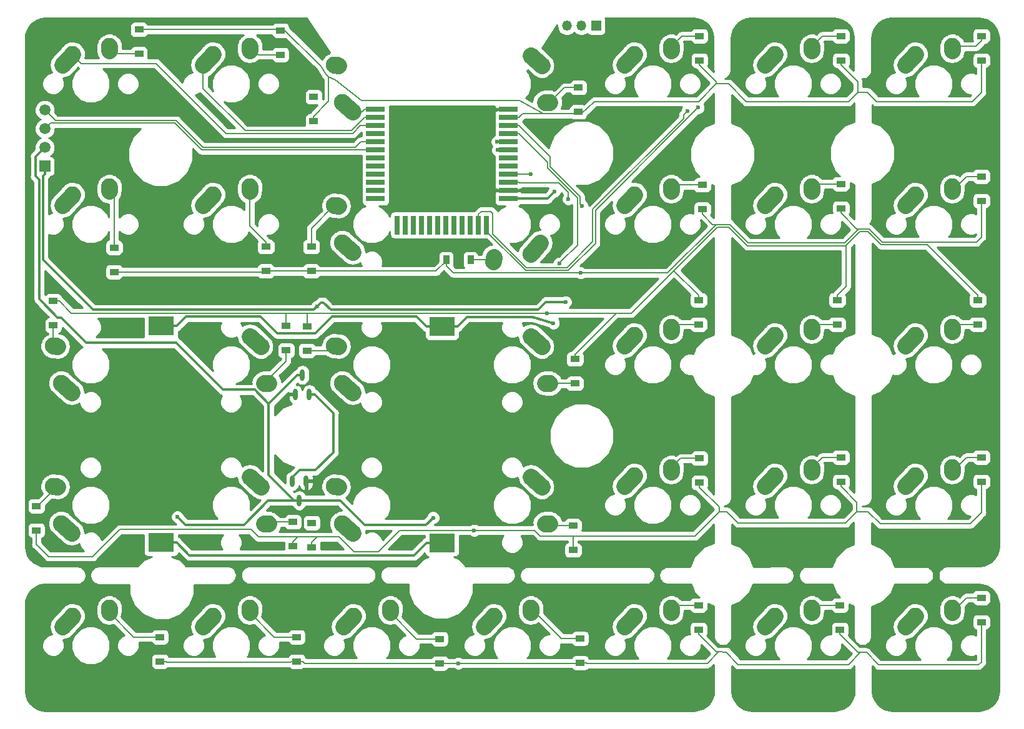
<source format=gbr>
G04 #@! TF.GenerationSoftware,KiCad,Pcbnew,(5.0.0)*
G04 #@! TF.CreationDate,2018-09-07T18:20:45+03:00*
G04 #@! TF.ProjectId,PROJECT,50524F4A4543542E6B696361645F7063,rev?*
G04 #@! TF.SameCoordinates,Original*
G04 #@! TF.FileFunction,Copper,L2,Bot,Signal*
G04 #@! TF.FilePolarity,Positive*
%FSLAX46Y46*%
G04 Gerber Fmt 4.6, Leading zero omitted, Abs format (unit mm)*
G04 Created by KiCad (PCBNEW (5.0.0)) date 09/07/18 18:20:45*
%MOMM*%
%LPD*%
G01*
G04 APERTURE LIST*
G04 #@! TA.AperFunction,ComponentPad*
%ADD10C,2.250000*%
G04 #@! TD*
G04 #@! TA.AperFunction,Conductor*
%ADD11C,2.250000*%
G04 #@! TD*
G04 #@! TA.AperFunction,ComponentPad*
%ADD12R,1.350000X1.350000*%
G04 #@! TD*
G04 #@! TA.AperFunction,ComponentPad*
%ADD13O,1.350000X1.350000*%
G04 #@! TD*
G04 #@! TA.AperFunction,SMDPad,CuDef*
%ADD14R,3.510000X2.540000*%
G04 #@! TD*
G04 #@! TA.AperFunction,SMDPad,CuDef*
%ADD15R,1.200000X0.900000*%
G04 #@! TD*
G04 #@! TA.AperFunction,SMDPad,CuDef*
%ADD16R,0.900000X1.200000*%
G04 #@! TD*
G04 #@! TA.AperFunction,ComponentPad*
%ADD17C,1.500000*%
G04 #@! TD*
G04 #@! TA.AperFunction,ComponentPad*
%ADD18R,1.500000X1.500000*%
G04 #@! TD*
G04 #@! TA.AperFunction,SMDPad,CuDef*
%ADD19O,0.650000X1.550000*%
G04 #@! TD*
G04 #@! TA.AperFunction,SMDPad,CuDef*
%ADD20R,0.800000X2.500000*%
G04 #@! TD*
G04 #@! TA.AperFunction,SMDPad,CuDef*
%ADD21R,2.500000X0.800000*%
G04 #@! TD*
G04 #@! TA.AperFunction,ViaPad*
%ADD22C,0.600000*%
G04 #@! TD*
G04 #@! TA.AperFunction,Conductor*
%ADD23C,0.355600*%
G04 #@! TD*
G04 #@! TA.AperFunction,Conductor*
%ADD24C,0.203200*%
G04 #@! TD*
G04 #@! TA.AperFunction,Conductor*
%ADD25C,0.254000*%
G04 #@! TD*
G04 APERTURE END LIST*
D10*
G04 #@! TO.P,MX27,1*
G04 #@! TO.N,COL5*
X149900000Y-110300000D03*
X149245001Y-111030000D03*
D11*
G04 #@! TD*
G04 #@! TO.N,COL5*
G04 #@! TO.C,MX27*
X148590000Y-111760000D02*
X149900002Y-110300000D01*
D10*
G04 #@! TO.P,MX27,2*
G04 #@! TO.N,Net-(D27-Pad2)*
X154940000Y-109220000D03*
X154920000Y-109510000D03*
D11*
G04 #@! TD*
G04 #@! TO.N,Net-(D27-Pad2)*
G04 #@! TO.C,MX27*
X154900000Y-109800000D02*
X154940000Y-109220000D01*
D10*
G04 #@! TO.P,MX20,2*
G04 #@! TO.N,Net-(D20-Pad2)*
X154920000Y-90460000D03*
D11*
G04 #@! TD*
G04 #@! TO.N,Net-(D20-Pad2)*
G04 #@! TO.C,MX20*
X154900000Y-90750000D02*
X154940000Y-90170000D01*
D10*
G04 #@! TO.P,MX20,2*
G04 #@! TO.N,Net-(D20-Pad2)*
X154940000Y-90170000D03*
G04 #@! TO.P,MX20,1*
G04 #@! TO.N,COL5*
X149245001Y-91980000D03*
D11*
G04 #@! TD*
G04 #@! TO.N,COL5*
G04 #@! TO.C,MX20*
X148590000Y-92710000D02*
X149900002Y-91250000D01*
D10*
G04 #@! TO.P,MX20,1*
G04 #@! TO.N,COL5*
X149900000Y-91250000D03*
G04 #@! TD*
G04 #@! TO.P,MX13,1*
G04 #@! TO.N,COL5*
X149900000Y-72200000D03*
X149245001Y-72930000D03*
D11*
G04 #@! TD*
G04 #@! TO.N,COL5*
G04 #@! TO.C,MX13*
X148590000Y-73660000D02*
X149900002Y-72200000D01*
D10*
G04 #@! TO.P,MX13,2*
G04 #@! TO.N,Net-(D13-Pad2)*
X154940000Y-71120000D03*
X154920000Y-71410000D03*
D11*
G04 #@! TD*
G04 #@! TO.N,Net-(D13-Pad2)*
G04 #@! TO.C,MX13*
X154900000Y-71700000D02*
X154940000Y-71120000D01*
D12*
G04 #@! TO.P,k1,1*
G04 #@! TO.N,VCC*
X125689360Y-49286160D03*
D13*
G04 #@! TO.P,k1,2*
G04 #@! TO.N,VCC_S*
X123689360Y-49286160D03*
G04 #@! TO.P,k1,3*
G04 #@! TO.N,N/C*
X121689360Y-49286160D03*
G04 #@! TD*
D14*
G04 #@! TO.P,BT1,1*
G04 #@! TO.N,VCC_S*
X66695320Y-90008640D03*
G04 #@! TO.P,BT1,2*
G04 #@! TO.N,GND_BAT*
X66695320Y-119368640D03*
G04 #@! TD*
G04 #@! TO.P,BT2,2*
G04 #@! TO.N,GND_BAT*
X104790240Y-119414360D03*
G04 #@! TO.P,BT2,1*
G04 #@! TO.N,VCC_S*
X104790240Y-90054360D03*
G04 #@! TD*
D15*
G04 #@! TO.P,D1,2*
G04 #@! TO.N,Net-(D1-Pad2)*
X63690500Y-53085000D03*
G04 #@! TO.P,D1,1*
G04 #@! TO.N,ROW0*
X63690500Y-49785000D03*
G04 #@! TD*
G04 #@! TO.P,D2,1*
G04 #@! TO.N,ROW0*
X82867500Y-49912000D03*
G04 #@! TO.P,D2,2*
G04 #@! TO.N,Net-(D2-Pad2)*
X82867500Y-53212000D03*
G04 #@! TD*
G04 #@! TO.P,D3,2*
G04 #@! TO.N,Net-(D3-Pad2)*
X87376000Y-58929000D03*
G04 #@! TO.P,D3,1*
G04 #@! TO.N,ROW0*
X87376000Y-62229000D03*
G04 #@! TD*
G04 #@! TO.P,D4,1*
G04 #@! TO.N,ROW0*
X123253500Y-60959000D03*
G04 #@! TO.P,D4,2*
G04 #@! TO.N,Net-(D4-Pad2)*
X123253500Y-57659000D03*
G04 #@! TD*
G04 #@! TO.P,D5,2*
G04 #@! TO.N,Net-(D5-Pad2)*
X139700000Y-50674000D03*
G04 #@! TO.P,D5,1*
G04 #@! TO.N,ROW0*
X139700000Y-53974000D03*
G04 #@! TD*
G04 #@! TO.P,D6,1*
G04 #@! TO.N,ROW0*
X158877000Y-53974000D03*
G04 #@! TO.P,D6,2*
G04 #@! TO.N,Net-(D6-Pad2)*
X158877000Y-50674000D03*
G04 #@! TD*
G04 #@! TO.P,D7,2*
G04 #@! TO.N,Net-(D7-Pad2)*
X177927000Y-50674000D03*
G04 #@! TO.P,D7,1*
G04 #@! TO.N,ROW0*
X177927000Y-53974000D03*
G04 #@! TD*
G04 #@! TO.P,D8,1*
G04 #@! TO.N,ROW1*
X60325000Y-82676000D03*
G04 #@! TO.P,D8,2*
G04 #@! TO.N,Net-(D8-Pad2)*
X60325000Y-79376000D03*
G04 #@! TD*
G04 #@! TO.P,D9,2*
G04 #@! TO.N,Net-(D9-Pad2)*
X80899000Y-79249000D03*
G04 #@! TO.P,D9,1*
G04 #@! TO.N,ROW1*
X80899000Y-82549000D03*
G04 #@! TD*
G04 #@! TO.P,D10,1*
G04 #@! TO.N,ROW1*
X87058500Y-82549000D03*
G04 #@! TO.P,D10,2*
G04 #@! TO.N,Net-(D10-Pad2)*
X87058500Y-79249000D03*
G04 #@! TD*
D16*
G04 #@! TO.P,D11,2*
G04 #@! TO.N,Net-(D11-Pad2)*
X108647500Y-81026000D03*
G04 #@! TO.P,D11,1*
G04 #@! TO.N,ROW1*
X105347500Y-81026000D03*
G04 #@! TD*
D15*
G04 #@! TO.P,D12,1*
G04 #@! TO.N,ROW1*
X140081000Y-74167000D03*
G04 #@! TO.P,D12,2*
G04 #@! TO.N,Net-(D12-Pad2)*
X140081000Y-70867000D03*
G04 #@! TD*
G04 #@! TO.P,D13,2*
G04 #@! TO.N,Net-(D13-Pad2)*
X158877000Y-70740000D03*
G04 #@! TO.P,D13,1*
G04 #@! TO.N,ROW1*
X158877000Y-74040000D03*
G04 #@! TD*
G04 #@! TO.P,D14,1*
G04 #@! TO.N,ROW1*
X177927000Y-73024000D03*
G04 #@! TO.P,D14,2*
G04 #@! TO.N,Net-(D14-Pad2)*
X177927000Y-69724000D03*
G04 #@! TD*
G04 #@! TO.P,D15,2*
G04 #@! TO.N,Net-(D15-Pad2)*
X52070000Y-89915000D03*
G04 #@! TO.P,D15,1*
G04 #@! TO.N,ROW2*
X52070000Y-86615000D03*
G04 #@! TD*
G04 #@! TO.P,D16,1*
G04 #@! TO.N,ROW2*
X83652360Y-90003360D03*
G04 #@! TO.P,D16,2*
G04 #@! TO.N,Net-(D16-Pad2)*
X83652360Y-93303360D03*
G04 #@! TD*
G04 #@! TO.P,D17,2*
G04 #@! TO.N,Net-(D17-Pad2)*
X86487000Y-93328760D03*
G04 #@! TO.P,D17,1*
G04 #@! TO.N,ROW2*
X86487000Y-90028760D03*
G04 #@! TD*
G04 #@! TO.P,D18,1*
G04 #@! TO.N,ROW2*
X122809000Y-94489000D03*
G04 #@! TO.P,D18,2*
G04 #@! TO.N,Net-(D18-Pad2)*
X122809000Y-97789000D03*
G04 #@! TD*
G04 #@! TO.P,D19,2*
G04 #@! TO.N,Net-(D19-Pad2)*
X139573000Y-89788000D03*
G04 #@! TO.P,D19,1*
G04 #@! TO.N,ROW2*
X139573000Y-86488000D03*
G04 #@! TD*
G04 #@! TO.P,D20,1*
G04 #@! TO.N,ROW2*
X158369000Y-86488000D03*
G04 #@! TO.P,D20,2*
G04 #@! TO.N,Net-(D20-Pad2)*
X158369000Y-89788000D03*
G04 #@! TD*
G04 #@! TO.P,D21,1*
G04 #@! TO.N,ROW2*
X177419000Y-86488000D03*
G04 #@! TO.P,D21,2*
G04 #@! TO.N,Net-(D21-Pad2)*
X177419000Y-89788000D03*
G04 #@! TD*
G04 #@! TO.P,D22,2*
G04 #@! TO.N,Net-(D22-Pad2)*
X49784000Y-114428000D03*
G04 #@! TO.P,D22,1*
G04 #@! TO.N,ROW3*
X49784000Y-117728000D03*
G04 #@! TD*
G04 #@! TO.P,D23,1*
G04 #@! TO.N,ROW3*
X84582000Y-119887000D03*
G04 #@! TO.P,D23,2*
G04 #@! TO.N,Net-(D23-Pad2)*
X84582000Y-116587000D03*
G04 #@! TD*
G04 #@! TO.P,D24,2*
G04 #@! TO.N,Net-(D24-Pad2)*
X87122000Y-116714000D03*
G04 #@! TO.P,D24,1*
G04 #@! TO.N,ROW3*
X87122000Y-120014000D03*
G04 #@! TD*
G04 #@! TO.P,D25,1*
G04 #@! TO.N,ROW3*
X122555000Y-120395000D03*
G04 #@! TO.P,D25,2*
G04 #@! TO.N,Net-(D25-Pad2)*
X122555000Y-117095000D03*
G04 #@! TD*
G04 #@! TO.P,D26,2*
G04 #@! TO.N,Net-(D26-Pad2)*
X139700000Y-107951000D03*
G04 #@! TO.P,D26,1*
G04 #@! TO.N,ROW3*
X139700000Y-111251000D03*
G04 #@! TD*
G04 #@! TO.P,D27,2*
G04 #@! TO.N,Net-(D27-Pad2)*
X158877000Y-107824000D03*
G04 #@! TO.P,D27,1*
G04 #@! TO.N,ROW3*
X158877000Y-111124000D03*
G04 #@! TD*
G04 #@! TO.P,D28,2*
G04 #@! TO.N,Net-(D28-Pad2)*
X177927000Y-107824000D03*
G04 #@! TO.P,D28,1*
G04 #@! TO.N,ROW3*
X177927000Y-111124000D03*
G04 #@! TD*
G04 #@! TO.P,D29,2*
G04 #@! TO.N,Net-(D29-Pad2)*
X66548000Y-132208000D03*
G04 #@! TO.P,D29,1*
G04 #@! TO.N,ROW4*
X66548000Y-135508000D03*
G04 #@! TD*
G04 #@! TO.P,D30,1*
G04 #@! TO.N,ROW4*
X85090000Y-135508000D03*
G04 #@! TO.P,D30,2*
G04 #@! TO.N,Net-(D30-Pad2)*
X85090000Y-132208000D03*
G04 #@! TD*
G04 #@! TO.P,D31,1*
G04 #@! TO.N,ROW4*
X104457500Y-135762000D03*
G04 #@! TO.P,D31,2*
G04 #@! TO.N,Net-(D31-Pad2)*
X104457500Y-132462000D03*
G04 #@! TD*
G04 #@! TO.P,D32,1*
G04 #@! TO.N,ROW4*
X123507500Y-135698500D03*
G04 #@! TO.P,D32,2*
G04 #@! TO.N,Net-(D32-Pad2)*
X123507500Y-132398500D03*
G04 #@! TD*
G04 #@! TO.P,D33,2*
G04 #@! TO.N,Net-(D33-Pad2)*
X139573000Y-127890000D03*
G04 #@! TO.P,D33,1*
G04 #@! TO.N,ROW4*
X139573000Y-131190000D03*
G04 #@! TD*
G04 #@! TO.P,D34,1*
G04 #@! TO.N,ROW4*
X158750000Y-131190000D03*
G04 #@! TO.P,D34,2*
G04 #@! TO.N,Net-(D34-Pad2)*
X158750000Y-127890000D03*
G04 #@! TD*
G04 #@! TO.P,D35,2*
G04 #@! TO.N,Net-(D35-Pad2)*
X177927000Y-126874000D03*
G04 #@! TO.P,D35,1*
G04 #@! TO.N,ROW4*
X177927000Y-130174000D03*
G04 #@! TD*
D17*
G04 #@! TO.P,J1,4*
G04 #@! TO.N,SWCLK*
X50921920Y-60711080D03*
G04 #@! TO.P,J1,3*
G04 #@! TO.N,SWDIO*
X50921920Y-63251080D03*
G04 #@! TO.P,J1,2*
G04 #@! TO.N,GND_BAT*
X50921920Y-65791080D03*
D18*
G04 #@! TO.P,J1,1*
G04 #@! TO.N,VCC*
X50921920Y-68331080D03*
G04 #@! TD*
D10*
G04 #@! TO.P,MX1,2*
G04 #@! TO.N,Net-(D1-Pad2)*
X59670000Y-52360000D03*
D11*
G04 #@! TD*
G04 #@! TO.N,Net-(D1-Pad2)*
G04 #@! TO.C,MX1*
X59650000Y-52650000D02*
X59690000Y-52070000D01*
D10*
G04 #@! TO.P,MX1,2*
G04 #@! TO.N,Net-(D1-Pad2)*
X59690000Y-52070000D03*
G04 #@! TO.P,MX1,1*
G04 #@! TO.N,COL0*
X53995001Y-53880000D03*
D11*
G04 #@! TD*
G04 #@! TO.N,COL0*
G04 #@! TO.C,MX1*
X53340000Y-54610000D02*
X54650002Y-53150000D01*
D10*
G04 #@! TO.P,MX1,1*
G04 #@! TO.N,COL0*
X54650000Y-53150000D03*
G04 #@! TD*
G04 #@! TO.P,MX2,1*
G04 #@! TO.N,COL1*
X73700000Y-53150000D03*
X73045001Y-53880000D03*
D11*
G04 #@! TD*
G04 #@! TO.N,COL1*
G04 #@! TO.C,MX2*
X72390000Y-54610000D02*
X73700002Y-53150000D01*
D10*
G04 #@! TO.P,MX2,2*
G04 #@! TO.N,Net-(D2-Pad2)*
X78740000Y-52070000D03*
X78720000Y-52360000D03*
D11*
G04 #@! TD*
G04 #@! TO.N,Net-(D2-Pad2)*
G04 #@! TO.C,MX2*
X78700000Y-52650000D02*
X78740000Y-52070000D01*
D10*
G04 #@! TO.P,MX3,2*
G04 #@! TO.N,Net-(D3-Pad2)*
X90460000Y-54630000D03*
D11*
G04 #@! TD*
G04 #@! TO.N,Net-(D3-Pad2)*
G04 #@! TO.C,MX3*
X90750000Y-54650000D02*
X90170000Y-54610000D01*
D10*
G04 #@! TO.P,MX3,2*
G04 #@! TO.N,Net-(D3-Pad2)*
X90170000Y-54610000D03*
G04 #@! TO.P,MX3,1*
G04 #@! TO.N,COL2*
X91980000Y-60304999D03*
D11*
G04 #@! TD*
G04 #@! TO.N,COL2*
G04 #@! TO.C,MX3*
X92710000Y-60960000D02*
X91250000Y-59649998D01*
D10*
G04 #@! TO.P,MX3,1*
G04 #@! TO.N,COL2*
X91250000Y-59650000D03*
G04 #@! TD*
G04 #@! TO.P,MX4,2*
G04 #@! TO.N,Net-(D4-Pad2)*
X119090000Y-59670000D03*
D11*
G04 #@! TD*
G04 #@! TO.N,Net-(D4-Pad2)*
G04 #@! TO.C,MX4*
X118800000Y-59650000D02*
X119380000Y-59690000D01*
D10*
G04 #@! TO.P,MX4,2*
G04 #@! TO.N,Net-(D4-Pad2)*
X119380000Y-59690000D03*
G04 #@! TO.P,MX4,1*
G04 #@! TO.N,COL3*
X117570000Y-53995001D03*
D11*
G04 #@! TD*
G04 #@! TO.N,COL3*
G04 #@! TO.C,MX4*
X116840000Y-53340000D02*
X118300000Y-54650002D01*
D10*
G04 #@! TO.P,MX4,1*
G04 #@! TO.N,COL3*
X118300000Y-54650000D03*
G04 #@! TD*
G04 #@! TO.P,MX5,2*
G04 #@! TO.N,Net-(D5-Pad2)*
X135870000Y-52360000D03*
D11*
G04 #@! TD*
G04 #@! TO.N,Net-(D5-Pad2)*
G04 #@! TO.C,MX5*
X135850000Y-52650000D02*
X135890000Y-52070000D01*
D10*
G04 #@! TO.P,MX5,2*
G04 #@! TO.N,Net-(D5-Pad2)*
X135890000Y-52070000D03*
G04 #@! TO.P,MX5,1*
G04 #@! TO.N,COL4*
X130195001Y-53880000D03*
D11*
G04 #@! TD*
G04 #@! TO.N,COL4*
G04 #@! TO.C,MX5*
X129540000Y-54610000D02*
X130850002Y-53150000D01*
D10*
G04 #@! TO.P,MX5,1*
G04 #@! TO.N,COL4*
X130850000Y-53150000D03*
G04 #@! TD*
G04 #@! TO.P,MX6,2*
G04 #@! TO.N,Net-(D6-Pad2)*
X154920000Y-52360000D03*
D11*
G04 #@! TD*
G04 #@! TO.N,Net-(D6-Pad2)*
G04 #@! TO.C,MX6*
X154900000Y-52650000D02*
X154940000Y-52070000D01*
D10*
G04 #@! TO.P,MX6,2*
G04 #@! TO.N,Net-(D6-Pad2)*
X154940000Y-52070000D03*
G04 #@! TO.P,MX6,1*
G04 #@! TO.N,COL5*
X149245001Y-53880000D03*
D11*
G04 #@! TD*
G04 #@! TO.N,COL5*
G04 #@! TO.C,MX6*
X148590000Y-54610000D02*
X149900002Y-53150000D01*
D10*
G04 #@! TO.P,MX6,1*
G04 #@! TO.N,COL5*
X149900000Y-53150000D03*
G04 #@! TD*
G04 #@! TO.P,MX7,1*
G04 #@! TO.N,COL6*
X168950000Y-53150000D03*
X168295001Y-53880000D03*
D11*
G04 #@! TD*
G04 #@! TO.N,COL6*
G04 #@! TO.C,MX7*
X167640000Y-54610000D02*
X168950002Y-53150000D01*
D10*
G04 #@! TO.P,MX7,2*
G04 #@! TO.N,Net-(D7-Pad2)*
X173990000Y-52070000D03*
X173970000Y-52360000D03*
D11*
G04 #@! TD*
G04 #@! TO.N,Net-(D7-Pad2)*
G04 #@! TO.C,MX7*
X173950000Y-52650000D02*
X173990000Y-52070000D01*
D10*
G04 #@! TO.P,MX8,2*
G04 #@! TO.N,Net-(D8-Pad2)*
X59670000Y-71410000D03*
D11*
G04 #@! TD*
G04 #@! TO.N,Net-(D8-Pad2)*
G04 #@! TO.C,MX8*
X59650000Y-71700000D02*
X59690000Y-71120000D01*
D10*
G04 #@! TO.P,MX8,2*
G04 #@! TO.N,Net-(D8-Pad2)*
X59690000Y-71120000D03*
G04 #@! TO.P,MX8,1*
G04 #@! TO.N,COL0*
X53995001Y-72930000D03*
D11*
G04 #@! TD*
G04 #@! TO.N,COL0*
G04 #@! TO.C,MX8*
X53340000Y-73660000D02*
X54650002Y-72200000D01*
D10*
G04 #@! TO.P,MX8,1*
G04 #@! TO.N,COL0*
X54650000Y-72200000D03*
G04 #@! TD*
G04 #@! TO.P,MX9,2*
G04 #@! TO.N,Net-(D9-Pad2)*
X78720000Y-71410000D03*
D11*
G04 #@! TD*
G04 #@! TO.N,Net-(D9-Pad2)*
G04 #@! TO.C,MX9*
X78700000Y-71700000D02*
X78740000Y-71120000D01*
D10*
G04 #@! TO.P,MX9,2*
G04 #@! TO.N,Net-(D9-Pad2)*
X78740000Y-71120000D03*
G04 #@! TO.P,MX9,1*
G04 #@! TO.N,COL1*
X73045001Y-72930000D03*
D11*
G04 #@! TD*
G04 #@! TO.N,COL1*
G04 #@! TO.C,MX9*
X72390000Y-73660000D02*
X73700002Y-72200000D01*
D10*
G04 #@! TO.P,MX9,1*
G04 #@! TO.N,COL1*
X73700000Y-72200000D03*
G04 #@! TD*
G04 #@! TO.P,MX10,2*
G04 #@! TO.N,Net-(D10-Pad2)*
X90460000Y-73680000D03*
D11*
G04 #@! TD*
G04 #@! TO.N,Net-(D10-Pad2)*
G04 #@! TO.C,MX10*
X90750000Y-73700000D02*
X90170000Y-73660000D01*
D10*
G04 #@! TO.P,MX10,2*
G04 #@! TO.N,Net-(D10-Pad2)*
X90170000Y-73660000D03*
G04 #@! TO.P,MX10,1*
G04 #@! TO.N,COL2*
X91980000Y-79354999D03*
D11*
G04 #@! TD*
G04 #@! TO.N,COL2*
G04 #@! TO.C,MX10*
X92710000Y-80010000D02*
X91250000Y-78699998D01*
D10*
G04 #@! TO.P,MX10,1*
G04 #@! TO.N,COL2*
X91250000Y-78700000D03*
G04 #@! TD*
G04 #@! TO.P,MX11,2*
G04 #@! TO.N,Net-(D11-Pad2)*
X111780000Y-80990000D03*
D11*
G04 #@! TD*
G04 #@! TO.N,Net-(D11-Pad2)*
G04 #@! TO.C,MX11*
X111800000Y-80700000D02*
X111760000Y-81280000D01*
D10*
G04 #@! TO.P,MX11,2*
G04 #@! TO.N,Net-(D11-Pad2)*
X111760000Y-81280000D03*
G04 #@! TO.P,MX11,1*
G04 #@! TO.N,COL3*
X117454999Y-79470000D03*
D11*
G04 #@! TD*
G04 #@! TO.N,COL3*
G04 #@! TO.C,MX11*
X118110000Y-78740000D02*
X116799998Y-80200000D01*
D10*
G04 #@! TO.P,MX11,1*
G04 #@! TO.N,COL3*
X116800000Y-80200000D03*
G04 #@! TD*
G04 #@! TO.P,MX12,2*
G04 #@! TO.N,Net-(D12-Pad2)*
X135870000Y-71410000D03*
D11*
G04 #@! TD*
G04 #@! TO.N,Net-(D12-Pad2)*
G04 #@! TO.C,MX12*
X135850000Y-71700000D02*
X135890000Y-71120000D01*
D10*
G04 #@! TO.P,MX12,2*
G04 #@! TO.N,Net-(D12-Pad2)*
X135890000Y-71120000D03*
G04 #@! TO.P,MX12,1*
G04 #@! TO.N,COL4*
X130195001Y-72930000D03*
D11*
G04 #@! TD*
G04 #@! TO.N,COL4*
G04 #@! TO.C,MX12*
X129540000Y-73660000D02*
X130850002Y-72200000D01*
D10*
G04 #@! TO.P,MX12,1*
G04 #@! TO.N,COL4*
X130850000Y-72200000D03*
G04 #@! TD*
G04 #@! TO.P,MX14,1*
G04 #@! TO.N,COL6*
X168950000Y-72200000D03*
X168295001Y-72930000D03*
D11*
G04 #@! TD*
G04 #@! TO.N,COL6*
G04 #@! TO.C,MX14*
X167640000Y-73660000D02*
X168950002Y-72200000D01*
D10*
G04 #@! TO.P,MX14,2*
G04 #@! TO.N,Net-(D14-Pad2)*
X173990000Y-71120000D03*
X173970000Y-71410000D03*
D11*
G04 #@! TD*
G04 #@! TO.N,Net-(D14-Pad2)*
G04 #@! TO.C,MX14*
X173950000Y-71700000D02*
X173990000Y-71120000D01*
D10*
G04 #@! TO.P,MX15,2*
G04 #@! TO.N,Net-(D15-Pad2)*
X52360000Y-92730000D03*
D11*
G04 #@! TD*
G04 #@! TO.N,Net-(D15-Pad2)*
G04 #@! TO.C,MX15*
X52650000Y-92750000D02*
X52070000Y-92710000D01*
D10*
G04 #@! TO.P,MX15,2*
G04 #@! TO.N,Net-(D15-Pad2)*
X52070000Y-92710000D03*
G04 #@! TO.P,MX15,1*
G04 #@! TO.N,COL0*
X53880000Y-98404999D03*
D11*
G04 #@! TD*
G04 #@! TO.N,COL0*
G04 #@! TO.C,MX15*
X54610000Y-99060000D02*
X53150000Y-97749998D01*
D10*
G04 #@! TO.P,MX15,1*
G04 #@! TO.N,COL0*
X53150000Y-97750000D03*
G04 #@! TD*
G04 #@! TO.P,MX16,2*
G04 #@! TO.N,Net-(D16-Pad2)*
X80990000Y-97770000D03*
D11*
G04 #@! TD*
G04 #@! TO.N,Net-(D16-Pad2)*
G04 #@! TO.C,MX16*
X80700000Y-97750000D02*
X81280000Y-97790000D01*
D10*
G04 #@! TO.P,MX16,2*
G04 #@! TO.N,Net-(D16-Pad2)*
X81280000Y-97790000D03*
G04 #@! TO.P,MX16,1*
G04 #@! TO.N,COL1*
X79470000Y-92095001D03*
D11*
G04 #@! TD*
G04 #@! TO.N,COL1*
G04 #@! TO.C,MX16*
X78740000Y-91440000D02*
X80200000Y-92750002D01*
D10*
G04 #@! TO.P,MX16,1*
G04 #@! TO.N,COL1*
X80200000Y-92750000D03*
G04 #@! TD*
G04 #@! TO.P,MX17,1*
G04 #@! TO.N,COL2*
X91250000Y-97750000D03*
X91980000Y-98404999D03*
D11*
G04 #@! TD*
G04 #@! TO.N,COL2*
G04 #@! TO.C,MX17*
X92710000Y-99060000D02*
X91250000Y-97749998D01*
D10*
G04 #@! TO.P,MX17,2*
G04 #@! TO.N,Net-(D17-Pad2)*
X90170000Y-92710000D03*
X90460000Y-92730000D03*
D11*
G04 #@! TD*
G04 #@! TO.N,Net-(D17-Pad2)*
G04 #@! TO.C,MX17*
X90750000Y-92750000D02*
X90170000Y-92710000D01*
D10*
G04 #@! TO.P,MX18,1*
G04 #@! TO.N,COL3*
X118300000Y-92750000D03*
X117570000Y-92095001D03*
D11*
G04 #@! TD*
G04 #@! TO.N,COL3*
G04 #@! TO.C,MX18*
X116840000Y-91440000D02*
X118300000Y-92750002D01*
D10*
G04 #@! TO.P,MX18,2*
G04 #@! TO.N,Net-(D18-Pad2)*
X119380000Y-97790000D03*
X119090000Y-97770000D03*
D11*
G04 #@! TD*
G04 #@! TO.N,Net-(D18-Pad2)*
G04 #@! TO.C,MX18*
X118800000Y-97750000D02*
X119380000Y-97790000D01*
D10*
G04 #@! TO.P,MX19,2*
G04 #@! TO.N,Net-(D19-Pad2)*
X135870000Y-90460000D03*
D11*
G04 #@! TD*
G04 #@! TO.N,Net-(D19-Pad2)*
G04 #@! TO.C,MX19*
X135850000Y-90750000D02*
X135890000Y-90170000D01*
D10*
G04 #@! TO.P,MX19,2*
G04 #@! TO.N,Net-(D19-Pad2)*
X135890000Y-90170000D03*
G04 #@! TO.P,MX19,1*
G04 #@! TO.N,COL4*
X130195001Y-91980000D03*
D11*
G04 #@! TD*
G04 #@! TO.N,COL4*
G04 #@! TO.C,MX19*
X129540000Y-92710000D02*
X130850002Y-91250000D01*
D10*
G04 #@! TO.P,MX19,1*
G04 #@! TO.N,COL4*
X130850000Y-91250000D03*
G04 #@! TD*
G04 #@! TO.P,MX21,1*
G04 #@! TO.N,COL6*
X168950000Y-91250000D03*
X168295001Y-91980000D03*
D11*
G04 #@! TD*
G04 #@! TO.N,COL6*
G04 #@! TO.C,MX21*
X167640000Y-92710000D02*
X168950002Y-91250000D01*
D10*
G04 #@! TO.P,MX21,2*
G04 #@! TO.N,Net-(D21-Pad2)*
X173990000Y-90170000D03*
X173970000Y-90460000D03*
D11*
G04 #@! TD*
G04 #@! TO.N,Net-(D21-Pad2)*
G04 #@! TO.C,MX21*
X173950000Y-90750000D02*
X173990000Y-90170000D01*
D10*
G04 #@! TO.P,MX22,1*
G04 #@! TO.N,COL0*
X53150000Y-116800000D03*
X53880000Y-117454999D03*
D11*
G04 #@! TD*
G04 #@! TO.N,COL0*
G04 #@! TO.C,MX22*
X54610000Y-118110000D02*
X53150000Y-116799998D01*
D10*
G04 #@! TO.P,MX22,2*
G04 #@! TO.N,Net-(D22-Pad2)*
X52070000Y-111760000D03*
X52360000Y-111780000D03*
D11*
G04 #@! TD*
G04 #@! TO.N,Net-(D22-Pad2)*
G04 #@! TO.C,MX22*
X52650000Y-111800000D02*
X52070000Y-111760000D01*
D10*
G04 #@! TO.P,MX23,1*
G04 #@! TO.N,COL1*
X80200000Y-111800000D03*
X79470000Y-111145001D03*
D11*
G04 #@! TD*
G04 #@! TO.N,COL1*
G04 #@! TO.C,MX23*
X78740000Y-110490000D02*
X80200000Y-111800002D01*
D10*
G04 #@! TO.P,MX23,2*
G04 #@! TO.N,Net-(D23-Pad2)*
X81280000Y-116840000D03*
X80990000Y-116820000D03*
D11*
G04 #@! TD*
G04 #@! TO.N,Net-(D23-Pad2)*
G04 #@! TO.C,MX23*
X80700000Y-116800000D02*
X81280000Y-116840000D01*
D10*
G04 #@! TO.P,MX24,2*
G04 #@! TO.N,Net-(D24-Pad2)*
X90460000Y-111780000D03*
D11*
G04 #@! TD*
G04 #@! TO.N,Net-(D24-Pad2)*
G04 #@! TO.C,MX24*
X90750000Y-111800000D02*
X90170000Y-111760000D01*
D10*
G04 #@! TO.P,MX24,2*
G04 #@! TO.N,Net-(D24-Pad2)*
X90170000Y-111760000D03*
G04 #@! TO.P,MX24,1*
G04 #@! TO.N,COL2*
X91980000Y-117454999D03*
D11*
G04 #@! TD*
G04 #@! TO.N,COL2*
G04 #@! TO.C,MX24*
X92710000Y-118110000D02*
X91250000Y-116799998D01*
D10*
G04 #@! TO.P,MX24,1*
G04 #@! TO.N,COL2*
X91250000Y-116800000D03*
G04 #@! TD*
G04 #@! TO.P,MX25,1*
G04 #@! TO.N,COL3*
X118300000Y-111800000D03*
X117570000Y-111145001D03*
D11*
G04 #@! TD*
G04 #@! TO.N,COL3*
G04 #@! TO.C,MX25*
X116840000Y-110490000D02*
X118300000Y-111800002D01*
D10*
G04 #@! TO.P,MX25,2*
G04 #@! TO.N,Net-(D25-Pad2)*
X119380000Y-116840000D03*
X119090000Y-116820000D03*
D11*
G04 #@! TD*
G04 #@! TO.N,Net-(D25-Pad2)*
G04 #@! TO.C,MX25*
X118800000Y-116800000D02*
X119380000Y-116840000D01*
D10*
G04 #@! TO.P,MX26,2*
G04 #@! TO.N,Net-(D26-Pad2)*
X135870000Y-109510000D03*
D11*
G04 #@! TD*
G04 #@! TO.N,Net-(D26-Pad2)*
G04 #@! TO.C,MX26*
X135850000Y-109800000D02*
X135890000Y-109220000D01*
D10*
G04 #@! TO.P,MX26,2*
G04 #@! TO.N,Net-(D26-Pad2)*
X135890000Y-109220000D03*
G04 #@! TO.P,MX26,1*
G04 #@! TO.N,COL4*
X130195001Y-111030000D03*
D11*
G04 #@! TD*
G04 #@! TO.N,COL4*
G04 #@! TO.C,MX26*
X129540000Y-111760000D02*
X130850002Y-110300000D01*
D10*
G04 #@! TO.P,MX26,1*
G04 #@! TO.N,COL4*
X130850000Y-110300000D03*
G04 #@! TD*
G04 #@! TO.P,MX28,2*
G04 #@! TO.N,Net-(D28-Pad2)*
X173970000Y-109510000D03*
D11*
G04 #@! TD*
G04 #@! TO.N,Net-(D28-Pad2)*
G04 #@! TO.C,MX28*
X173950000Y-109800000D02*
X173990000Y-109220000D01*
D10*
G04 #@! TO.P,MX28,2*
G04 #@! TO.N,Net-(D28-Pad2)*
X173990000Y-109220000D03*
G04 #@! TO.P,MX28,1*
G04 #@! TO.N,COL6*
X168295001Y-111030000D03*
D11*
G04 #@! TD*
G04 #@! TO.N,COL6*
G04 #@! TO.C,MX28*
X167640000Y-111760000D02*
X168950002Y-110300000D01*
D10*
G04 #@! TO.P,MX28,1*
G04 #@! TO.N,COL6*
X168950000Y-110300000D03*
G04 #@! TD*
G04 #@! TO.P,MX29,1*
G04 #@! TO.N,COL0*
X54650000Y-129350000D03*
X53995001Y-130080000D03*
D11*
G04 #@! TD*
G04 #@! TO.N,COL0*
G04 #@! TO.C,MX29*
X53340000Y-130810000D02*
X54650002Y-129350000D01*
D10*
G04 #@! TO.P,MX29,2*
G04 #@! TO.N,Net-(D29-Pad2)*
X59690000Y-128270000D03*
X59670000Y-128560000D03*
D11*
G04 #@! TD*
G04 #@! TO.N,Net-(D29-Pad2)*
G04 #@! TO.C,MX29*
X59650000Y-128850000D02*
X59690000Y-128270000D01*
D10*
G04 #@! TO.P,MX30,1*
G04 #@! TO.N,COL1*
X73700000Y-129350000D03*
X73045001Y-130080000D03*
D11*
G04 #@! TD*
G04 #@! TO.N,COL1*
G04 #@! TO.C,MX30*
X72390000Y-130810000D02*
X73700002Y-129350000D01*
D10*
G04 #@! TO.P,MX30,2*
G04 #@! TO.N,Net-(D30-Pad2)*
X78740000Y-128270000D03*
X78720000Y-128560000D03*
D11*
G04 #@! TD*
G04 #@! TO.N,Net-(D30-Pad2)*
G04 #@! TO.C,MX30*
X78700000Y-128850000D02*
X78740000Y-128270000D01*
D10*
G04 #@! TO.P,MX31,1*
G04 #@! TO.N,COL2*
X92750000Y-129350000D03*
X92095001Y-130080000D03*
D11*
G04 #@! TD*
G04 #@! TO.N,COL2*
G04 #@! TO.C,MX31*
X91440000Y-130810000D02*
X92750002Y-129350000D01*
D10*
G04 #@! TO.P,MX31,2*
G04 #@! TO.N,Net-(D31-Pad2)*
X97790000Y-128270000D03*
X97770000Y-128560000D03*
D11*
G04 #@! TD*
G04 #@! TO.N,Net-(D31-Pad2)*
G04 #@! TO.C,MX31*
X97750000Y-128850000D02*
X97790000Y-128270000D01*
D10*
G04 #@! TO.P,MX32,1*
G04 #@! TO.N,COL3*
X111800000Y-129350000D03*
X111145001Y-130080000D03*
D11*
G04 #@! TD*
G04 #@! TO.N,COL3*
G04 #@! TO.C,MX32*
X110490000Y-130810000D02*
X111800002Y-129350000D01*
D10*
G04 #@! TO.P,MX32,2*
G04 #@! TO.N,Net-(D32-Pad2)*
X116840000Y-128270000D03*
X116820000Y-128560000D03*
D11*
G04 #@! TD*
G04 #@! TO.N,Net-(D32-Pad2)*
G04 #@! TO.C,MX32*
X116800000Y-128850000D02*
X116840000Y-128270000D01*
D10*
G04 #@! TO.P,MX33,1*
G04 #@! TO.N,COL4*
X130850000Y-129350000D03*
X130195001Y-130080000D03*
D11*
G04 #@! TD*
G04 #@! TO.N,COL4*
G04 #@! TO.C,MX33*
X129540000Y-130810000D02*
X130850002Y-129350000D01*
D10*
G04 #@! TO.P,MX33,2*
G04 #@! TO.N,Net-(D33-Pad2)*
X135890000Y-128270000D03*
X135870000Y-128560000D03*
D11*
G04 #@! TD*
G04 #@! TO.N,Net-(D33-Pad2)*
G04 #@! TO.C,MX33*
X135850000Y-128850000D02*
X135890000Y-128270000D01*
D10*
G04 #@! TO.P,MX34,1*
G04 #@! TO.N,COL5*
X149900000Y-129350000D03*
X149245001Y-130080000D03*
D11*
G04 #@! TD*
G04 #@! TO.N,COL5*
G04 #@! TO.C,MX34*
X148590000Y-130810000D02*
X149900002Y-129350000D01*
D10*
G04 #@! TO.P,MX34,2*
G04 #@! TO.N,Net-(D34-Pad2)*
X154940000Y-128270000D03*
X154920000Y-128560000D03*
D11*
G04 #@! TD*
G04 #@! TO.N,Net-(D34-Pad2)*
G04 #@! TO.C,MX34*
X154900000Y-128850000D02*
X154940000Y-128270000D01*
D10*
G04 #@! TO.P,MX35,2*
G04 #@! TO.N,Net-(D35-Pad2)*
X173970000Y-128560000D03*
D11*
G04 #@! TD*
G04 #@! TO.N,Net-(D35-Pad2)*
G04 #@! TO.C,MX35*
X173950000Y-128850000D02*
X173990000Y-128270000D01*
D10*
G04 #@! TO.P,MX35,2*
G04 #@! TO.N,Net-(D35-Pad2)*
X173990000Y-128270000D03*
G04 #@! TO.P,MX35,1*
G04 #@! TO.N,COL6*
X168295001Y-130080000D03*
D11*
G04 #@! TD*
G04 #@! TO.N,COL6*
G04 #@! TO.C,MX35*
X167640000Y-130810000D02*
X168950002Y-129350000D01*
D10*
G04 #@! TO.P,MX35,1*
G04 #@! TO.N,COL6*
X168950000Y-129350000D03*
G04 #@! TD*
D19*
G04 #@! TO.P,Q1,3*
G04 #@! TO.N,GND_BAT*
X85852000Y-96632640D03*
G04 #@! TO.P,Q1,2*
G04 #@! TO.N,GND*
X84902000Y-99282640D03*
G04 #@! TO.P,Q1,1*
G04 #@! TO.N,VCC*
X86802000Y-99282640D03*
G04 #@! TD*
G04 #@! TO.P,Q2,1*
G04 #@! TO.N,VCC*
X84470200Y-111019200D03*
G04 #@! TO.P,Q2,2*
G04 #@! TO.N,GND*
X86370200Y-111019200D03*
G04 #@! TO.P,Q2,3*
G04 #@! TO.N,GND_BAT*
X85420200Y-113669200D03*
G04 #@! TD*
D20*
G04 #@! TO.P,U1,13*
G04 #@! TO.N,COL5*
X110825000Y-76305000D03*
G04 #@! TO.P,U1,14*
G04 #@! TO.N,COL6*
X109725000Y-76305000D03*
G04 #@! TO.P,U1,15*
G04 #@! TO.N,N/C*
X108625000Y-76305000D03*
G04 #@! TO.P,U1,16*
X107525000Y-76305000D03*
G04 #@! TO.P,U1,17*
X106425000Y-76305000D03*
G04 #@! TO.P,U1,18*
X105325000Y-76305000D03*
G04 #@! TO.P,U1,19*
X104225000Y-76305000D03*
G04 #@! TO.P,U1,20*
X103125000Y-76305000D03*
G04 #@! TO.P,U1,21*
X102025000Y-76305000D03*
G04 #@! TO.P,U1,22*
X100925000Y-76305000D03*
G04 #@! TO.P,U1,23*
X99825000Y-76305000D03*
G04 #@! TO.P,U1,24*
X98725000Y-76305000D03*
D21*
G04 #@! TO.P,U1,1*
G04 #@! TO.N,GND*
X113775000Y-60605000D03*
G04 #@! TO.P,U1,2*
G04 #@! TO.N,ROW0*
X113775000Y-61705000D03*
G04 #@! TO.P,U1,3*
G04 #@! TO.N,ROW1*
X113775000Y-62805000D03*
G04 #@! TO.P,U1,4*
G04 #@! TO.N,ROW2*
X113775000Y-63905000D03*
G04 #@! TO.P,U1,5*
G04 #@! TO.N,ROW3*
X113775000Y-65005000D03*
G04 #@! TO.P,U1,6*
G04 #@! TO.N,ROW4*
X113775000Y-66105000D03*
G04 #@! TO.P,U1,7*
G04 #@! TO.N,N/C*
X113775000Y-67205000D03*
G04 #@! TO.P,U1,8*
X113775000Y-68305000D03*
G04 #@! TO.P,U1,9*
G04 #@! TO.N,COL3*
X113775000Y-69405000D03*
G04 #@! TO.P,U1,10*
G04 #@! TO.N,COL4*
X113775000Y-70505000D03*
G04 #@! TO.P,U1,11*
G04 #@! TO.N,GND*
X113775000Y-71605000D03*
G04 #@! TO.P,U1,12*
G04 #@! TO.N,VCC*
X113775000Y-72705000D03*
G04 #@! TO.P,U1,25*
G04 #@! TO.N,N/C*
X95775000Y-72705000D03*
G04 #@! TO.P,U1,26*
X95775000Y-71605000D03*
G04 #@! TO.P,U1,27*
X95775000Y-70505000D03*
G04 #@! TO.P,U1,28*
X95775000Y-69405000D03*
G04 #@! TO.P,U1,29*
X95775000Y-68305000D03*
G04 #@! TO.P,U1,30*
X95775000Y-67205000D03*
G04 #@! TO.P,U1,31*
G04 #@! TO.N,SWDIO*
X95775000Y-66105000D03*
G04 #@! TO.P,U1,32*
G04 #@! TO.N,SWCLK*
X95775000Y-65005000D03*
G04 #@! TO.P,U1,33*
G04 #@! TO.N,N/C*
X95775000Y-63905000D03*
G04 #@! TO.P,U1,34*
G04 #@! TO.N,COL0*
X95775000Y-62805000D03*
G04 #@! TO.P,U1,35*
G04 #@! TO.N,COL1*
X95775000Y-61705000D03*
G04 #@! TO.P,U1,36*
G04 #@! TO.N,COL2*
X95775000Y-60605000D03*
G04 #@! TD*
D22*
G04 #@! TO.N,VCC_S*
X119888000Y-89598500D03*
G04 #@! TO.N,GND_BAT*
X68897500Y-115887500D03*
X66695320Y-119368640D03*
X103568500Y-116014500D03*
X104790240Y-119414360D03*
G04 #@! TO.N,Net-(D3-Pad2)*
X87376000Y-58929000D03*
G04 #@! TO.N,ROW1*
X123748800Y-73695560D03*
X123606560Y-82804000D03*
G04 #@! TO.N,ROW2*
X120700800Y-81478120D03*
X119054880Y-88265000D03*
G04 #@! TO.N,ROW3*
X112268000Y-64998600D03*
X109148880Y-117729000D03*
G04 #@! TO.N,Net-(D24-Pad2)*
X87122000Y-116714000D03*
G04 #@! TO.N,ROW4*
X112334040Y-66131440D03*
X107015280Y-135762000D03*
G04 #@! TO.N,VCC*
X87884000Y-87312500D03*
X86802000Y-99282640D03*
X121539000Y-86741000D03*
X120045480Y-71734680D03*
G04 #@! TO.N,COL3*
X116800000Y-69382640D03*
G04 #@! TO.N,COL4*
X121899680Y-72781160D03*
G04 #@! TO.N,COL5*
X139522200Y-60385960D03*
G04 #@! TO.N,COL6*
X138033760Y-60853320D03*
G04 #@! TO.N,GND*
X86370160Y-111033560D03*
X84886800Y-99293680D03*
X100797360Y-66126360D03*
X81798160Y-60899040D03*
X82961480Y-109347000D03*
X72898000Y-119349520D03*
X81036160Y-119786400D03*
X90063320Y-120009920D03*
X99979480Y-119598440D03*
X96936560Y-117916960D03*
X152862280Y-101803200D03*
X146573240Y-102158800D03*
X145877280Y-85288120D03*
X118191280Y-104785160D03*
X153248360Y-139755880D03*
X152582880Y-64810640D03*
X155666440Y-58724800D03*
X151947880Y-49692560D03*
X172689520Y-64536320D03*
X132740400Y-62590680D03*
X129814320Y-50180240D03*
X132389880Y-80741520D03*
X126573280Y-85308440D03*
X74452480Y-61285120D03*
X120472200Y-79258160D03*
X82966560Y-114919760D03*
X59877960Y-89992200D03*
X51226720Y-83037680D03*
G04 #@! TD*
D23*
G04 #@! TO.N,VCC_S*
X102679640Y-90054360D02*
X101334780Y-88709500D01*
X104790240Y-90054360D02*
X102679640Y-90054360D01*
X101334780Y-88709500D02*
X89852500Y-88709500D01*
X89852500Y-88709500D02*
X87566500Y-90995500D01*
X87566500Y-90995500D02*
X82423000Y-90995500D01*
X82423000Y-90995500D02*
X80137000Y-88709500D01*
X68805920Y-90008640D02*
X66695320Y-90008640D01*
X70105060Y-88709500D02*
X68805920Y-90008640D01*
X80137000Y-88709500D02*
X70105060Y-88709500D01*
X106900840Y-90054360D02*
X104790240Y-90054360D01*
X108182200Y-88773000D02*
X106900840Y-90054360D01*
X117094000Y-88773000D02*
X108182200Y-88773000D01*
X119888000Y-89598500D02*
X117094000Y-88773000D01*
G04 #@! TO.N,GND_BAT*
X68805920Y-119368640D02*
X70531780Y-121094500D01*
X66695320Y-119368640D02*
X68805920Y-119368640D01*
X102679640Y-119414360D02*
X104790240Y-119414360D01*
X100999500Y-121094500D02*
X102679640Y-119414360D01*
X70531780Y-121094500D02*
X100999500Y-121094500D01*
X85171400Y-96632640D02*
X85852000Y-96632640D01*
X81280000Y-100524040D02*
X85171400Y-96632640D01*
X84739600Y-113669200D02*
X81280000Y-110209600D01*
X85420200Y-113669200D02*
X84739600Y-113669200D01*
X85420200Y-113669200D02*
X81212300Y-113669200D01*
X81212300Y-113669200D02*
X77914500Y-116967000D01*
X77914500Y-116967000D02*
X69977000Y-116967000D01*
X69977000Y-116967000D02*
X68897500Y-115887500D01*
X86100800Y-113669200D02*
X86105000Y-113665000D01*
X85420200Y-113669200D02*
X86100800Y-113669200D01*
X86105000Y-113665000D02*
X90995500Y-113665000D01*
X90995500Y-113665000D02*
X94297500Y-116967000D01*
X94297500Y-116967000D02*
X102616000Y-116967000D01*
X102616000Y-116967000D02*
X103568500Y-116014500D01*
X50921920Y-65791080D02*
X49687480Y-67025520D01*
X49687480Y-67025520D02*
X49687480Y-69682360D01*
X49687480Y-69682360D02*
X50165000Y-70159880D01*
X81280000Y-110209600D02*
X81280000Y-100524040D01*
X50165000Y-70159880D02*
X50165000Y-72979280D01*
X50165000Y-72979280D02*
X50170080Y-72984360D01*
X50570842Y-86771480D02*
X52668882Y-88869520D01*
X52668882Y-88869520D02*
X53141880Y-88869520D01*
X53141880Y-88869520D02*
X56575960Y-92303600D01*
X56575960Y-92303600D02*
X68762880Y-92303600D01*
X68762880Y-92303600D02*
X75107800Y-98648520D01*
X79404480Y-98648520D02*
X81280000Y-100524040D01*
X75107800Y-98648520D02*
X79404480Y-98648520D01*
X50570842Y-86750602D02*
X50170080Y-86349840D01*
X50570842Y-86771480D02*
X50570842Y-86750602D01*
X50170080Y-72984360D02*
X50170080Y-86349840D01*
D24*
G04 #@! TO.N,Net-(D1-Pad2)*
X60085000Y-53085000D02*
X63690500Y-53085000D01*
X59650000Y-52650000D02*
X60085000Y-53085000D01*
G04 #@! TO.N,ROW0*
X159893000Y-59563000D02*
X161163000Y-58293000D01*
X146050000Y-59563000D02*
X159893000Y-59563000D01*
X143637000Y-57150000D02*
X146050000Y-59563000D01*
X141986000Y-57150000D02*
X143637000Y-57150000D01*
X125476000Y-59563000D02*
X139573000Y-59563000D01*
X123698000Y-61214000D02*
X125476000Y-59563000D01*
X115316000Y-59436000D02*
X118491000Y-61214000D01*
X93853000Y-59436000D02*
X115316000Y-59436000D01*
X83185000Y-49657000D02*
X88392000Y-54737000D01*
X88392000Y-54737000D02*
X89027000Y-55880000D01*
X89027000Y-55880000D02*
X89281000Y-56134000D01*
X139573000Y-59563000D02*
X141986000Y-57150000D01*
X118491000Y-61214000D02*
X123698000Y-61214000D01*
X90297000Y-56642000D02*
X93853000Y-59436000D01*
X82740500Y-49785000D02*
X82867500Y-49912000D01*
X63690500Y-49785000D02*
X82740500Y-49785000D01*
X141986000Y-56913200D02*
X141986000Y-57150000D01*
X139700000Y-54627200D02*
X141986000Y-56913200D01*
X139700000Y-53974000D02*
X139700000Y-54627200D01*
X161163000Y-56913200D02*
X161163000Y-58293000D01*
X158877000Y-54627200D02*
X161163000Y-56913200D01*
X158877000Y-53974000D02*
X158877000Y-54627200D01*
X177927000Y-58293000D02*
X177927000Y-53974000D01*
X176657000Y-59563000D02*
X177927000Y-58293000D01*
X163703000Y-59563000D02*
X176657000Y-59563000D01*
X161163000Y-58293000D02*
X162433000Y-58293000D01*
X162433000Y-58293000D02*
X163703000Y-59563000D01*
X115719200Y-61214000D02*
X118491000Y-61214000D01*
X115228200Y-61705000D02*
X115719200Y-61214000D01*
X113775000Y-61705000D02*
X115228200Y-61705000D01*
X89423240Y-59528560D02*
X89423240Y-56205120D01*
X87376000Y-61575800D02*
X89423240Y-59528560D01*
X87376000Y-62229000D02*
X87376000Y-61575800D01*
X89281000Y-56134000D02*
X89423240Y-56205120D01*
X89423240Y-56205120D02*
X90297000Y-56642000D01*
G04 #@! TO.N,Net-(D2-Pad2)*
X79882000Y-53212000D02*
X78740000Y-52070000D01*
X82867500Y-53212000D02*
X79882000Y-53212000D01*
G04 #@! TO.N,Net-(D4-Pad2)*
X121411000Y-57659000D02*
X119380000Y-59690000D01*
X123253500Y-57659000D02*
X121411000Y-57659000D01*
G04 #@! TO.N,Net-(D5-Pad2)*
X137286000Y-50674000D02*
X135890000Y-52070000D01*
X139700000Y-50674000D02*
X137286000Y-50674000D01*
G04 #@! TO.N,Net-(D6-Pad2)*
X154900000Y-52110000D02*
X154900000Y-52650000D01*
X156336000Y-50674000D02*
X154900000Y-52110000D01*
X158877000Y-50674000D02*
X156336000Y-50674000D01*
G04 #@! TO.N,Net-(D7-Pad2)*
X175580990Y-52070000D02*
X173990000Y-52070000D01*
X177184200Y-52070000D02*
X175580990Y-52070000D01*
X177927000Y-51327200D02*
X177184200Y-52070000D01*
X177927000Y-50674000D02*
X177927000Y-51327200D01*
G04 #@! TO.N,ROW1*
X80772000Y-82676000D02*
X80899000Y-82549000D01*
X60325000Y-82676000D02*
X80772000Y-82676000D01*
X81702200Y-82549000D02*
X87058500Y-82549000D01*
X80899000Y-82549000D02*
X81702200Y-82549000D01*
X105347500Y-81176000D02*
X105347500Y-81026000D01*
X103974500Y-82549000D02*
X105347500Y-81176000D01*
X87058500Y-82549000D02*
X103974500Y-82549000D01*
X177228500Y-78613000D02*
X177927000Y-77914500D01*
X164459909Y-78613000D02*
X177228500Y-78613000D01*
X161269702Y-76860389D02*
X162707298Y-76860389D01*
X146298909Y-78740000D02*
X159390092Y-78740000D01*
X177927000Y-77914500D02*
X177927000Y-73024000D01*
X135387092Y-82804000D02*
X141965702Y-76225389D01*
X162707298Y-76860389D02*
X164459909Y-78613000D01*
X141965702Y-76225389D02*
X143784298Y-76225389D01*
X159390092Y-78740000D02*
X161269702Y-76860389D01*
X143784298Y-76225389D02*
X146298909Y-78740000D01*
X161044189Y-76860389D02*
X161269702Y-76860389D01*
X158877000Y-74693200D02*
X161044189Y-76860389D01*
X158877000Y-74040000D02*
X158877000Y-74693200D01*
X141486189Y-76225389D02*
X141965702Y-76225389D01*
X140081000Y-74820200D02*
X141486189Y-76225389D01*
X140081000Y-74167000D02*
X140081000Y-74820200D01*
X113775000Y-62805000D02*
X115228200Y-62805000D01*
X119481600Y-67058400D02*
X119481600Y-68427600D01*
X115228200Y-62805000D02*
X119481600Y-67058400D01*
X119481600Y-68427600D02*
X123515120Y-72461120D01*
X123515120Y-72461120D02*
X123515120Y-73461880D01*
X123515120Y-73461880D02*
X123748800Y-73695560D01*
X123606560Y-82804000D02*
X135387092Y-82804000D01*
X105347500Y-81829200D02*
X106322300Y-82804000D01*
X105347500Y-81026000D02*
X105347500Y-81829200D01*
X106322300Y-82804000D02*
X123515120Y-82804000D01*
X123515120Y-82804000D02*
X123606560Y-82804000D01*
G04 #@! TO.N,Net-(D8-Pad2)*
X60325000Y-72375000D02*
X60325000Y-79376000D01*
X59650000Y-71700000D02*
X60325000Y-72375000D01*
G04 #@! TO.N,Net-(D9-Pad2)*
X80899000Y-78595800D02*
X80899000Y-79249000D01*
X78700000Y-76396800D02*
X80899000Y-78595800D01*
X78700000Y-71700000D02*
X78700000Y-76396800D01*
G04 #@! TO.N,Net-(D10-Pad2)*
X87058500Y-76771500D02*
X90170000Y-73660000D01*
X87058500Y-79249000D02*
X87058500Y-76771500D01*
G04 #@! TO.N,Net-(D11-Pad2)*
X111474000Y-81026000D02*
X108647500Y-81026000D01*
X111800000Y-80700000D02*
X111474000Y-81026000D01*
G04 #@! TO.N,Net-(D12-Pad2)*
X136683000Y-70867000D02*
X135850000Y-71700000D01*
X140081000Y-70867000D02*
X136683000Y-70867000D01*
G04 #@! TO.N,Net-(D13-Pad2)*
X155320000Y-70740000D02*
X154940000Y-71120000D01*
X158877000Y-70740000D02*
X155320000Y-70740000D01*
G04 #@! TO.N,Net-(D14-Pad2)*
X175926000Y-69724000D02*
X177927000Y-69724000D01*
X173950000Y-71700000D02*
X175926000Y-69724000D01*
G04 #@! TO.N,Net-(D15-Pad2)*
X52070000Y-90568200D02*
X52070000Y-92710000D01*
X52070000Y-89915000D02*
X52070000Y-90568200D01*
G04 #@! TO.N,ROW2*
X162560000Y-77216000D02*
X164338000Y-78994000D01*
X161417000Y-77216000D02*
X162560000Y-77216000D01*
X146177000Y-79121000D02*
X159512000Y-79121000D01*
X143637000Y-76581000D02*
X146177000Y-79121000D01*
X142113000Y-76581000D02*
X143637000Y-76581000D01*
X83629500Y-89327300D02*
X83629500Y-88265000D01*
X83652360Y-89350160D02*
X83629500Y-89327300D01*
X83652360Y-90003360D02*
X83652360Y-89350160D01*
X86487000Y-89375560D02*
X86487000Y-88265000D01*
X86487000Y-90028760D02*
X86487000Y-89375560D01*
X83629500Y-88265000D02*
X86487000Y-88265000D01*
X54523200Y-88265000D02*
X59753500Y-88265000D01*
X52873200Y-86615000D02*
X54523200Y-88265000D01*
X52070000Y-86615000D02*
X52873200Y-86615000D01*
X59563000Y-88265000D02*
X59753500Y-88265000D01*
X59753500Y-88265000D02*
X83629500Y-88265000D01*
X170578200Y-78994000D02*
X169545000Y-78994000D01*
X177419000Y-85834800D02*
X170578200Y-78994000D01*
X177419000Y-86488000D02*
X177419000Y-85834800D01*
X164338000Y-78994000D02*
X169545000Y-78994000D01*
X136224700Y-82486500D02*
X136207500Y-82486500D01*
X139573000Y-85834800D02*
X136224700Y-82486500D01*
X139573000Y-86488000D02*
X139573000Y-85834800D01*
X130429000Y-88265000D02*
X136207500Y-82486500D01*
X136207500Y-82486500D02*
X142113000Y-76581000D01*
X159575500Y-84628300D02*
X159575500Y-79057500D01*
X158369000Y-85834800D02*
X159575500Y-84628300D01*
X158369000Y-86488000D02*
X158369000Y-85834800D01*
X159512000Y-79121000D02*
X159575500Y-79057500D01*
X159575500Y-79057500D02*
X161417000Y-77216000D01*
X128379800Y-88265000D02*
X128968500Y-88265000D01*
X122809000Y-93835800D02*
X128379800Y-88265000D01*
X122809000Y-94489000D02*
X122809000Y-93835800D01*
X128968500Y-88265000D02*
X130429000Y-88265000D01*
X86487000Y-88265000D02*
X119054880Y-88265000D01*
X119054880Y-88265000D02*
X128968500Y-88265000D01*
X119115840Y-68574932D02*
X123159520Y-72618612D01*
X121000799Y-81178121D02*
X120700800Y-81478120D01*
X119115840Y-67792640D02*
X119115840Y-68574932D01*
X123159520Y-72618612D02*
X123159520Y-79019400D01*
X115228200Y-63905000D02*
X119115840Y-67792640D01*
X113775000Y-63905000D02*
X115228200Y-63905000D01*
X123159520Y-79019400D02*
X121000799Y-81178121D01*
G04 #@! TO.N,Net-(D16-Pad2)*
X83652360Y-94797640D02*
X83652360Y-93303360D01*
X80700000Y-97750000D02*
X83652360Y-94797640D01*
G04 #@! TO.N,Net-(D17-Pad2)*
X90171240Y-93328760D02*
X86487000Y-93328760D01*
X90750000Y-92750000D02*
X90171240Y-93328760D01*
G04 #@! TO.N,Net-(D18-Pad2)*
X118839000Y-97789000D02*
X122809000Y-97789000D01*
X118800000Y-97750000D02*
X118839000Y-97789000D01*
G04 #@! TO.N,Net-(D19-Pad2)*
X136812000Y-89788000D02*
X139573000Y-89788000D01*
X135850000Y-90750000D02*
X136812000Y-89788000D01*
G04 #@! TO.N,Net-(D20-Pad2)*
X155862000Y-89788000D02*
X158369000Y-89788000D01*
X154900000Y-90750000D02*
X155862000Y-89788000D01*
G04 #@! TO.N,Net-(D21-Pad2)*
X174912000Y-89788000D02*
X177419000Y-89788000D01*
X173950000Y-90750000D02*
X174912000Y-89788000D01*
G04 #@! TO.N,Net-(D22-Pad2)*
X52070000Y-112292000D02*
X52070000Y-111760000D01*
X49934000Y-114428000D02*
X52070000Y-112292000D01*
X49784000Y-114428000D02*
X49934000Y-114428000D01*
G04 #@! TO.N,ROW3*
X177927000Y-115316000D02*
X177927000Y-111124000D01*
X164211000Y-116840000D02*
X176403000Y-116840000D01*
X162560000Y-115189000D02*
X164211000Y-116840000D01*
X161036000Y-115189000D02*
X162560000Y-115189000D01*
X90805000Y-118618000D02*
X92837000Y-120650000D01*
X117348000Y-117729000D02*
X118110000Y-118491000D01*
X176403000Y-116840000D02*
X177927000Y-115316000D01*
X92837000Y-120650000D02*
X96139000Y-120650000D01*
X96139000Y-120650000D02*
X99060000Y-117729000D01*
X142367000Y-115189000D02*
X143383000Y-115189000D01*
X143383000Y-115189000D02*
X144907000Y-116713000D01*
X139065000Y-118491000D02*
X142367000Y-115189000D01*
X144907000Y-116713000D02*
X159512000Y-116713000D01*
X159512000Y-116713000D02*
X161036000Y-115189000D01*
X161036000Y-113936200D02*
X161036000Y-115189000D01*
X158877000Y-111777200D02*
X161036000Y-113936200D01*
X158877000Y-111124000D02*
X158877000Y-111777200D01*
X142367000Y-114571200D02*
X142367000Y-115189000D01*
X139700000Y-111904200D02*
X142367000Y-114571200D01*
X139700000Y-111251000D02*
X139700000Y-111904200D01*
X122555000Y-119741800D02*
X122555000Y-118491000D01*
X122555000Y-120395000D02*
X122555000Y-119741800D01*
X118110000Y-118491000D02*
X122555000Y-118491000D01*
X122555000Y-118491000D02*
X139065000Y-118491000D01*
X87864800Y-118618000D02*
X88455500Y-118618000D01*
X87122000Y-119360800D02*
X87864800Y-118618000D01*
X87122000Y-120014000D02*
X87122000Y-119360800D01*
X88455500Y-118618000D02*
X90805000Y-118618000D01*
X85197800Y-118618000D02*
X85852000Y-118618000D01*
X84582000Y-119233800D02*
X85197800Y-118618000D01*
X84582000Y-119887000D02*
X84582000Y-119233800D01*
X85852000Y-118618000D02*
X88455500Y-118618000D01*
X49784000Y-119634000D02*
X49784000Y-117728000D01*
X79883000Y-118618000D02*
X78867000Y-117602000D01*
X85852000Y-118618000D02*
X79883000Y-118618000D01*
X61087000Y-117602000D02*
X57404000Y-121285000D01*
X78867000Y-117602000D02*
X61087000Y-117602000D01*
X57404000Y-121285000D02*
X51435000Y-121285000D01*
X51435000Y-121285000D02*
X49784000Y-119634000D01*
X113775000Y-65005000D02*
X112274400Y-65005000D01*
X112274400Y-65005000D02*
X112268000Y-64998600D01*
X99060000Y-117729000D02*
X109148880Y-117729000D01*
X109148880Y-117729000D02*
X117348000Y-117729000D01*
G04 #@! TO.N,Net-(D23-Pad2)*
X80913000Y-116587000D02*
X80700000Y-116800000D01*
X84582000Y-116587000D02*
X80913000Y-116587000D01*
G04 #@! TO.N,Net-(D25-Pad2)*
X119095000Y-117095000D02*
X122555000Y-117095000D01*
X118800000Y-116800000D02*
X119095000Y-117095000D01*
G04 #@! TO.N,Net-(D26-Pad2)*
X137159000Y-107951000D02*
X135890000Y-109220000D01*
X139700000Y-107951000D02*
X137159000Y-107951000D01*
G04 #@! TO.N,Net-(D27-Pad2)*
X156336000Y-107824000D02*
X154940000Y-109220000D01*
X158877000Y-107824000D02*
X156336000Y-107824000D01*
G04 #@! TO.N,Net-(D28-Pad2)*
X175926000Y-107824000D02*
X177927000Y-107824000D01*
X173950000Y-109800000D02*
X175926000Y-107824000D01*
G04 #@! TO.N,Net-(D29-Pad2)*
X63008000Y-132208000D02*
X66548000Y-132208000D01*
X59650000Y-128850000D02*
X63008000Y-132208000D01*
G04 #@! TO.N,ROW4*
X162326320Y-134269480D02*
X164002720Y-135986520D01*
X161498280Y-134274560D02*
X162326320Y-134269480D01*
X140741400Y-135808720D02*
X142290800Y-134203440D01*
X142290800Y-134203440D02*
X143342360Y-134218680D01*
X143342360Y-134218680D02*
X144907000Y-135910320D01*
X144907000Y-135910320D02*
X159928560Y-135910320D01*
X159928560Y-135910320D02*
X161498280Y-134274560D01*
X164002720Y-135986520D02*
X177535840Y-135986520D01*
X177927000Y-135595360D02*
X177927000Y-130174000D01*
X177535840Y-135986520D02*
X177927000Y-135595360D01*
X161181360Y-134274560D02*
X161498280Y-134274560D01*
X158750000Y-131843200D02*
X161181360Y-134274560D01*
X158750000Y-131190000D02*
X158750000Y-131843200D01*
X141933240Y-134203440D02*
X142290800Y-134203440D01*
X139573000Y-131843200D02*
X141933240Y-134203440D01*
X139573000Y-131190000D02*
X139573000Y-131843200D01*
X84286800Y-135508000D02*
X85090000Y-135508000D01*
X84196899Y-135597901D02*
X84286800Y-135508000D01*
X67441101Y-135597901D02*
X84196899Y-135597901D01*
X67351200Y-135508000D02*
X67441101Y-135597901D01*
X66548000Y-135508000D02*
X67351200Y-135508000D01*
X103654300Y-135762000D02*
X104457500Y-135762000D01*
X86147200Y-135762000D02*
X103654300Y-135762000D01*
X85893200Y-135508000D02*
X86147200Y-135762000D01*
X85090000Y-135508000D02*
X85893200Y-135508000D01*
X123444000Y-135762000D02*
X123507500Y-135698500D01*
X124420920Y-135808720D02*
X140741400Y-135808720D01*
X124310700Y-135698500D02*
X124420920Y-135808720D01*
X123507500Y-135698500D02*
X124310700Y-135698500D01*
X113775000Y-66105000D02*
X112360480Y-66105000D01*
X112360480Y-66105000D02*
X112334040Y-66131440D01*
X107015280Y-135762000D02*
X123444000Y-135762000D01*
X104457500Y-135762000D02*
X107015280Y-135762000D01*
G04 #@! TO.N,Net-(D30-Pad2)*
X82058000Y-132208000D02*
X85090000Y-132208000D01*
X78700000Y-128850000D02*
X82058000Y-132208000D01*
G04 #@! TO.N,Net-(D31-Pad2)*
X101362000Y-132462000D02*
X104457500Y-132462000D01*
X97750000Y-128850000D02*
X101362000Y-132462000D01*
G04 #@! TO.N,Net-(D32-Pad2)*
X117420000Y-128850000D02*
X116800000Y-128850000D01*
X120968500Y-132398500D02*
X117420000Y-128850000D01*
X123507500Y-132398500D02*
X120968500Y-132398500D01*
G04 #@! TO.N,Net-(D33-Pad2)*
X136810000Y-127890000D02*
X139573000Y-127890000D01*
X135850000Y-128850000D02*
X136810000Y-127890000D01*
G04 #@! TO.N,Net-(D34-Pad2)*
X155860000Y-127890000D02*
X158750000Y-127890000D01*
X154900000Y-128850000D02*
X155860000Y-127890000D01*
G04 #@! TO.N,Net-(D35-Pad2)*
X175926000Y-126874000D02*
X177927000Y-126874000D01*
X173950000Y-128850000D02*
X175926000Y-126874000D01*
G04 #@! TO.N,SWDIO*
X51671919Y-62501081D02*
X50921920Y-63251080D01*
X68597081Y-62501081D02*
X51671919Y-62501081D01*
X72201000Y-66105000D02*
X68597081Y-62501081D01*
X95775000Y-66105000D02*
X72201000Y-66105000D01*
D23*
G04 #@! TO.N,VCC*
X87482600Y-99282640D02*
X90043000Y-101843040D01*
X86802000Y-99282640D02*
X87482600Y-99282640D01*
X90043000Y-101843040D02*
X90043000Y-107124500D01*
X90043000Y-107124500D02*
X87630000Y-109537500D01*
X84470200Y-110569200D02*
X84470200Y-111019200D01*
X85501900Y-109537500D02*
X84470200Y-110569200D01*
X87630000Y-109537500D02*
X85501900Y-109537500D01*
X88392000Y-86804500D02*
X87884000Y-87312500D01*
X50921920Y-69436680D02*
X50678080Y-69680520D01*
X50921920Y-68331080D02*
X50921920Y-69436680D01*
X50678080Y-69680520D02*
X50678080Y-81036160D01*
X50678080Y-81036160D02*
X57449720Y-87807800D01*
X87388700Y-87807800D02*
X87884000Y-87312500D01*
X57449720Y-87807800D02*
X87388700Y-87807800D01*
X113775000Y-72705000D02*
X119075160Y-72705000D01*
X119075160Y-72705000D02*
X120045480Y-71734680D01*
X88392000Y-86804500D02*
X88684100Y-86804500D01*
X88684100Y-86804500D02*
X89682320Y-87802720D01*
X117795109Y-87802720D02*
X118851680Y-86746149D01*
X89682320Y-87802720D02*
X117795109Y-87802720D01*
X121539000Y-86741000D02*
X118851680Y-86746149D01*
D24*
G04 #@! TO.N,COL0*
X94321800Y-62805000D02*
X94317680Y-62809120D01*
X95775000Y-62805000D02*
X94321800Y-62805000D01*
X94317680Y-62809120D02*
X93726000Y-62809120D01*
X93726000Y-62809120D02*
X92664280Y-63870840D01*
X92664280Y-63870840D02*
X75483720Y-63870840D01*
X75483720Y-63870840D02*
X65999360Y-54386480D01*
X55886480Y-54386480D02*
X54650000Y-53150000D01*
X65999360Y-54386480D02*
X55886480Y-54386480D01*
G04 #@! TO.N,COL1*
X72390000Y-57805320D02*
X72390000Y-54610000D01*
X78099920Y-63515240D02*
X72390000Y-57805320D01*
X92511560Y-63515240D02*
X78099920Y-63515240D01*
X95775000Y-61705000D02*
X94321800Y-61705000D01*
X94321800Y-61705000D02*
X92511560Y-63515240D01*
G04 #@! TO.N,COL2*
X93966800Y-60960000D02*
X92710000Y-60960000D01*
X94321800Y-60605000D02*
X93966800Y-60960000D01*
X95775000Y-60605000D02*
X94321800Y-60605000D01*
G04 #@! TO.N,COL3*
X116777640Y-69405000D02*
X116800000Y-69382640D01*
X113775000Y-69405000D02*
X116777640Y-69405000D01*
G04 #@! TO.N,COL4*
X115228200Y-70505000D02*
X115294560Y-70571360D01*
X113775000Y-70505000D02*
X115228200Y-70505000D01*
X115294560Y-70571360D02*
X120609360Y-70571360D01*
X120609360Y-70571360D02*
X121899680Y-71861680D01*
X121899680Y-71861680D02*
X121899680Y-72781160D01*
G04 #@! TO.N,COL5*
X110825000Y-77155000D02*
X116108240Y-82438240D01*
X110825000Y-76305000D02*
X110825000Y-77155000D01*
X116108240Y-82438240D02*
X121935240Y-82438240D01*
X121935240Y-82438240D02*
X125587760Y-78785720D01*
X125587760Y-78785720D02*
X125587760Y-74320400D01*
X125587760Y-74320400D02*
X139522200Y-60385960D01*
G04 #@! TO.N,COL6*
X109725000Y-74851800D02*
X109725000Y-76305000D01*
X111439960Y-74488040D02*
X110088760Y-74488040D01*
X111693960Y-74742040D02*
X111439960Y-74488040D01*
X111693960Y-77515720D02*
X111693960Y-74742040D01*
X116260880Y-82082640D02*
X111693960Y-77515720D01*
X138033760Y-60853320D02*
X137530840Y-61356240D01*
X110088760Y-74488040D02*
X109725000Y-74851800D01*
X137530840Y-61859160D02*
X125216920Y-74173080D01*
X125216920Y-74173080D02*
X125216920Y-78587600D01*
X137530840Y-61356240D02*
X137530840Y-61859160D01*
X125216920Y-78587600D02*
X121721880Y-82082640D01*
X121721880Y-82082640D02*
X116260880Y-82082640D01*
G04 #@! TO.N,SWCLK*
X51671919Y-61461079D02*
X51682079Y-61461079D01*
X50921920Y-60711080D02*
X51671919Y-61461079D01*
X51682079Y-61461079D02*
X52364640Y-62143640D01*
X52364640Y-62143640D02*
X68747640Y-62143640D01*
X68747640Y-62143640D02*
X72349360Y-65745360D01*
X72349360Y-65745360D02*
X93035120Y-65745360D01*
X93775480Y-65005000D02*
X95775000Y-65005000D01*
X93035120Y-65745360D02*
X93775480Y-65005000D01*
G04 #@! TD*
D25*
G04 #@! TO.N,GND*
G36*
X144326810Y-136367847D02*
X144375942Y-136441378D01*
X144485830Y-136514803D01*
X144592770Y-136592453D01*
X144607230Y-136595920D01*
X144619593Y-136604181D01*
X144749229Y-136629967D01*
X144877730Y-136660778D01*
X144965064Y-136646920D01*
X159863671Y-136646920D01*
X159944029Y-136661190D01*
X160079686Y-136631289D01*
X160215967Y-136604181D01*
X160222512Y-136599808D01*
X160230197Y-136598114D01*
X160344070Y-136518585D01*
X160459618Y-136441378D01*
X160504965Y-136373511D01*
X160707001Y-136162976D01*
X160707000Y-139382150D01*
X160638273Y-140014795D01*
X160447634Y-140581266D01*
X160139799Y-141093590D01*
X159729134Y-141527856D01*
X159234797Y-141863808D01*
X158679846Y-142085773D01*
X158061841Y-142188082D01*
X157978869Y-142190400D01*
X146889090Y-142190400D01*
X146270087Y-142123155D01*
X145703616Y-141932516D01*
X145191292Y-141624681D01*
X144757026Y-141214016D01*
X144421074Y-140719679D01*
X144199109Y-140164728D01*
X144096800Y-139546723D01*
X144093000Y-139410693D01*
X144093000Y-136115059D01*
X144326810Y-136367847D01*
X144326810Y-136367847D01*
G37*
X144326810Y-136367847D02*
X144375942Y-136441378D01*
X144485830Y-136514803D01*
X144592770Y-136592453D01*
X144607230Y-136595920D01*
X144619593Y-136604181D01*
X144749229Y-136629967D01*
X144877730Y-136660778D01*
X144965064Y-136646920D01*
X159863671Y-136646920D01*
X159944029Y-136661190D01*
X160079686Y-136631289D01*
X160215967Y-136604181D01*
X160222512Y-136599808D01*
X160230197Y-136598114D01*
X160344070Y-136518585D01*
X160459618Y-136441378D01*
X160504965Y-136373511D01*
X160707001Y-136162976D01*
X160707000Y-139382150D01*
X160638273Y-140014795D01*
X160447634Y-140581266D01*
X160139799Y-141093590D01*
X159729134Y-141527856D01*
X159234797Y-141863808D01*
X158679846Y-142085773D01*
X158061841Y-142188082D01*
X157978869Y-142190400D01*
X146889090Y-142190400D01*
X146270087Y-142123155D01*
X145703616Y-141932516D01*
X145191292Y-141624681D01*
X144757026Y-141214016D01*
X144421074Y-140719679D01*
X144199109Y-140164728D01*
X144096800Y-139546723D01*
X144093000Y-139410693D01*
X144093000Y-136115059D01*
X144326810Y-136367847D01*
G36*
X89570365Y-52925188D02*
X89392695Y-53026960D01*
X89173040Y-53117944D01*
X89091488Y-53199496D01*
X88991421Y-53256816D01*
X88846060Y-53444924D01*
X88677944Y-53613040D01*
X88633808Y-53719594D01*
X88563294Y-53810844D01*
X88549512Y-53861586D01*
X84114940Y-49535175D01*
X84114940Y-49462000D01*
X84065657Y-49214235D01*
X83925309Y-49004191D01*
X83715265Y-48863843D01*
X83467500Y-48814560D01*
X82267500Y-48814560D01*
X82019735Y-48863843D01*
X81809691Y-49004191D01*
X81780151Y-49048400D01*
X64862708Y-49048400D01*
X64748309Y-48877191D01*
X64538265Y-48736843D01*
X64290500Y-48687560D01*
X63090500Y-48687560D01*
X62842735Y-48736843D01*
X62632691Y-48877191D01*
X62492343Y-49087235D01*
X62443060Y-49335000D01*
X62443060Y-50235000D01*
X62492343Y-50482765D01*
X62632691Y-50692809D01*
X62842735Y-50833157D01*
X63090500Y-50882440D01*
X64290500Y-50882440D01*
X64538265Y-50833157D01*
X64748309Y-50692809D01*
X64862708Y-50521600D01*
X77879066Y-50521600D01*
X77743040Y-50577944D01*
X77661488Y-50659496D01*
X77561421Y-50716816D01*
X77416060Y-50904924D01*
X77247944Y-51073040D01*
X77203808Y-51179594D01*
X77133294Y-51270844D01*
X77070983Y-51500263D01*
X76980000Y-51719914D01*
X76980000Y-52009386D01*
X76932245Y-52701839D01*
X76998799Y-53221024D01*
X77346816Y-53828579D01*
X77900844Y-54256706D01*
X78576537Y-54440227D01*
X79271024Y-54351201D01*
X79878579Y-54003184D01*
X79914623Y-53956540D01*
X79954540Y-53948600D01*
X81695292Y-53948600D01*
X81809691Y-54119809D01*
X82019735Y-54260157D01*
X82267500Y-54309440D01*
X83467500Y-54309440D01*
X83715265Y-54260157D01*
X83925309Y-54119809D01*
X84065657Y-53909765D01*
X84114940Y-53662000D01*
X84114940Y-52762000D01*
X84065657Y-52514235D01*
X83925309Y-52304191D01*
X83715265Y-52163843D01*
X83467500Y-52114560D01*
X82267500Y-52114560D01*
X82019735Y-52163843D01*
X81809691Y-52304191D01*
X81695292Y-52475400D01*
X80477088Y-52475400D01*
X80500000Y-52420086D01*
X80500000Y-52130609D01*
X80507755Y-52018161D01*
X80500000Y-51957664D01*
X80500000Y-51719914D01*
X80455865Y-51613363D01*
X80441202Y-51498975D01*
X80323037Y-51292688D01*
X80232056Y-51073040D01*
X80150506Y-50991490D01*
X80093184Y-50891420D01*
X79905071Y-50746055D01*
X79736960Y-50577944D01*
X79630409Y-50533809D01*
X79614610Y-50521600D01*
X81651806Y-50521600D01*
X81669343Y-50609765D01*
X81809691Y-50819809D01*
X82019735Y-50960157D01*
X82267500Y-51009440D01*
X83467500Y-51009440D01*
X83508152Y-51001354D01*
X87800453Y-55188965D01*
X88327065Y-56136869D01*
X88333139Y-56167406D01*
X88397754Y-56264109D01*
X88418326Y-56301139D01*
X88437976Y-56324306D01*
X88454849Y-56349558D01*
X88484796Y-56379505D01*
X88560033Y-56468207D01*
X88587729Y-56482438D01*
X88686641Y-56581350D01*
X88686640Y-59223450D01*
X88623440Y-59286650D01*
X88623440Y-58479000D01*
X88574157Y-58231235D01*
X88433809Y-58021191D01*
X88223765Y-57880843D01*
X87976000Y-57831560D01*
X86776000Y-57831560D01*
X86528235Y-57880843D01*
X86318191Y-58021191D01*
X86177843Y-58231235D01*
X86128560Y-58479000D01*
X86128560Y-59379000D01*
X86177843Y-59626765D01*
X86318191Y-59836809D01*
X86528235Y-59977157D01*
X86776000Y-60026440D01*
X87883650Y-60026440D01*
X86906440Y-61003651D01*
X86844943Y-61044742D01*
X86803851Y-61106240D01*
X86803849Y-61106242D01*
X86786932Y-61131560D01*
X86776000Y-61131560D01*
X86528235Y-61180843D01*
X86318191Y-61321191D01*
X86177843Y-61531235D01*
X86128560Y-61779000D01*
X86128560Y-62679000D01*
X86148379Y-62778640D01*
X78405029Y-62778640D01*
X75213104Y-59586715D01*
X75677079Y-59778900D01*
X76722921Y-59778900D01*
X77689152Y-59378674D01*
X78428674Y-58639152D01*
X78828900Y-57672921D01*
X78828900Y-56849642D01*
X79770000Y-56849642D01*
X79770000Y-57450358D01*
X79999884Y-58005346D01*
X80424654Y-58430116D01*
X80979642Y-58660000D01*
X81580358Y-58660000D01*
X82135346Y-58430116D01*
X82560116Y-58005346D01*
X82790000Y-57450358D01*
X82790000Y-56849642D01*
X82560116Y-56294654D01*
X82135346Y-55869884D01*
X81580358Y-55640000D01*
X80979642Y-55640000D01*
X80424654Y-55869884D01*
X79999884Y-56294654D01*
X79770000Y-56849642D01*
X78828900Y-56849642D01*
X78828900Y-56627079D01*
X78428674Y-55660848D01*
X77689152Y-54921326D01*
X76722921Y-54521100D01*
X75677079Y-54521100D01*
X74710848Y-54921326D01*
X73971326Y-55660848D01*
X73571100Y-56627079D01*
X73571100Y-57672921D01*
X73763285Y-58136896D01*
X73126600Y-57500211D01*
X73126600Y-56238240D01*
X73165357Y-56228325D01*
X73584215Y-55914414D01*
X74978194Y-54360822D01*
X75192056Y-54146960D01*
X75278040Y-53939375D01*
X75392591Y-53746069D01*
X75410814Y-53618832D01*
X75460000Y-53500086D01*
X75460000Y-53275398D01*
X75491856Y-53052970D01*
X75460000Y-52928444D01*
X75460000Y-52799914D01*
X75374017Y-52592332D01*
X75318328Y-52374643D01*
X75241242Y-52271786D01*
X75192056Y-52153040D01*
X75033176Y-51994160D01*
X74898423Y-51814357D01*
X74787847Y-51748831D01*
X74696960Y-51657944D01*
X74489367Y-51571956D01*
X74296070Y-51457411D01*
X74168839Y-51439189D01*
X74050086Y-51390000D01*
X73825386Y-51390000D01*
X73602971Y-51358146D01*
X73478453Y-51390000D01*
X73349914Y-51390000D01*
X73142318Y-51475989D01*
X72924644Y-51531674D01*
X72821795Y-51608754D01*
X72703040Y-51657944D01*
X72544149Y-51816835D01*
X72505786Y-51845586D01*
X72421840Y-51939144D01*
X72207944Y-52153040D01*
X72189100Y-52198533D01*
X70964256Y-53563625D01*
X70697411Y-54013932D01*
X70598146Y-54707030D01*
X70771675Y-55385357D01*
X70962516Y-55640000D01*
X70819642Y-55640000D01*
X70264654Y-55869884D01*
X69839884Y-56294654D01*
X69610000Y-56849642D01*
X69610000Y-56955411D01*
X66571510Y-53916921D01*
X66530418Y-53855422D01*
X66286767Y-53692619D01*
X66071904Y-53649880D01*
X66071900Y-53649880D01*
X65999360Y-53635451D01*
X65926820Y-53649880D01*
X64915089Y-53649880D01*
X64937940Y-53535000D01*
X64937940Y-52635000D01*
X64888657Y-52387235D01*
X64748309Y-52177191D01*
X64538265Y-52036843D01*
X64290500Y-51987560D01*
X63090500Y-51987560D01*
X62842735Y-52036843D01*
X62632691Y-52177191D01*
X62518292Y-52348400D01*
X61450000Y-52348400D01*
X61450000Y-52130609D01*
X61457755Y-52018161D01*
X61450000Y-51957664D01*
X61450000Y-51719914D01*
X61405865Y-51613363D01*
X61391202Y-51498975D01*
X61273037Y-51292688D01*
X61182056Y-51073040D01*
X61100506Y-50991490D01*
X61043184Y-50891420D01*
X60855071Y-50746055D01*
X60686960Y-50577944D01*
X60580409Y-50533809D01*
X60489156Y-50463293D01*
X60259735Y-50400982D01*
X60040086Y-50310000D01*
X59924754Y-50310000D01*
X59813463Y-50279773D01*
X59577661Y-50310000D01*
X59339914Y-50310000D01*
X59233363Y-50354135D01*
X59118976Y-50368798D01*
X58912691Y-50486961D01*
X58693040Y-50577944D01*
X58611488Y-50659496D01*
X58511421Y-50716816D01*
X58366060Y-50904924D01*
X58197944Y-51073040D01*
X58153808Y-51179594D01*
X58083294Y-51270844D01*
X58020983Y-51500263D01*
X57930000Y-51719914D01*
X57930000Y-52009386D01*
X57882245Y-52701839D01*
X57948799Y-53221024D01*
X58194454Y-53649880D01*
X56356367Y-53649880D01*
X56360814Y-53618832D01*
X56410000Y-53500086D01*
X56410000Y-53275398D01*
X56441856Y-53052970D01*
X56410000Y-52928444D01*
X56410000Y-52799914D01*
X56324017Y-52592332D01*
X56268328Y-52374643D01*
X56191242Y-52271786D01*
X56142056Y-52153040D01*
X55983176Y-51994160D01*
X55848423Y-51814357D01*
X55737847Y-51748831D01*
X55646960Y-51657944D01*
X55439367Y-51571956D01*
X55246070Y-51457411D01*
X55118839Y-51439189D01*
X55000086Y-51390000D01*
X54775386Y-51390000D01*
X54552971Y-51358146D01*
X54428453Y-51390000D01*
X54299914Y-51390000D01*
X54092318Y-51475989D01*
X53874644Y-51531674D01*
X53771795Y-51608754D01*
X53653040Y-51657944D01*
X53494149Y-51816835D01*
X53455786Y-51845586D01*
X53371840Y-51939144D01*
X53157944Y-52153040D01*
X53139100Y-52198533D01*
X51914256Y-53563625D01*
X51647411Y-54013932D01*
X51548146Y-54707030D01*
X51721675Y-55385357D01*
X51912516Y-55640000D01*
X51769642Y-55640000D01*
X51214654Y-55869884D01*
X50789884Y-56294654D01*
X50560000Y-56849642D01*
X50560000Y-57450358D01*
X50789884Y-58005346D01*
X51214654Y-58430116D01*
X51769642Y-58660000D01*
X52370358Y-58660000D01*
X52925346Y-58430116D01*
X53350116Y-58005346D01*
X53580000Y-57450358D01*
X53580000Y-56849642D01*
X53391839Y-56395382D01*
X53437030Y-56401854D01*
X54115357Y-56228325D01*
X54534215Y-55914414D01*
X55401218Y-54948138D01*
X55416919Y-54958629D01*
X55416921Y-54958631D01*
X55540782Y-55041392D01*
X54921326Y-55660848D01*
X54521100Y-56627079D01*
X54521100Y-57672921D01*
X54921326Y-58639152D01*
X55660848Y-59378674D01*
X56627079Y-59778900D01*
X57672921Y-59778900D01*
X58639152Y-59378674D01*
X59378674Y-58639152D01*
X59778900Y-57672921D01*
X59778900Y-56849642D01*
X60720000Y-56849642D01*
X60720000Y-57450358D01*
X60949884Y-58005346D01*
X61374654Y-58430116D01*
X61929642Y-58660000D01*
X62530358Y-58660000D01*
X63085346Y-58430116D01*
X63510116Y-58005346D01*
X63740000Y-57450358D01*
X63740000Y-56849642D01*
X63510116Y-56294654D01*
X63085346Y-55869884D01*
X62530358Y-55640000D01*
X61929642Y-55640000D01*
X61374654Y-55869884D01*
X60949884Y-56294654D01*
X60720000Y-56849642D01*
X59778900Y-56849642D01*
X59778900Y-56627079D01*
X59378674Y-55660848D01*
X58840906Y-55123080D01*
X65694251Y-55123080D01*
X74911571Y-64340401D01*
X74952662Y-64401898D01*
X75014159Y-64442989D01*
X75014161Y-64442991D01*
X75152524Y-64535442D01*
X75196313Y-64564701D01*
X75411176Y-64607440D01*
X75411179Y-64607440D01*
X75483720Y-64621869D01*
X75556260Y-64607440D01*
X92591740Y-64607440D01*
X92664280Y-64621869D01*
X92736820Y-64607440D01*
X92736824Y-64607440D01*
X92951687Y-64564701D01*
X93195338Y-64401898D01*
X93236431Y-64340398D01*
X93877560Y-63699270D01*
X93877560Y-64268400D01*
X93848020Y-64268400D01*
X93775479Y-64253971D01*
X93702939Y-64268400D01*
X93702936Y-64268400D01*
X93520248Y-64304739D01*
X93488073Y-64311139D01*
X93305921Y-64432849D01*
X93305919Y-64432851D01*
X93244422Y-64473942D01*
X93203330Y-64535440D01*
X92730011Y-65008760D01*
X72654470Y-65008760D01*
X69319790Y-61674081D01*
X69278698Y-61612582D01*
X69035047Y-61449779D01*
X68820184Y-61407040D01*
X68820180Y-61407040D01*
X68747640Y-61392611D01*
X68675100Y-61407040D01*
X52669750Y-61407040D01*
X52290039Y-61027329D01*
X52306920Y-60986574D01*
X52306920Y-60435586D01*
X52096067Y-59926540D01*
X51706460Y-59536933D01*
X51197414Y-59326080D01*
X50646426Y-59326080D01*
X50137380Y-59536933D01*
X49747773Y-59926540D01*
X49536920Y-60435586D01*
X49536920Y-60986574D01*
X49747773Y-61495620D01*
X50137380Y-61885227D01*
X50368790Y-61981080D01*
X50137380Y-62076933D01*
X49747773Y-62466540D01*
X49536920Y-62975586D01*
X49536920Y-63526574D01*
X49747773Y-64035620D01*
X50137380Y-64425227D01*
X50368790Y-64521080D01*
X50137380Y-64616933D01*
X49747773Y-65006540D01*
X49536920Y-65515586D01*
X49536920Y-66026608D01*
X49169351Y-66394177D01*
X49101484Y-66439524D01*
X48952499Y-66662498D01*
X48921840Y-66708382D01*
X48858757Y-67025520D01*
X48874680Y-67105570D01*
X48874681Y-69602305D01*
X48858757Y-69682360D01*
X48921840Y-69999498D01*
X48950396Y-70042235D01*
X49101485Y-70268356D01*
X49169349Y-70313701D01*
X49352200Y-70496552D01*
X49352201Y-72899225D01*
X49336277Y-72979280D01*
X49357280Y-73084869D01*
X49357281Y-86269785D01*
X49341357Y-86349840D01*
X49404440Y-86666978D01*
X49404441Y-86666979D01*
X49584085Y-86935836D01*
X49651949Y-86981181D01*
X49897458Y-87226690D01*
X49984846Y-87357476D01*
X50052713Y-87402823D01*
X51467872Y-88817983D01*
X51222235Y-88866843D01*
X51012191Y-89007191D01*
X50871843Y-89217235D01*
X50822560Y-89465000D01*
X50822560Y-90365000D01*
X50871843Y-90612765D01*
X51012191Y-90822809D01*
X51222235Y-90963157D01*
X51333400Y-90985269D01*
X51333400Y-91103643D01*
X51292695Y-91126960D01*
X51073040Y-91217944D01*
X50991488Y-91299496D01*
X50891421Y-91356816D01*
X50746060Y-91544924D01*
X50577944Y-91713040D01*
X50533808Y-91819594D01*
X50463294Y-91910844D01*
X50400984Y-92140260D01*
X50310000Y-92359914D01*
X50310000Y-92475246D01*
X50279773Y-92586537D01*
X50310000Y-92822336D01*
X50310000Y-93060086D01*
X50354136Y-93166640D01*
X50368799Y-93281024D01*
X50486960Y-93487305D01*
X50577944Y-93706960D01*
X50659496Y-93788512D01*
X50716816Y-93888579D01*
X50904924Y-94033940D01*
X51073040Y-94202056D01*
X51179594Y-94246192D01*
X51270844Y-94316706D01*
X51500262Y-94379017D01*
X51719914Y-94470000D01*
X52009386Y-94470000D01*
X52701839Y-94517755D01*
X53221025Y-94451202D01*
X53828580Y-94103184D01*
X54256707Y-93549156D01*
X54440227Y-92873463D01*
X54351202Y-92178976D01*
X54003184Y-91571421D01*
X53449156Y-91143294D01*
X52944023Y-91006097D01*
X52806600Y-90996620D01*
X52806600Y-90985269D01*
X52917765Y-90963157D01*
X53127809Y-90822809D01*
X53268157Y-90612765D01*
X53317440Y-90365000D01*
X53317440Y-90194552D01*
X55944618Y-92821731D01*
X55987560Y-92885998D01*
X55660848Y-93021326D01*
X54921326Y-93760848D01*
X54521100Y-94727079D01*
X54521100Y-95772921D01*
X54921326Y-96739152D01*
X55660848Y-97478674D01*
X56627079Y-97878900D01*
X57672921Y-97878900D01*
X58639152Y-97478674D01*
X59378674Y-96739152D01*
X59778900Y-95772921D01*
X59778900Y-94727079D01*
X59378674Y-93760848D01*
X58734226Y-93116400D01*
X68426208Y-93116400D01*
X74476459Y-99166652D01*
X74521804Y-99234516D01*
X74704675Y-99356706D01*
X74790661Y-99414160D01*
X74948902Y-99445636D01*
X74919884Y-99474654D01*
X74690000Y-100029642D01*
X74690000Y-100630358D01*
X74919884Y-101185346D01*
X75344654Y-101610116D01*
X75899642Y-101840000D01*
X76500358Y-101840000D01*
X77055346Y-101610116D01*
X77480116Y-101185346D01*
X77710000Y-100630358D01*
X77710000Y-100029642D01*
X77480116Y-99474654D01*
X77466782Y-99461320D01*
X79067808Y-99461320D01*
X80467201Y-100860714D01*
X80467200Y-109675134D01*
X79786375Y-109064256D01*
X79336068Y-108797411D01*
X78642970Y-108698146D01*
X77964643Y-108871675D01*
X77710000Y-109062516D01*
X77710000Y-108919642D01*
X77480116Y-108364654D01*
X77055346Y-107939884D01*
X76500358Y-107710000D01*
X75899642Y-107710000D01*
X75344654Y-107939884D01*
X74919884Y-108364654D01*
X74690000Y-108919642D01*
X74690000Y-109520358D01*
X74919884Y-110075346D01*
X75344654Y-110500116D01*
X75899642Y-110730000D01*
X76500358Y-110730000D01*
X76954618Y-110541839D01*
X76948146Y-110587030D01*
X77121675Y-111265357D01*
X77435586Y-111684215D01*
X78989178Y-113078194D01*
X79203040Y-113292056D01*
X79410625Y-113378040D01*
X79603931Y-113492591D01*
X79731168Y-113510814D01*
X79849914Y-113560000D01*
X80074602Y-113560000D01*
X80159823Y-113572205D01*
X78772185Y-114959843D01*
X78828900Y-114822921D01*
X78828900Y-113777079D01*
X78428674Y-112810848D01*
X77689152Y-112071326D01*
X76722921Y-111671100D01*
X75677079Y-111671100D01*
X74710848Y-112071326D01*
X73971326Y-112810848D01*
X73571100Y-113777079D01*
X73571100Y-114822921D01*
X73971326Y-115789152D01*
X74336374Y-116154200D01*
X70313673Y-116154200D01*
X69812355Y-115652883D01*
X69690155Y-115357865D01*
X69427135Y-115094845D01*
X69083483Y-114952500D01*
X68711517Y-114952500D01*
X68367865Y-115094845D01*
X68104845Y-115357865D01*
X67962500Y-115701517D01*
X67962500Y-116073483D01*
X68104845Y-116417135D01*
X68367865Y-116680155D01*
X68662883Y-116802355D01*
X68725928Y-116865400D01*
X61159540Y-116865400D01*
X61087000Y-116850971D01*
X61014459Y-116865400D01*
X61014456Y-116865400D01*
X60799593Y-116908139D01*
X60617441Y-117029849D01*
X60617439Y-117029851D01*
X60555942Y-117070942D01*
X60514851Y-117132439D01*
X58632951Y-119014340D01*
X58430116Y-118524654D01*
X58005346Y-118099884D01*
X57450358Y-117870000D01*
X56849642Y-117870000D01*
X56395382Y-118058161D01*
X56401854Y-118012969D01*
X56228326Y-117334642D01*
X55914414Y-116915784D01*
X54360821Y-115521805D01*
X54146960Y-115307944D01*
X53939373Y-115221959D01*
X53746068Y-115107409D01*
X53618833Y-115089186D01*
X53500086Y-115040000D01*
X53275398Y-115040000D01*
X53052970Y-115008144D01*
X52928445Y-115040000D01*
X52799914Y-115040000D01*
X52592328Y-115125985D01*
X52374643Y-115181673D01*
X52271789Y-115258757D01*
X52153040Y-115307944D01*
X51994158Y-115466826D01*
X51814357Y-115601577D01*
X51748831Y-115712153D01*
X51657944Y-115803040D01*
X51571956Y-116010633D01*
X51457411Y-116203930D01*
X51439189Y-116331161D01*
X51390000Y-116449914D01*
X51390000Y-116674614D01*
X51358146Y-116897028D01*
X51390000Y-117021546D01*
X51390000Y-117150086D01*
X51475992Y-117357688D01*
X51531675Y-117575355D01*
X51608752Y-117678201D01*
X51657944Y-117796960D01*
X51816838Y-117955854D01*
X51845586Y-117994213D01*
X51939135Y-118078151D01*
X52153040Y-118292056D01*
X52198535Y-118310901D01*
X53563625Y-119535744D01*
X54013931Y-119802589D01*
X54707030Y-119901854D01*
X55385357Y-119728326D01*
X55640000Y-119537484D01*
X55640000Y-119680358D01*
X55869884Y-120235346D01*
X56182938Y-120548400D01*
X51740110Y-120548400D01*
X50520600Y-119328891D01*
X50520600Y-118798269D01*
X50631765Y-118776157D01*
X50841809Y-118635809D01*
X50982157Y-118425765D01*
X51031440Y-118178000D01*
X51031440Y-117278000D01*
X50982157Y-117030235D01*
X50841809Y-116820191D01*
X50631765Y-116679843D01*
X50384000Y-116630560D01*
X49184000Y-116630560D01*
X48936235Y-116679843D01*
X48726191Y-116820191D01*
X48585843Y-117030235D01*
X48536560Y-117278000D01*
X48536560Y-118178000D01*
X48585843Y-118425765D01*
X48726191Y-118635809D01*
X48936235Y-118776157D01*
X49047400Y-118798269D01*
X49047400Y-119561459D01*
X49032971Y-119634000D01*
X49047400Y-119706540D01*
X49047400Y-119706543D01*
X49090139Y-119921406D01*
X49252942Y-120165058D01*
X49314442Y-120206151D01*
X50862850Y-121754560D01*
X50903942Y-121816058D01*
X50965439Y-121857149D01*
X50965441Y-121857151D01*
X51064325Y-121923223D01*
X51147593Y-121978861D01*
X51362456Y-122021600D01*
X51362459Y-122021600D01*
X51435000Y-122036029D01*
X51507540Y-122021600D01*
X57331460Y-122021600D01*
X57404000Y-122036029D01*
X57476540Y-122021600D01*
X57476544Y-122021600D01*
X57691407Y-121978861D01*
X57935058Y-121816058D01*
X57976151Y-121754558D01*
X61392110Y-118338600D01*
X64292880Y-118338600D01*
X64292880Y-120638640D01*
X64342163Y-120886405D01*
X64482511Y-121096449D01*
X64692555Y-121236797D01*
X64940320Y-121286080D01*
X65458805Y-121286080D01*
X64318097Y-121758577D01*
X63494763Y-122581911D01*
X59747960Y-122586680D01*
X58172274Y-122586680D01*
X57965172Y-122627875D01*
X57943823Y-122642140D01*
X57860918Y-122664602D01*
X57632849Y-122777865D01*
X57612801Y-122787821D01*
X57451705Y-122912149D01*
X57451704Y-122912150D01*
X57269628Y-123120939D01*
X57168373Y-123297451D01*
X57125317Y-123425464D01*
X57080058Y-123560022D01*
X57068106Y-123652802D01*
X57064715Y-123660184D01*
X57063696Y-123687037D01*
X57054059Y-123761848D01*
X57058430Y-123825811D01*
X57054211Y-123937013D01*
X57087203Y-124143510D01*
X57144526Y-124298248D01*
X57183436Y-124403284D01*
X57292938Y-124581437D01*
X57292939Y-124581439D01*
X57292940Y-124581440D01*
X57355276Y-124648692D01*
X57481258Y-124784612D01*
X57481260Y-124784613D01*
X57481261Y-124784614D01*
X57650605Y-124907301D01*
X57784821Y-124968956D01*
X57902341Y-125022942D01*
X57962633Y-125037331D01*
X57985492Y-125052605D01*
X58192594Y-125093800D01*
X59683693Y-125093800D01*
X59684138Y-125093888D01*
X59753275Y-125093800D01*
X59825966Y-125093800D01*
X59826434Y-125093707D01*
X62417000Y-125090410D01*
X62417000Y-126348231D01*
X63084577Y-127959903D01*
X64318097Y-129193423D01*
X65929769Y-129861000D01*
X67674231Y-129861000D01*
X69285903Y-129193423D01*
X70519423Y-127959903D01*
X71187000Y-126348231D01*
X71187000Y-125079247D01*
X75788429Y-125073390D01*
X75995479Y-125031931D01*
X76017968Y-125016863D01*
X76096602Y-124995558D01*
X76235773Y-124926443D01*
X76344719Y-124872339D01*
X76505815Y-124748011D01*
X76526598Y-124724179D01*
X76687893Y-124539221D01*
X76789147Y-124362709D01*
X76856367Y-124162855D01*
X76877462Y-124100137D01*
X76903461Y-123898312D01*
X76897017Y-123804021D01*
X76899773Y-123731368D01*
X77497859Y-123731368D01*
X77502230Y-123795331D01*
X77498011Y-123906533D01*
X77531003Y-124113030D01*
X77588733Y-124268867D01*
X77627236Y-124372804D01*
X77736738Y-124550957D01*
X77736739Y-124550959D01*
X77736740Y-124550960D01*
X77797855Y-124616895D01*
X77925058Y-124754132D01*
X77925060Y-124754133D01*
X77925061Y-124754134D01*
X78094405Y-124876821D01*
X78224733Y-124936690D01*
X78346141Y-124992462D01*
X78392256Y-125003467D01*
X78420784Y-125022477D01*
X78627938Y-125063408D01*
X94732229Y-125042910D01*
X94939279Y-125001451D01*
X94961768Y-124986383D01*
X95040402Y-124965078D01*
X95180141Y-124895681D01*
X95288519Y-124841859D01*
X95449615Y-124717531D01*
X95449616Y-124717530D01*
X95631693Y-124508741D01*
X95732947Y-124332229D01*
X95802784Y-124124594D01*
X95821262Y-124069657D01*
X95847261Y-123867832D01*
X95840817Y-123773541D01*
X95844189Y-123684668D01*
X95811198Y-123478170D01*
X95744249Y-123297449D01*
X95714964Y-123218395D01*
X95605462Y-123040243D01*
X95605461Y-123040241D01*
X95605460Y-123040240D01*
X95512361Y-122939798D01*
X95417142Y-122837068D01*
X95417140Y-122837067D01*
X95417139Y-122837066D01*
X95247795Y-122714379D01*
X95077012Y-122635926D01*
X94996059Y-122598738D01*
X94948502Y-122587388D01*
X94932496Y-122576723D01*
X94725342Y-122535792D01*
X78621051Y-122556290D01*
X78414001Y-122597749D01*
X78397052Y-122609105D01*
X78304718Y-122634122D01*
X78085323Y-122743077D01*
X78056601Y-122757341D01*
X77895505Y-122881669D01*
X77895504Y-122881670D01*
X77713428Y-123090459D01*
X77612173Y-123266971D01*
X77569596Y-123393559D01*
X77523858Y-123529542D01*
X77511906Y-123622322D01*
X77508515Y-123629704D01*
X77507496Y-123656557D01*
X77497859Y-123731368D01*
X76899773Y-123731368D01*
X76900389Y-123715148D01*
X76867398Y-123508650D01*
X76801734Y-123331397D01*
X76771164Y-123248875D01*
X76661662Y-123070723D01*
X76661661Y-123070721D01*
X76661660Y-123070720D01*
X76569011Y-122970764D01*
X76473342Y-122867548D01*
X76473340Y-122867547D01*
X76473339Y-122867546D01*
X76303995Y-122744859D01*
X76149127Y-122673717D01*
X76052259Y-122629218D01*
X76004702Y-122617868D01*
X75988696Y-122607203D01*
X75781542Y-122566272D01*
X70100829Y-122573503D01*
X69285903Y-121758577D01*
X68145195Y-121286080D01*
X68450320Y-121286080D01*
X68698085Y-121236797D01*
X68908129Y-121096449D01*
X69048477Y-120886405D01*
X69069338Y-120781530D01*
X69900438Y-121612631D01*
X69945784Y-121680496D01*
X70214641Y-121860140D01*
X70451730Y-121907300D01*
X70531780Y-121923223D01*
X70611830Y-121907300D01*
X100919450Y-121907300D01*
X100999500Y-121923223D01*
X101079550Y-121907300D01*
X101316639Y-121860140D01*
X101585496Y-121680496D01*
X101630843Y-121612629D01*
X102416222Y-120827250D01*
X102437083Y-120932125D01*
X102577431Y-121142169D01*
X102787475Y-121282517D01*
X102935648Y-121311990D01*
X102164097Y-121631577D01*
X101244123Y-122551551D01*
X97521051Y-122556290D01*
X97314001Y-122597749D01*
X97297052Y-122609105D01*
X97204718Y-122634122D01*
X96985323Y-122743077D01*
X96956601Y-122757341D01*
X96795505Y-122881669D01*
X96795504Y-122881670D01*
X96613428Y-123090459D01*
X96512173Y-123266971D01*
X96469596Y-123393559D01*
X96423858Y-123529542D01*
X96411906Y-123622322D01*
X96408515Y-123629704D01*
X96407496Y-123656557D01*
X96397859Y-123731368D01*
X96402230Y-123795331D01*
X96398011Y-123906533D01*
X96431003Y-124113030D01*
X96488733Y-124268867D01*
X96527236Y-124372804D01*
X96636738Y-124550957D01*
X96636739Y-124550959D01*
X96636740Y-124550960D01*
X96697855Y-124616895D01*
X96825058Y-124754132D01*
X96825060Y-124754133D01*
X96825061Y-124754134D01*
X96994405Y-124876821D01*
X97124733Y-124936690D01*
X97246141Y-124992462D01*
X97292256Y-125003467D01*
X97320784Y-125022477D01*
X97527938Y-125063408D01*
X100263000Y-125059927D01*
X100263000Y-126221231D01*
X100930577Y-127832903D01*
X102164097Y-129066423D01*
X103775769Y-129734000D01*
X105520231Y-129734000D01*
X107131903Y-129066423D01*
X108365423Y-127832903D01*
X109033000Y-126221231D01*
X109033000Y-125048764D01*
X113632229Y-125042910D01*
X113839279Y-125001451D01*
X113861768Y-124986383D01*
X113940402Y-124965078D01*
X114080141Y-124895681D01*
X114188519Y-124841859D01*
X114349615Y-124717531D01*
X114349616Y-124717530D01*
X114531693Y-124508741D01*
X114632947Y-124332229D01*
X114702784Y-124124594D01*
X114721262Y-124069657D01*
X114747261Y-123867832D01*
X114740817Y-123773541D01*
X114742541Y-123728086D01*
X115316786Y-123728086D01*
X115320682Y-123855918D01*
X115320682Y-123958433D01*
X115324373Y-123976987D01*
X115325226Y-124004985D01*
X115333672Y-124023738D01*
X115359902Y-124155607D01*
X115405877Y-124266601D01*
X115465916Y-124411549D01*
X115577607Y-124578705D01*
X115773495Y-124774594D01*
X115940651Y-124886284D01*
X116037605Y-124926443D01*
X116196593Y-124992298D01*
X116211462Y-124995256D01*
X116226472Y-125005285D01*
X116433574Y-125046480D01*
X132558186Y-125046480D01*
X132765288Y-125005285D01*
X132771717Y-125000989D01*
X133021488Y-124906339D01*
X133187004Y-124802897D01*
X133388769Y-124613067D01*
X133388769Y-124613066D01*
X133502099Y-124454160D01*
X133502300Y-124453714D01*
X133615863Y-124201566D01*
X133659755Y-124011384D01*
X133661148Y-123965677D01*
X133665357Y-123955515D01*
X133665357Y-123827535D01*
X133668193Y-123734484D01*
X133665358Y-123727002D01*
X133665358Y-123678486D01*
X133628458Y-123492977D01*
X133628201Y-123492357D01*
X133522443Y-123237034D01*
X133417359Y-123079767D01*
X133322901Y-122985309D01*
X133221474Y-122883881D01*
X133064206Y-122778798D01*
X133064204Y-122778796D01*
X132852178Y-122690972D01*
X132808266Y-122672783D01*
X132808265Y-122672783D01*
X132808263Y-122672782D01*
X132762115Y-122663603D01*
X132755668Y-122659295D01*
X132548566Y-122618100D01*
X116423954Y-122618100D01*
X116216852Y-122659295D01*
X116198826Y-122671339D01*
X116151954Y-122682157D01*
X115900537Y-122795391D01*
X115899360Y-122795921D01*
X115740454Y-122909251D01*
X115740453Y-122909251D01*
X115550623Y-123111016D01*
X115447181Y-123276532D01*
X115349021Y-123535566D01*
X115349014Y-123535584D01*
X115327259Y-123665529D01*
X115320683Y-123681405D01*
X115320683Y-123704809D01*
X115316786Y-123728086D01*
X114742541Y-123728086D01*
X114744189Y-123684668D01*
X114711198Y-123478170D01*
X114644249Y-123297449D01*
X114614964Y-123218395D01*
X114505462Y-123040243D01*
X114505461Y-123040241D01*
X114505460Y-123040240D01*
X114412361Y-122939798D01*
X114317142Y-122837068D01*
X114317140Y-122837067D01*
X114317139Y-122837066D01*
X114147795Y-122714379D01*
X113977012Y-122635926D01*
X113896059Y-122598738D01*
X113848502Y-122587388D01*
X113832496Y-122576723D01*
X113625342Y-122535792D01*
X108043223Y-122542897D01*
X107131903Y-121631577D01*
X106408178Y-121331800D01*
X106545240Y-121331800D01*
X106793005Y-121282517D01*
X107003049Y-121142169D01*
X107143397Y-120932125D01*
X107192680Y-120684360D01*
X107192680Y-118465600D01*
X108563190Y-118465600D01*
X108619245Y-118521655D01*
X108962897Y-118664000D01*
X109334863Y-118664000D01*
X109678515Y-118521655D01*
X109734570Y-118465600D01*
X113078938Y-118465600D01*
X113019884Y-118524654D01*
X112790000Y-119079642D01*
X112790000Y-119680358D01*
X113019884Y-120235346D01*
X113444654Y-120660116D01*
X113999642Y-120890000D01*
X114600358Y-120890000D01*
X115155346Y-120660116D01*
X115580116Y-120235346D01*
X115810000Y-119680358D01*
X115810000Y-119079642D01*
X115580116Y-118524654D01*
X115521062Y-118465600D01*
X117042891Y-118465600D01*
X117537850Y-118960560D01*
X117578942Y-119022058D01*
X117640439Y-119063149D01*
X117640441Y-119063151D01*
X117748348Y-119135252D01*
X117822593Y-119184861D01*
X118037456Y-119227600D01*
X118037459Y-119227600D01*
X118110000Y-119242029D01*
X118182540Y-119227600D01*
X121818400Y-119227600D01*
X121818400Y-119324731D01*
X121707235Y-119346843D01*
X121497191Y-119487191D01*
X121356843Y-119697235D01*
X121307560Y-119945000D01*
X121307560Y-120845000D01*
X121356843Y-121092765D01*
X121497191Y-121302809D01*
X121707235Y-121443157D01*
X121955000Y-121492440D01*
X123155000Y-121492440D01*
X123402765Y-121443157D01*
X123612809Y-121302809D01*
X123753157Y-121092765D01*
X123802440Y-120845000D01*
X123802440Y-119945000D01*
X123753157Y-119697235D01*
X123612809Y-119487191D01*
X123402765Y-119346843D01*
X123291600Y-119324731D01*
X123291600Y-119227600D01*
X138992460Y-119227600D01*
X139065000Y-119242029D01*
X139137540Y-119227600D01*
X139137544Y-119227600D01*
X139352407Y-119184861D01*
X139596058Y-119022058D01*
X139637151Y-118960558D01*
X141657000Y-116940710D01*
X141657000Y-119403617D01*
X140264097Y-119980577D01*
X139030577Y-121214097D01*
X138446006Y-122625375D01*
X135313504Y-122627365D01*
X135106428Y-122668692D01*
X135090557Y-122679311D01*
X135072195Y-122683154D01*
X134939762Y-122739562D01*
X134817324Y-122791711D01*
X134652917Y-122903948D01*
X134652915Y-122903950D01*
X134458987Y-123101780D01*
X134350047Y-123268389D01*
X134303788Y-123383293D01*
X134246588Y-123525369D01*
X134226413Y-123632351D01*
X134211049Y-123667430D01*
X134210004Y-123719360D01*
X134209698Y-123720985D01*
X134209789Y-123730090D01*
X134205478Y-123944402D01*
X134212304Y-123982732D01*
X134212456Y-123997999D01*
X134216867Y-124008356D01*
X134240037Y-124138461D01*
X134264702Y-124201568D01*
X134340881Y-124396480D01*
X134447072Y-124562543D01*
X134605480Y-124727454D01*
X134638983Y-124762332D01*
X134800641Y-124875116D01*
X134926131Y-124930078D01*
X135054397Y-124986256D01*
X135104692Y-124997316D01*
X135116897Y-125005460D01*
X135324026Y-125046524D01*
X138559436Y-125044469D01*
X139030577Y-126181903D01*
X139641234Y-126792560D01*
X138973000Y-126792560D01*
X138725235Y-126841843D01*
X138515191Y-126982191D01*
X138400792Y-127153400D01*
X137278687Y-127153400D01*
X137243184Y-127091420D01*
X137055071Y-126946055D01*
X136886960Y-126777944D01*
X136780409Y-126733809D01*
X136689156Y-126663293D01*
X136459735Y-126600982D01*
X136240086Y-126510000D01*
X136124754Y-126510000D01*
X136013463Y-126479773D01*
X135777661Y-126510000D01*
X135539914Y-126510000D01*
X135433363Y-126554135D01*
X135318976Y-126568798D01*
X135112691Y-126686961D01*
X134893040Y-126777944D01*
X134811488Y-126859496D01*
X134711421Y-126916816D01*
X134566060Y-127104924D01*
X134397944Y-127273040D01*
X134353808Y-127379594D01*
X134283294Y-127470844D01*
X134220983Y-127700263D01*
X134130000Y-127919914D01*
X134130000Y-128209386D01*
X134082245Y-128901839D01*
X134148799Y-129421024D01*
X134496816Y-130028579D01*
X135050844Y-130456706D01*
X135726537Y-130640227D01*
X136421024Y-130551201D01*
X137028579Y-130203184D01*
X137456706Y-129649156D01*
X137593903Y-129144022D01*
X137626048Y-128677910D01*
X137647302Y-128626600D01*
X138400792Y-128626600D01*
X138515191Y-128797809D01*
X138725235Y-128938157D01*
X138973000Y-128987440D01*
X140173000Y-128987440D01*
X140420765Y-128938157D01*
X140630809Y-128797809D01*
X140771157Y-128587765D01*
X140820440Y-128340000D01*
X140820440Y-127645868D01*
X141657001Y-127992383D01*
X141657001Y-132261266D01*
X141698196Y-132468368D01*
X141708265Y-132483437D01*
X141708702Y-132485636D01*
X141794844Y-132693601D01*
X141814718Y-132741580D01*
X141923105Y-132903790D01*
X141978345Y-132959029D01*
X142118989Y-133099675D01*
X142281200Y-133208062D01*
X142281203Y-133208063D01*
X142281204Y-133208064D01*
X142537145Y-133314078D01*
X142728487Y-133352138D01*
X142871000Y-133352137D01*
X143013513Y-133352138D01*
X143204856Y-133314078D01*
X143460796Y-133208064D01*
X143460797Y-133208063D01*
X143460800Y-133208062D01*
X143623010Y-133099675D01*
X143673042Y-133049642D01*
X145810000Y-133049642D01*
X145810000Y-133650358D01*
X146039884Y-134205346D01*
X146464654Y-134630116D01*
X147019642Y-134860000D01*
X147620358Y-134860000D01*
X148175346Y-134630116D01*
X148600116Y-134205346D01*
X148830000Y-133650358D01*
X148830000Y-133049642D01*
X148641839Y-132595382D01*
X148687030Y-132601854D01*
X149365357Y-132428325D01*
X149784215Y-132114414D01*
X151178194Y-130560822D01*
X151392056Y-130346960D01*
X151478040Y-130139375D01*
X151592591Y-129946069D01*
X151610814Y-129818832D01*
X151660000Y-129700086D01*
X151660000Y-129475398D01*
X151691856Y-129252970D01*
X151660000Y-129128444D01*
X151660000Y-128999914D01*
X151574017Y-128792332D01*
X151518328Y-128574643D01*
X151441242Y-128471786D01*
X151392056Y-128353040D01*
X151233176Y-128194160D01*
X151098423Y-128014357D01*
X150987847Y-127948831D01*
X150896960Y-127857944D01*
X150689367Y-127771956D01*
X150496070Y-127657411D01*
X150368839Y-127639189D01*
X150250086Y-127590000D01*
X150025386Y-127590000D01*
X149802971Y-127558146D01*
X149678453Y-127590000D01*
X149549914Y-127590000D01*
X149342318Y-127675989D01*
X149124644Y-127731674D01*
X149021795Y-127808754D01*
X148903040Y-127857944D01*
X148744149Y-128016835D01*
X148705786Y-128045586D01*
X148621840Y-128139144D01*
X148407944Y-128353040D01*
X148389100Y-128398533D01*
X147164256Y-129763625D01*
X146897411Y-130213932D01*
X146798146Y-130907030D01*
X146971675Y-131585357D01*
X147162516Y-131840000D01*
X147019642Y-131840000D01*
X146464654Y-132069884D01*
X146039884Y-132494654D01*
X145810000Y-133049642D01*
X143673042Y-133049642D01*
X143710508Y-133012176D01*
X143818895Y-132903791D01*
X143927282Y-132741580D01*
X143947156Y-132693601D01*
X144033298Y-132485635D01*
X144036298Y-132470551D01*
X144044185Y-132458748D01*
X144085380Y-132251646D01*
X144085380Y-127890329D01*
X145231903Y-127415423D01*
X146465423Y-126181903D01*
X146938769Y-125039146D01*
X151458796Y-125036275D01*
X151665872Y-124994948D01*
X151679942Y-124985534D01*
X151771131Y-124948865D01*
X151929012Y-124885379D01*
X152089029Y-124780843D01*
X152198472Y-124673646D01*
X152286938Y-124586997D01*
X152394770Y-124429183D01*
X152470042Y-124252660D01*
X152503433Y-124174355D01*
X152542664Y-123987289D01*
X152543077Y-123947425D01*
X152547494Y-123936111D01*
X152544637Y-123796959D01*
X152545536Y-123710276D01*
X152542714Y-123703257D01*
X152541808Y-123659142D01*
X152500246Y-123470517D01*
X152434571Y-123320737D01*
X152389002Y-123216809D01*
X152278420Y-123058447D01*
X152203132Y-122986188D01*
X152078555Y-122866621D01*
X151915789Y-122762632D01*
X151915786Y-122762631D01*
X151915785Y-122762630D01*
X151818428Y-122724625D01*
X151665530Y-122664938D01*
X151655402Y-122658180D01*
X151448274Y-122617116D01*
X147047731Y-122619911D01*
X146465423Y-121214097D01*
X145231903Y-119980577D01*
X144085380Y-119505671D01*
X144085380Y-116933089D01*
X144334849Y-117182558D01*
X144375942Y-117244058D01*
X144619593Y-117406861D01*
X144834456Y-117449600D01*
X144834460Y-117449600D01*
X144906999Y-117464029D01*
X144979538Y-117449600D01*
X159439460Y-117449600D01*
X159512000Y-117464029D01*
X159584540Y-117449600D01*
X159584544Y-117449600D01*
X159799407Y-117406861D01*
X160043058Y-117244058D01*
X160084151Y-117182558D01*
X160605400Y-116661309D01*
X160605400Y-119598674D01*
X159425857Y-120087257D01*
X158192337Y-121320777D01*
X157654968Y-122618100D01*
X154223954Y-122618100D01*
X154016852Y-122659295D01*
X153987072Y-122679194D01*
X153753804Y-122775816D01*
X153753803Y-122775817D01*
X153753800Y-122775818D01*
X153591589Y-122884205D01*
X153490487Y-122985309D01*
X153395705Y-123080090D01*
X153287318Y-123242300D01*
X153287317Y-123242303D01*
X153287316Y-123242304D01*
X153181302Y-123498244D01*
X153143242Y-123689587D01*
X153143243Y-123828274D01*
X153143242Y-123974613D01*
X153181302Y-124165956D01*
X153287147Y-124421487D01*
X153287318Y-124421900D01*
X153395705Y-124584110D01*
X153447967Y-124636371D01*
X153591589Y-124779995D01*
X153753800Y-124888382D01*
X153753803Y-124888383D01*
X153753804Y-124888384D01*
X154009745Y-124994398D01*
X154010362Y-124994521D01*
X154026472Y-125005285D01*
X154233574Y-125046480D01*
X157677841Y-125046480D01*
X158192337Y-126288583D01*
X158696314Y-126792560D01*
X158150000Y-126792560D01*
X157902235Y-126841843D01*
X157692191Y-126982191D01*
X157577792Y-127153400D01*
X156328687Y-127153400D01*
X156293184Y-127091420D01*
X156105071Y-126946055D01*
X155936960Y-126777944D01*
X155830409Y-126733809D01*
X155739156Y-126663293D01*
X155509735Y-126600982D01*
X155290086Y-126510000D01*
X155174754Y-126510000D01*
X155063463Y-126479773D01*
X154827661Y-126510000D01*
X154589914Y-126510000D01*
X154483363Y-126554135D01*
X154368976Y-126568798D01*
X154162691Y-126686961D01*
X153943040Y-126777944D01*
X153861488Y-126859496D01*
X153761421Y-126916816D01*
X153616060Y-127104924D01*
X153447944Y-127273040D01*
X153403808Y-127379594D01*
X153333294Y-127470844D01*
X153270983Y-127700263D01*
X153180000Y-127919914D01*
X153180000Y-128209386D01*
X153132245Y-128901839D01*
X153198799Y-129421024D01*
X153546816Y-130028579D01*
X154100844Y-130456706D01*
X154776537Y-130640227D01*
X155471024Y-130551201D01*
X156078579Y-130203184D01*
X156506706Y-129649156D01*
X156643903Y-129144022D01*
X156676048Y-128677910D01*
X156697302Y-128626600D01*
X157577792Y-128626600D01*
X157692191Y-128797809D01*
X157902235Y-128938157D01*
X158150000Y-128987440D01*
X159350000Y-128987440D01*
X159597765Y-128938157D01*
X159807809Y-128797809D01*
X159948157Y-128587765D01*
X159997440Y-128340000D01*
X159997440Y-127758861D01*
X160605401Y-128010686D01*
X160605401Y-132261266D01*
X160646596Y-132468368D01*
X160656665Y-132483437D01*
X160657102Y-132485636D01*
X160743244Y-132693601D01*
X160763118Y-132741580D01*
X160871505Y-132903790D01*
X160926745Y-132959029D01*
X161067389Y-133099675D01*
X161229600Y-133208062D01*
X161229603Y-133208063D01*
X161229604Y-133208064D01*
X161485545Y-133314078D01*
X161676887Y-133352138D01*
X161819400Y-133352137D01*
X161961913Y-133352138D01*
X162153256Y-133314078D01*
X162409196Y-133208064D01*
X162409197Y-133208063D01*
X162409200Y-133208062D01*
X162571410Y-133099675D01*
X162621442Y-133049642D01*
X164860000Y-133049642D01*
X164860000Y-133650358D01*
X165089884Y-134205346D01*
X165514654Y-134630116D01*
X166069642Y-134860000D01*
X166670358Y-134860000D01*
X167225346Y-134630116D01*
X167650116Y-134205346D01*
X167880000Y-133650358D01*
X167880000Y-133049642D01*
X167691839Y-132595382D01*
X167737030Y-132601854D01*
X168415357Y-132428325D01*
X168834215Y-132114414D01*
X170228194Y-130560822D01*
X170442056Y-130346960D01*
X170528040Y-130139375D01*
X170642591Y-129946069D01*
X170660814Y-129818832D01*
X170710000Y-129700086D01*
X170710000Y-129475398D01*
X170741856Y-129252970D01*
X170710000Y-129128444D01*
X170710000Y-128999914D01*
X170669377Y-128901839D01*
X172182245Y-128901839D01*
X172248799Y-129421024D01*
X172596816Y-130028579D01*
X173150844Y-130456706D01*
X173826537Y-130640227D01*
X174521024Y-130551201D01*
X175128579Y-130203184D01*
X175556706Y-129649156D01*
X175693903Y-129144022D01*
X175726048Y-128677910D01*
X175750000Y-128620086D01*
X175750000Y-128330609D01*
X175757755Y-128218161D01*
X175750000Y-128157664D01*
X175750000Y-128091710D01*
X176231110Y-127610600D01*
X176754792Y-127610600D01*
X176869191Y-127781809D01*
X177079235Y-127922157D01*
X177327000Y-127971440D01*
X178527000Y-127971440D01*
X178774765Y-127922157D01*
X178984809Y-127781809D01*
X179125157Y-127571765D01*
X179174440Y-127324000D01*
X179174440Y-126424000D01*
X179125157Y-126176235D01*
X178984809Y-125966191D01*
X178774765Y-125825843D01*
X178527000Y-125776560D01*
X177327000Y-125776560D01*
X177079235Y-125825843D01*
X176869191Y-125966191D01*
X176754792Y-126137400D01*
X175998540Y-126137400D01*
X175926000Y-126122971D01*
X175853459Y-126137400D01*
X175853456Y-126137400D01*
X175678259Y-126172249D01*
X175638593Y-126180139D01*
X175456441Y-126301849D01*
X175456439Y-126301851D01*
X175394942Y-126342942D01*
X175353850Y-126404440D01*
X174982283Y-126776007D01*
X174880409Y-126733809D01*
X174789156Y-126663293D01*
X174559735Y-126600982D01*
X174340086Y-126510000D01*
X174224754Y-126510000D01*
X174113463Y-126479773D01*
X173877661Y-126510000D01*
X173639914Y-126510000D01*
X173533363Y-126554135D01*
X173418976Y-126568798D01*
X173212691Y-126686961D01*
X172993040Y-126777944D01*
X172911488Y-126859496D01*
X172811421Y-126916816D01*
X172666060Y-127104924D01*
X172497944Y-127273040D01*
X172453808Y-127379594D01*
X172383294Y-127470844D01*
X172320983Y-127700263D01*
X172230000Y-127919914D01*
X172230000Y-128209386D01*
X172182245Y-128901839D01*
X170669377Y-128901839D01*
X170624017Y-128792332D01*
X170568328Y-128574643D01*
X170491242Y-128471786D01*
X170442056Y-128353040D01*
X170283176Y-128194160D01*
X170148423Y-128014357D01*
X170037847Y-127948831D01*
X169946960Y-127857944D01*
X169739367Y-127771956D01*
X169546070Y-127657411D01*
X169418839Y-127639189D01*
X169300086Y-127590000D01*
X169075386Y-127590000D01*
X168852971Y-127558146D01*
X168728453Y-127590000D01*
X168599914Y-127590000D01*
X168392318Y-127675989D01*
X168174644Y-127731674D01*
X168071795Y-127808754D01*
X167953040Y-127857944D01*
X167794149Y-128016835D01*
X167755786Y-128045586D01*
X167671840Y-128139144D01*
X167457944Y-128353040D01*
X167439100Y-128398533D01*
X166214256Y-129763625D01*
X165947411Y-130213932D01*
X165848146Y-130907030D01*
X166021675Y-131585357D01*
X166212516Y-131840000D01*
X166069642Y-131840000D01*
X165514654Y-132069884D01*
X165089884Y-132494654D01*
X164860000Y-133049642D01*
X162621442Y-133049642D01*
X162658908Y-133012176D01*
X162767295Y-132903791D01*
X162875682Y-132741580D01*
X162895556Y-132693601D01*
X162981698Y-132485635D01*
X162984698Y-132470551D01*
X162992585Y-132458748D01*
X163033780Y-132251646D01*
X163033780Y-128085385D01*
X164393663Y-127522103D01*
X165627183Y-126288583D01*
X166141679Y-125046480D01*
X170373426Y-125046480D01*
X170580528Y-125005285D01*
X170595599Y-124995215D01*
X170597796Y-124994778D01*
X170853736Y-124888764D01*
X170853737Y-124888763D01*
X170853740Y-124888762D01*
X171015950Y-124780375D01*
X171113198Y-124683126D01*
X171211835Y-124584491D01*
X171320222Y-124422280D01*
X171320224Y-124422276D01*
X171426238Y-124166335D01*
X171464298Y-123974993D01*
X171464297Y-123828582D01*
X171464298Y-123689967D01*
X171426238Y-123498625D01*
X171320224Y-123242684D01*
X171320223Y-123242683D01*
X171320222Y-123242680D01*
X171211835Y-123080469D01*
X171065010Y-122933646D01*
X171015950Y-122884585D01*
X170853740Y-122776198D01*
X170853737Y-122776197D01*
X170853736Y-122776196D01*
X170597796Y-122670182D01*
X170582711Y-122667181D01*
X170570908Y-122659295D01*
X170363806Y-122618100D01*
X166164552Y-122618100D01*
X165627183Y-121320777D01*
X164393663Y-120087257D01*
X163033780Y-119523975D01*
X163033780Y-116704490D01*
X163638850Y-117309560D01*
X163679942Y-117371058D01*
X163741439Y-117412149D01*
X163741441Y-117412151D01*
X163819082Y-117464029D01*
X163923593Y-117533861D01*
X164138456Y-117576600D01*
X164138459Y-117576600D01*
X164211000Y-117591029D01*
X164283540Y-117576600D01*
X176330460Y-117576600D01*
X176403000Y-117591029D01*
X176475540Y-117576600D01*
X176475544Y-117576600D01*
X176690407Y-117533861D01*
X176934058Y-117371058D01*
X176975151Y-117309558D01*
X178396558Y-115888151D01*
X178458058Y-115847058D01*
X178620861Y-115603407D01*
X178663600Y-115388544D01*
X178663600Y-115388540D01*
X178678029Y-115316001D01*
X178663600Y-115243462D01*
X178663600Y-112194269D01*
X178774765Y-112172157D01*
X178984809Y-112031809D01*
X179125157Y-111821765D01*
X179174440Y-111574000D01*
X179174440Y-110674000D01*
X179125157Y-110426235D01*
X178984809Y-110216191D01*
X178774765Y-110075843D01*
X178527000Y-110026560D01*
X177327000Y-110026560D01*
X177079235Y-110075843D01*
X176869191Y-110216191D01*
X176728843Y-110426235D01*
X176679560Y-110674000D01*
X176679560Y-111574000D01*
X176728843Y-111821765D01*
X176869191Y-112031809D01*
X177079235Y-112172157D01*
X177190401Y-112194269D01*
X177190401Y-112939135D01*
X176830358Y-112790000D01*
X176229642Y-112790000D01*
X175674654Y-113019884D01*
X175249884Y-113444654D01*
X175020000Y-113999642D01*
X175020000Y-114600358D01*
X175249884Y-115155346D01*
X175674654Y-115580116D01*
X176229642Y-115810000D01*
X176391291Y-115810000D01*
X176097891Y-116103400D01*
X173364426Y-116103400D01*
X173678674Y-115789152D01*
X174078900Y-114822921D01*
X174078900Y-113777079D01*
X173678674Y-112810848D01*
X172939152Y-112071326D01*
X171972921Y-111671100D01*
X170927079Y-111671100D01*
X169960848Y-112071326D01*
X169221326Y-112810848D01*
X168821100Y-113777079D01*
X168821100Y-114822921D01*
X169221326Y-115789152D01*
X169535574Y-116103400D01*
X164516110Y-116103400D01*
X163132151Y-114719442D01*
X163091058Y-114657942D01*
X162847407Y-114495139D01*
X162632544Y-114452400D01*
X162632540Y-114452400D01*
X162560000Y-114437971D01*
X162487460Y-114452400D01*
X161772600Y-114452400D01*
X161772600Y-114431167D01*
X161778487Y-114432338D01*
X161921000Y-114432337D01*
X162063513Y-114432338D01*
X162254856Y-114394278D01*
X162510796Y-114288264D01*
X162510797Y-114288263D01*
X162510800Y-114288262D01*
X162673010Y-114179875D01*
X162760508Y-114092376D01*
X162853243Y-113999642D01*
X164860000Y-113999642D01*
X164860000Y-114600358D01*
X165089884Y-115155346D01*
X165514654Y-115580116D01*
X166069642Y-115810000D01*
X166670358Y-115810000D01*
X167225346Y-115580116D01*
X167650116Y-115155346D01*
X167880000Y-114600358D01*
X167880000Y-113999642D01*
X167691839Y-113545382D01*
X167737030Y-113551854D01*
X168415357Y-113378325D01*
X168834215Y-113064414D01*
X170228194Y-111510822D01*
X170442056Y-111296960D01*
X170528040Y-111089375D01*
X170642591Y-110896069D01*
X170660814Y-110768832D01*
X170710000Y-110650086D01*
X170710000Y-110425398D01*
X170741856Y-110202970D01*
X170710000Y-110078444D01*
X170710000Y-109949914D01*
X170669377Y-109851839D01*
X172182245Y-109851839D01*
X172248799Y-110371024D01*
X172596816Y-110978579D01*
X173150844Y-111406706D01*
X173826537Y-111590227D01*
X174521024Y-111501201D01*
X175128579Y-111153184D01*
X175556706Y-110599156D01*
X175693903Y-110094022D01*
X175726048Y-109627910D01*
X175750000Y-109570086D01*
X175750000Y-109280609D01*
X175757755Y-109168161D01*
X175750000Y-109107664D01*
X175750000Y-109041710D01*
X176231110Y-108560600D01*
X176754792Y-108560600D01*
X176869191Y-108731809D01*
X177079235Y-108872157D01*
X177327000Y-108921440D01*
X178527000Y-108921440D01*
X178774765Y-108872157D01*
X178984809Y-108731809D01*
X179125157Y-108521765D01*
X179174440Y-108274000D01*
X179174440Y-107374000D01*
X179125157Y-107126235D01*
X178984809Y-106916191D01*
X178774765Y-106775843D01*
X178527000Y-106726560D01*
X177327000Y-106726560D01*
X177079235Y-106775843D01*
X176869191Y-106916191D01*
X176754792Y-107087400D01*
X175998540Y-107087400D01*
X175926000Y-107072971D01*
X175853459Y-107087400D01*
X175853456Y-107087400D01*
X175658220Y-107126235D01*
X175638593Y-107130139D01*
X175456441Y-107251849D01*
X175456439Y-107251851D01*
X175394942Y-107292942D01*
X175353850Y-107354440D01*
X174982283Y-107726007D01*
X174880409Y-107683809D01*
X174789156Y-107613293D01*
X174559735Y-107550982D01*
X174340086Y-107460000D01*
X174224754Y-107460000D01*
X174113463Y-107429773D01*
X173877661Y-107460000D01*
X173639914Y-107460000D01*
X173533363Y-107504135D01*
X173418976Y-107518798D01*
X173212691Y-107636961D01*
X172993040Y-107727944D01*
X172911488Y-107809496D01*
X172811421Y-107866816D01*
X172666060Y-108054924D01*
X172497944Y-108223040D01*
X172453808Y-108329594D01*
X172383294Y-108420844D01*
X172320983Y-108650263D01*
X172230000Y-108869914D01*
X172230000Y-109159386D01*
X172182245Y-109851839D01*
X170669377Y-109851839D01*
X170624017Y-109742332D01*
X170568328Y-109524643D01*
X170491242Y-109421786D01*
X170442056Y-109303040D01*
X170283176Y-109144160D01*
X170148423Y-108964357D01*
X170037847Y-108898831D01*
X169946960Y-108807944D01*
X169739367Y-108721956D01*
X169546070Y-108607411D01*
X169418839Y-108589189D01*
X169300086Y-108540000D01*
X169075386Y-108540000D01*
X168852971Y-108508146D01*
X168728453Y-108540000D01*
X168599914Y-108540000D01*
X168392318Y-108625989D01*
X168174644Y-108681674D01*
X168071795Y-108758754D01*
X167953040Y-108807944D01*
X167794149Y-108966835D01*
X167755786Y-108995586D01*
X167671840Y-109089144D01*
X167457944Y-109303040D01*
X167439100Y-109348533D01*
X166214256Y-110713625D01*
X165947411Y-111163932D01*
X165848146Y-111857030D01*
X166021675Y-112535357D01*
X166212516Y-112790000D01*
X166069642Y-112790000D01*
X165514654Y-113019884D01*
X165089884Y-113444654D01*
X164860000Y-113999642D01*
X162853243Y-113999642D01*
X162868895Y-113983991D01*
X162977282Y-113821780D01*
X163040483Y-113669199D01*
X163083298Y-113565835D01*
X163086298Y-113550751D01*
X163094185Y-113538948D01*
X163135380Y-113331846D01*
X163135380Y-99442329D01*
X164281903Y-98967423D01*
X165515423Y-97733903D01*
X165940914Y-96706679D01*
X166069642Y-96760000D01*
X166670358Y-96760000D01*
X167225346Y-96530116D01*
X167650116Y-96105346D01*
X167880000Y-95550358D01*
X167880000Y-94949642D01*
X167787812Y-94727079D01*
X168821100Y-94727079D01*
X168821100Y-95772921D01*
X169221326Y-96739152D01*
X169960848Y-97478674D01*
X170927079Y-97878900D01*
X171972921Y-97878900D01*
X172939152Y-97478674D01*
X173678674Y-96739152D01*
X174078900Y-95772921D01*
X174078900Y-94949642D01*
X175020000Y-94949642D01*
X175020000Y-95550358D01*
X175249884Y-96105346D01*
X175674654Y-96530116D01*
X176229642Y-96760000D01*
X176830358Y-96760000D01*
X177385346Y-96530116D01*
X177810116Y-96105346D01*
X178040000Y-95550358D01*
X178040000Y-94949642D01*
X177810116Y-94394654D01*
X177385346Y-93969884D01*
X176830358Y-93740000D01*
X176229642Y-93740000D01*
X175674654Y-93969884D01*
X175249884Y-94394654D01*
X175020000Y-94949642D01*
X174078900Y-94949642D01*
X174078900Y-94727079D01*
X173678674Y-93760848D01*
X172939152Y-93021326D01*
X171972921Y-92621100D01*
X170927079Y-92621100D01*
X169960848Y-93021326D01*
X169221326Y-93760848D01*
X168821100Y-94727079D01*
X167787812Y-94727079D01*
X167691839Y-94495382D01*
X167737030Y-94501854D01*
X168415357Y-94328325D01*
X168834215Y-94014414D01*
X170228194Y-92460822D01*
X170442056Y-92246960D01*
X170528040Y-92039375D01*
X170642591Y-91846069D01*
X170660814Y-91718832D01*
X170710000Y-91600086D01*
X170710000Y-91375398D01*
X170741856Y-91152970D01*
X170710000Y-91028444D01*
X170710000Y-90899914D01*
X170669377Y-90801839D01*
X172182245Y-90801839D01*
X172248799Y-91321024D01*
X172596816Y-91928579D01*
X173150844Y-92356706D01*
X173826537Y-92540227D01*
X174521024Y-92451201D01*
X175128579Y-92103184D01*
X175556706Y-91549156D01*
X175693903Y-91044022D01*
X175726048Y-90577910D01*
X175748130Y-90524600D01*
X176246792Y-90524600D01*
X176361191Y-90695809D01*
X176571235Y-90836157D01*
X176819000Y-90885440D01*
X178019000Y-90885440D01*
X178266765Y-90836157D01*
X178476809Y-90695809D01*
X178617157Y-90485765D01*
X178666440Y-90238000D01*
X178666440Y-89338000D01*
X178617157Y-89090235D01*
X178476809Y-88880191D01*
X178266765Y-88739843D01*
X178019000Y-88690560D01*
X176819000Y-88690560D01*
X176571235Y-88739843D01*
X176361191Y-88880191D01*
X176246792Y-89051400D01*
X175377542Y-89051400D01*
X175343184Y-88991420D01*
X175155071Y-88846055D01*
X174986960Y-88677944D01*
X174880409Y-88633809D01*
X174789156Y-88563293D01*
X174559735Y-88500982D01*
X174340086Y-88410000D01*
X174224754Y-88410000D01*
X174113463Y-88379773D01*
X173877661Y-88410000D01*
X173639914Y-88410000D01*
X173533363Y-88454135D01*
X173418976Y-88468798D01*
X173212691Y-88586961D01*
X172993040Y-88677944D01*
X172911488Y-88759496D01*
X172811421Y-88816816D01*
X172666060Y-89004924D01*
X172497944Y-89173040D01*
X172453808Y-89279594D01*
X172383294Y-89370844D01*
X172320983Y-89600263D01*
X172230000Y-89819914D01*
X172230000Y-90109386D01*
X172182245Y-90801839D01*
X170669377Y-90801839D01*
X170624017Y-90692332D01*
X170568328Y-90474643D01*
X170491242Y-90371786D01*
X170442056Y-90253040D01*
X170283176Y-90094160D01*
X170148423Y-89914357D01*
X170037847Y-89848831D01*
X169946960Y-89757944D01*
X169739367Y-89671956D01*
X169546070Y-89557411D01*
X169418839Y-89539189D01*
X169300086Y-89490000D01*
X169075386Y-89490000D01*
X168852971Y-89458146D01*
X168728453Y-89490000D01*
X168599914Y-89490000D01*
X168392318Y-89575989D01*
X168174644Y-89631674D01*
X168071795Y-89708754D01*
X167953040Y-89757944D01*
X167794149Y-89916835D01*
X167755786Y-89945586D01*
X167671840Y-90039144D01*
X167457944Y-90253040D01*
X167439100Y-90298533D01*
X166214256Y-91663625D01*
X165947411Y-92113932D01*
X165848146Y-92807030D01*
X166021675Y-93485357D01*
X166212516Y-93740000D01*
X166069642Y-93740000D01*
X165940914Y-93793321D01*
X165515423Y-92766097D01*
X164281903Y-91532577D01*
X163127296Y-91054323D01*
X163135062Y-78832772D01*
X163765850Y-79463560D01*
X163806942Y-79525058D01*
X163868439Y-79566149D01*
X163868441Y-79566151D01*
X163963476Y-79629651D01*
X164050593Y-79687861D01*
X164265456Y-79730600D01*
X164265459Y-79730600D01*
X164338000Y-79745029D01*
X164410540Y-79730600D01*
X170273091Y-79730600D01*
X176265657Y-85723167D01*
X176220843Y-85790235D01*
X176171560Y-86038000D01*
X176171560Y-86938000D01*
X176220843Y-87185765D01*
X176361191Y-87395809D01*
X176571235Y-87536157D01*
X176819000Y-87585440D01*
X178019000Y-87585440D01*
X178266765Y-87536157D01*
X178476809Y-87395809D01*
X178617157Y-87185765D01*
X178666440Y-86938000D01*
X178666440Y-86038000D01*
X178617157Y-85790235D01*
X178476809Y-85580191D01*
X178266765Y-85439843D01*
X178019000Y-85390560D01*
X178008069Y-85390560D01*
X177991151Y-85365241D01*
X177991149Y-85365239D01*
X177950058Y-85303742D01*
X177888561Y-85262651D01*
X171975509Y-79349600D01*
X177155960Y-79349600D01*
X177228500Y-79364029D01*
X177301040Y-79349600D01*
X177301044Y-79349600D01*
X177515907Y-79306861D01*
X177759558Y-79144058D01*
X177800651Y-79082558D01*
X178396561Y-78486649D01*
X178458058Y-78445558D01*
X178499149Y-78384061D01*
X178499151Y-78384059D01*
X178620861Y-78201907D01*
X178632490Y-78143442D01*
X178663600Y-77987044D01*
X178663600Y-77987041D01*
X178678029Y-77914501D01*
X178663600Y-77841960D01*
X178663600Y-74094269D01*
X178774765Y-74072157D01*
X178984809Y-73931809D01*
X179125157Y-73721765D01*
X179174440Y-73474000D01*
X179174440Y-72574000D01*
X179125157Y-72326235D01*
X178984809Y-72116191D01*
X178774765Y-71975843D01*
X178527000Y-71926560D01*
X177327000Y-71926560D01*
X177079235Y-71975843D01*
X176869191Y-72116191D01*
X176728843Y-72326235D01*
X176679560Y-72574000D01*
X176679560Y-73474000D01*
X176728843Y-73721765D01*
X176869191Y-73931809D01*
X177079235Y-74072157D01*
X177190401Y-74094269D01*
X177190401Y-74839135D01*
X176830358Y-74690000D01*
X176229642Y-74690000D01*
X175674654Y-74919884D01*
X175249884Y-75344654D01*
X175020000Y-75899642D01*
X175020000Y-76500358D01*
X175249884Y-77055346D01*
X175674654Y-77480116D01*
X176229642Y-77710000D01*
X176830358Y-77710000D01*
X177190400Y-77560865D01*
X177190400Y-77609390D01*
X176923391Y-77876400D01*
X173491426Y-77876400D01*
X173678674Y-77689152D01*
X174078900Y-76722921D01*
X174078900Y-75677079D01*
X173678674Y-74710848D01*
X172939152Y-73971326D01*
X171972921Y-73571100D01*
X170927079Y-73571100D01*
X169960848Y-73971326D01*
X169221326Y-74710848D01*
X168821100Y-75677079D01*
X168821100Y-76722921D01*
X169221326Y-77689152D01*
X169408574Y-77876400D01*
X164765019Y-77876400D01*
X163279448Y-76390830D01*
X163238356Y-76329331D01*
X162994705Y-76166528D01*
X162804170Y-76128628D01*
X162846222Y-76088285D01*
X162955702Y-75931572D01*
X162969710Y-75899642D01*
X164860000Y-75899642D01*
X164860000Y-76500358D01*
X165089884Y-77055346D01*
X165514654Y-77480116D01*
X166069642Y-77710000D01*
X166670358Y-77710000D01*
X167225346Y-77480116D01*
X167650116Y-77055346D01*
X167880000Y-76500358D01*
X167880000Y-75899642D01*
X167691839Y-75445382D01*
X167737030Y-75451854D01*
X168415357Y-75278325D01*
X168834215Y-74964414D01*
X170228194Y-73410822D01*
X170442056Y-73196960D01*
X170528040Y-72989375D01*
X170642591Y-72796069D01*
X170660814Y-72668832D01*
X170710000Y-72550086D01*
X170710000Y-72325398D01*
X170741856Y-72102970D01*
X170710000Y-71978444D01*
X170710000Y-71849914D01*
X170669377Y-71751839D01*
X172182245Y-71751839D01*
X172248799Y-72271024D01*
X172596816Y-72878579D01*
X173150844Y-73306706D01*
X173826537Y-73490227D01*
X174521024Y-73401201D01*
X175128579Y-73053184D01*
X175556706Y-72499156D01*
X175693903Y-71994022D01*
X175726048Y-71527910D01*
X175750000Y-71470086D01*
X175750000Y-71180609D01*
X175757755Y-71068161D01*
X175750000Y-71007664D01*
X175750000Y-70941710D01*
X176231110Y-70460600D01*
X176754792Y-70460600D01*
X176869191Y-70631809D01*
X177079235Y-70772157D01*
X177327000Y-70821440D01*
X178527000Y-70821440D01*
X178774765Y-70772157D01*
X178984809Y-70631809D01*
X179125157Y-70421765D01*
X179174440Y-70174000D01*
X179174440Y-69274000D01*
X179125157Y-69026235D01*
X178984809Y-68816191D01*
X178774765Y-68675843D01*
X178527000Y-68626560D01*
X177327000Y-68626560D01*
X177079235Y-68675843D01*
X176869191Y-68816191D01*
X176754792Y-68987400D01*
X175998540Y-68987400D01*
X175926000Y-68972971D01*
X175853459Y-68987400D01*
X175853456Y-68987400D01*
X175658220Y-69026235D01*
X175638593Y-69030139D01*
X175456441Y-69151849D01*
X175456439Y-69151851D01*
X175394942Y-69192942D01*
X175353850Y-69254440D01*
X174982283Y-69626007D01*
X174880409Y-69583809D01*
X174789156Y-69513293D01*
X174559735Y-69450982D01*
X174340086Y-69360000D01*
X174224754Y-69360000D01*
X174113463Y-69329773D01*
X173877661Y-69360000D01*
X173639914Y-69360000D01*
X173533363Y-69404135D01*
X173418976Y-69418798D01*
X173212691Y-69536961D01*
X172993040Y-69627944D01*
X172911488Y-69709496D01*
X172811421Y-69766816D01*
X172666060Y-69954924D01*
X172497944Y-70123040D01*
X172453808Y-70229594D01*
X172383294Y-70320844D01*
X172320983Y-70550263D01*
X172230000Y-70769914D01*
X172230000Y-71059386D01*
X172182245Y-71751839D01*
X170669377Y-71751839D01*
X170624017Y-71642332D01*
X170568328Y-71424643D01*
X170491242Y-71321786D01*
X170442056Y-71203040D01*
X170283176Y-71044160D01*
X170148423Y-70864357D01*
X170037847Y-70798831D01*
X169946960Y-70707944D01*
X169739367Y-70621956D01*
X169546070Y-70507411D01*
X169418839Y-70489189D01*
X169300086Y-70440000D01*
X169075386Y-70440000D01*
X168852971Y-70408146D01*
X168728453Y-70440000D01*
X168599914Y-70440000D01*
X168392318Y-70525989D01*
X168174644Y-70581674D01*
X168071795Y-70658754D01*
X167953040Y-70707944D01*
X167794149Y-70866835D01*
X167755786Y-70895586D01*
X167671840Y-70989144D01*
X167457944Y-71203040D01*
X167439100Y-71248533D01*
X166214256Y-72613625D01*
X165947411Y-73063932D01*
X165848146Y-73757030D01*
X166021675Y-74435357D01*
X166212516Y-74690000D01*
X166069642Y-74690000D01*
X165514654Y-74919884D01*
X165089884Y-75344654D01*
X164860000Y-75899642D01*
X162969710Y-75899642D01*
X163067000Y-75677885D01*
X163108175Y-75491205D01*
X163108458Y-75477582D01*
X163125175Y-75393817D01*
X163128130Y-70743332D01*
X164281903Y-70265423D01*
X165515423Y-69031903D01*
X166183000Y-67420231D01*
X166183000Y-65675769D01*
X165515423Y-64064097D01*
X164281903Y-62830577D01*
X163133460Y-62354876D01*
X163134932Y-60038669D01*
X163171942Y-60094058D01*
X163233439Y-60135149D01*
X163233441Y-60135151D01*
X163361959Y-60221024D01*
X163415593Y-60256861D01*
X163630456Y-60299600D01*
X163630459Y-60299600D01*
X163702999Y-60314029D01*
X163775540Y-60299600D01*
X176584460Y-60299600D01*
X176657000Y-60314029D01*
X176729540Y-60299600D01*
X176729544Y-60299600D01*
X176944407Y-60256861D01*
X177188058Y-60094058D01*
X177229151Y-60032558D01*
X178396561Y-58865149D01*
X178458058Y-58824058D01*
X178499149Y-58762561D01*
X178499151Y-58762559D01*
X178620861Y-58580407D01*
X178631082Y-58529021D01*
X178663600Y-58365544D01*
X178663600Y-58365541D01*
X178678029Y-58293001D01*
X178663600Y-58220460D01*
X178663600Y-55044269D01*
X178774765Y-55022157D01*
X178984809Y-54881809D01*
X179125157Y-54671765D01*
X179174440Y-54424000D01*
X179174440Y-53524000D01*
X179125157Y-53276235D01*
X178984809Y-53066191D01*
X178774765Y-52925843D01*
X178527000Y-52876560D01*
X177327000Y-52876560D01*
X177079235Y-52925843D01*
X176869191Y-53066191D01*
X176728843Y-53276235D01*
X176679560Y-53524000D01*
X176679560Y-54424000D01*
X176728843Y-54671765D01*
X176869191Y-54881809D01*
X177079235Y-55022157D01*
X177190401Y-55044269D01*
X177190401Y-55789135D01*
X176830358Y-55640000D01*
X176229642Y-55640000D01*
X175674654Y-55869884D01*
X175249884Y-56294654D01*
X175020000Y-56849642D01*
X175020000Y-57450358D01*
X175249884Y-58005346D01*
X175674654Y-58430116D01*
X176229642Y-58660000D01*
X176518291Y-58660000D01*
X176351891Y-58826400D01*
X173491426Y-58826400D01*
X173678674Y-58639152D01*
X174078900Y-57672921D01*
X174078900Y-56627079D01*
X173678674Y-55660848D01*
X172939152Y-54921326D01*
X171972921Y-54521100D01*
X170927079Y-54521100D01*
X169960848Y-54921326D01*
X169221326Y-55660848D01*
X168821100Y-56627079D01*
X168821100Y-57672921D01*
X169221326Y-58639152D01*
X169408574Y-58826400D01*
X164008110Y-58826400D01*
X163005151Y-57823442D01*
X162964058Y-57761942D01*
X162720407Y-57599139D01*
X162505544Y-57556400D01*
X162505540Y-57556400D01*
X162433000Y-57541971D01*
X162360460Y-57556400D01*
X161899600Y-57556400D01*
X161899600Y-56985740D01*
X161914029Y-56913199D01*
X161901388Y-56849642D01*
X164860000Y-56849642D01*
X164860000Y-57450358D01*
X165089884Y-58005346D01*
X165514654Y-58430116D01*
X166069642Y-58660000D01*
X166670358Y-58660000D01*
X167225346Y-58430116D01*
X167650116Y-58005346D01*
X167880000Y-57450358D01*
X167880000Y-56849642D01*
X167691839Y-56395382D01*
X167737030Y-56401854D01*
X168415357Y-56228325D01*
X168834215Y-55914414D01*
X170228194Y-54360822D01*
X170442056Y-54146960D01*
X170528040Y-53939375D01*
X170642591Y-53746069D01*
X170660814Y-53618832D01*
X170710000Y-53500086D01*
X170710000Y-53275398D01*
X170741856Y-53052970D01*
X170710000Y-52928444D01*
X170710000Y-52799914D01*
X170669377Y-52701839D01*
X172182245Y-52701839D01*
X172248799Y-53221024D01*
X172596816Y-53828579D01*
X173150844Y-54256706D01*
X173826537Y-54440227D01*
X174521024Y-54351201D01*
X175128579Y-54003184D01*
X175556706Y-53449156D01*
X175693903Y-52944022D01*
X175703380Y-52806600D01*
X177111660Y-52806600D01*
X177184200Y-52821029D01*
X177256740Y-52806600D01*
X177256744Y-52806600D01*
X177471607Y-52763861D01*
X177715258Y-52601058D01*
X177756351Y-52539558D01*
X178396560Y-51899350D01*
X178458058Y-51858258D01*
X178499149Y-51796761D01*
X178499151Y-51796759D01*
X178516069Y-51771440D01*
X178527000Y-51771440D01*
X178774765Y-51722157D01*
X178984809Y-51581809D01*
X179125157Y-51371765D01*
X179174440Y-51124000D01*
X179174440Y-50224000D01*
X179125157Y-49976235D01*
X178984809Y-49766191D01*
X178774765Y-49625843D01*
X178527000Y-49576560D01*
X177327000Y-49576560D01*
X177079235Y-49625843D01*
X176869191Y-49766191D01*
X176728843Y-49976235D01*
X176679560Y-50224000D01*
X176679560Y-51124000D01*
X176721212Y-51333400D01*
X175596358Y-51333400D01*
X175573037Y-51292688D01*
X175482056Y-51073040D01*
X175400506Y-50991490D01*
X175343184Y-50891420D01*
X175155071Y-50746055D01*
X174986960Y-50577944D01*
X174880409Y-50533809D01*
X174789156Y-50463293D01*
X174559735Y-50400982D01*
X174340086Y-50310000D01*
X174224754Y-50310000D01*
X174113463Y-50279773D01*
X173877661Y-50310000D01*
X173639914Y-50310000D01*
X173533363Y-50354135D01*
X173418976Y-50368798D01*
X173212691Y-50486961D01*
X172993040Y-50577944D01*
X172911488Y-50659496D01*
X172811421Y-50716816D01*
X172666060Y-50904924D01*
X172497944Y-51073040D01*
X172453808Y-51179594D01*
X172383294Y-51270844D01*
X172320983Y-51500263D01*
X172230000Y-51719914D01*
X172230000Y-52009386D01*
X172182245Y-52701839D01*
X170669377Y-52701839D01*
X170624017Y-52592332D01*
X170568328Y-52374643D01*
X170491242Y-52271786D01*
X170442056Y-52153040D01*
X170283176Y-51994160D01*
X170148423Y-51814357D01*
X170037847Y-51748831D01*
X169946960Y-51657944D01*
X169739367Y-51571956D01*
X169546070Y-51457411D01*
X169418839Y-51439189D01*
X169300086Y-51390000D01*
X169075386Y-51390000D01*
X168852971Y-51358146D01*
X168728453Y-51390000D01*
X168599914Y-51390000D01*
X168392318Y-51475989D01*
X168174644Y-51531674D01*
X168071795Y-51608754D01*
X167953040Y-51657944D01*
X167794149Y-51816835D01*
X167755786Y-51845586D01*
X167671840Y-51939144D01*
X167457944Y-52153040D01*
X167439100Y-52198533D01*
X166214256Y-53563625D01*
X165947411Y-54013932D01*
X165848146Y-54707030D01*
X166021675Y-55385357D01*
X166212516Y-55640000D01*
X166069642Y-55640000D01*
X165514654Y-55869884D01*
X165089884Y-56294654D01*
X164860000Y-56849642D01*
X161901388Y-56849642D01*
X161899600Y-56840657D01*
X161899600Y-56840656D01*
X161856861Y-56625793D01*
X161841051Y-56602132D01*
X161760780Y-56481998D01*
X161842260Y-56481997D01*
X161984773Y-56481998D01*
X162176116Y-56443938D01*
X162432056Y-56337924D01*
X162432057Y-56337923D01*
X162432060Y-56337922D01*
X162594270Y-56229535D01*
X162691228Y-56132576D01*
X162790155Y-56033651D01*
X162898542Y-55871440D01*
X162938421Y-55775164D01*
X163004558Y-55615495D01*
X163042618Y-55424153D01*
X163042617Y-55147125D01*
X163041400Y-55144187D01*
X163041400Y-51054890D01*
X163108645Y-50435887D01*
X163299284Y-49869416D01*
X163607119Y-49357092D01*
X164017788Y-48922823D01*
X164512122Y-48586874D01*
X165067072Y-48364909D01*
X165685077Y-48262600D01*
X165821107Y-48258800D01*
X177482150Y-48258800D01*
X178114795Y-48327527D01*
X178681266Y-48518166D01*
X179193590Y-48826001D01*
X179627859Y-49236670D01*
X179963808Y-49731004D01*
X180185773Y-50285954D01*
X180288082Y-50903959D01*
X180290400Y-50986931D01*
X180290401Y-119810901D01*
X180223155Y-120429913D01*
X180032516Y-120996384D01*
X179724681Y-121508708D01*
X179314016Y-121942974D01*
X178819679Y-122278926D01*
X178264728Y-122500891D01*
X177646723Y-122603200D01*
X177510693Y-122607000D01*
X173183474Y-122607000D01*
X172976372Y-122648195D01*
X172952570Y-122664099D01*
X172928625Y-122668862D01*
X172672684Y-122774876D01*
X172672683Y-122774877D01*
X172672680Y-122774878D01*
X172510469Y-122883265D01*
X172408427Y-122985309D01*
X172314585Y-123079150D01*
X172206198Y-123241360D01*
X172206197Y-123241363D01*
X172206196Y-123241364D01*
X172100182Y-123497304D01*
X172062122Y-123688647D01*
X172062123Y-123827507D01*
X172062122Y-123973673D01*
X172100182Y-124165016D01*
X172205302Y-124418798D01*
X172206198Y-124420960D01*
X172314585Y-124583170D01*
X172364487Y-124633071D01*
X172510469Y-124779055D01*
X172672680Y-124887442D01*
X172672683Y-124887443D01*
X172672684Y-124887444D01*
X172928625Y-124993458D01*
X173119967Y-125031518D01*
X173125750Y-125031518D01*
X173183474Y-125043000D01*
X177482150Y-125043000D01*
X178114795Y-125111727D01*
X178681266Y-125302366D01*
X179193590Y-125610201D01*
X179627859Y-126020870D01*
X179963808Y-126515204D01*
X180185773Y-127070154D01*
X180288082Y-127688159D01*
X180290400Y-127771131D01*
X180290401Y-139382141D01*
X180221673Y-140014795D01*
X180031034Y-140581266D01*
X179723199Y-141093590D01*
X179312534Y-141527856D01*
X178818197Y-141863808D01*
X178263246Y-142085773D01*
X177645241Y-142188082D01*
X177562269Y-142190400D01*
X165939090Y-142190400D01*
X165320087Y-142123155D01*
X164753616Y-141932516D01*
X164241292Y-141624681D01*
X163807026Y-141214016D01*
X163471074Y-140719679D01*
X163249109Y-140164728D01*
X163146800Y-139546723D01*
X163143000Y-139410693D01*
X163143000Y-136160371D01*
X163428098Y-136452381D01*
X163471662Y-136517578D01*
X163589792Y-136596510D01*
X163707025Y-136676890D01*
X163711506Y-136677837D01*
X163715313Y-136680381D01*
X163854717Y-136708110D01*
X163993726Y-136737495D01*
X164070808Y-136723120D01*
X177463300Y-136723120D01*
X177535840Y-136737549D01*
X177608380Y-136723120D01*
X177608384Y-136723120D01*
X177823247Y-136680381D01*
X178066898Y-136517578D01*
X178107991Y-136456078D01*
X178396558Y-136167511D01*
X178458058Y-136126418D01*
X178620861Y-135882767D01*
X178663600Y-135667904D01*
X178663600Y-135667901D01*
X178678029Y-135595360D01*
X178663600Y-135522820D01*
X178663600Y-131244269D01*
X178774765Y-131222157D01*
X178984809Y-131081809D01*
X179125157Y-130871765D01*
X179174440Y-130624000D01*
X179174440Y-129724000D01*
X179125157Y-129476235D01*
X178984809Y-129266191D01*
X178774765Y-129125843D01*
X178527000Y-129076560D01*
X177327000Y-129076560D01*
X177079235Y-129125843D01*
X176869191Y-129266191D01*
X176728843Y-129476235D01*
X176679560Y-129724000D01*
X176679560Y-130624000D01*
X176728843Y-130871765D01*
X176869191Y-131081809D01*
X177079235Y-131222157D01*
X177190401Y-131244269D01*
X177190401Y-131989135D01*
X176830358Y-131840000D01*
X176229642Y-131840000D01*
X175674654Y-132069884D01*
X175249884Y-132494654D01*
X175020000Y-133049642D01*
X175020000Y-133650358D01*
X175249884Y-134205346D01*
X175674654Y-134630116D01*
X176229642Y-134860000D01*
X176830358Y-134860000D01*
X177190400Y-134710865D01*
X177190400Y-135249920D01*
X173267906Y-135249920D01*
X173678674Y-134839152D01*
X174078900Y-133872921D01*
X174078900Y-132827079D01*
X173678674Y-131860848D01*
X172939152Y-131121326D01*
X171972921Y-130721100D01*
X170927079Y-130721100D01*
X169960848Y-131121326D01*
X169221326Y-131860848D01*
X168821100Y-132827079D01*
X168821100Y-133872921D01*
X169221326Y-134839152D01*
X169632094Y-135249920D01*
X164313009Y-135249920D01*
X162899351Y-133801991D01*
X162854110Y-133735175D01*
X162737356Y-133658194D01*
X162622014Y-133579111D01*
X162615245Y-133577680D01*
X162609465Y-133573869D01*
X162472091Y-133547419D01*
X162335313Y-133518505D01*
X162255991Y-133533298D01*
X161560926Y-133537562D01*
X161482810Y-133523690D01*
X161474116Y-133525606D01*
X159903343Y-131954834D01*
X159948157Y-131887765D01*
X159997440Y-131640000D01*
X159997440Y-130740000D01*
X159948157Y-130492235D01*
X159807809Y-130282191D01*
X159597765Y-130141843D01*
X159350000Y-130092560D01*
X158150000Y-130092560D01*
X157902235Y-130141843D01*
X157692191Y-130282191D01*
X157551843Y-130492235D01*
X157502560Y-130740000D01*
X157502560Y-131640000D01*
X157542342Y-131840000D01*
X157179642Y-131840000D01*
X156624654Y-132069884D01*
X156199884Y-132494654D01*
X155970000Y-133049642D01*
X155970000Y-133650358D01*
X156199884Y-134205346D01*
X156624654Y-134630116D01*
X157179642Y-134860000D01*
X157780358Y-134860000D01*
X158335346Y-134630116D01*
X158760116Y-134205346D01*
X158990000Y-133650358D01*
X158990000Y-133124909D01*
X160311995Y-134446905D01*
X159614525Y-135173720D01*
X154294106Y-135173720D01*
X154628674Y-134839152D01*
X155028900Y-133872921D01*
X155028900Y-132827079D01*
X154628674Y-131860848D01*
X153889152Y-131121326D01*
X152922921Y-130721100D01*
X151877079Y-130721100D01*
X150910848Y-131121326D01*
X150171326Y-131860848D01*
X149771100Y-132827079D01*
X149771100Y-133872921D01*
X150171326Y-134839152D01*
X150505894Y-135173720D01*
X145229069Y-135173720D01*
X143926196Y-133765096D01*
X143881057Y-133695374D01*
X143767856Y-133617339D01*
X143656589Y-133536547D01*
X143647492Y-133534366D01*
X143639791Y-133529057D01*
X143505324Y-133500278D01*
X143371629Y-133468222D01*
X143289599Y-133481238D01*
X142368630Y-133467891D01*
X142363344Y-133466840D01*
X142356757Y-133466840D01*
X142277499Y-133452529D01*
X142233585Y-133462076D01*
X140726343Y-131954834D01*
X140771157Y-131887765D01*
X140820440Y-131640000D01*
X140820440Y-130740000D01*
X140771157Y-130492235D01*
X140630809Y-130282191D01*
X140420765Y-130141843D01*
X140173000Y-130092560D01*
X138973000Y-130092560D01*
X138725235Y-130141843D01*
X138515191Y-130282191D01*
X138374843Y-130492235D01*
X138325560Y-130740000D01*
X138325560Y-131640000D01*
X138365342Y-131840000D01*
X138129642Y-131840000D01*
X137574654Y-132069884D01*
X137149884Y-132494654D01*
X136920000Y-133049642D01*
X136920000Y-133650358D01*
X137149884Y-134205346D01*
X137574654Y-134630116D01*
X138129642Y-134860000D01*
X138730358Y-134860000D01*
X139285346Y-134630116D01*
X139710116Y-134205346D01*
X139940000Y-133650358D01*
X139940000Y-133251909D01*
X141082622Y-134394531D01*
X140428621Y-135072120D01*
X135345706Y-135072120D01*
X135578674Y-134839152D01*
X135978900Y-133872921D01*
X135978900Y-132827079D01*
X135578674Y-131860848D01*
X134839152Y-131121326D01*
X133872921Y-130721100D01*
X132827079Y-130721100D01*
X131860848Y-131121326D01*
X131121326Y-131860848D01*
X130721100Y-132827079D01*
X130721100Y-133872921D01*
X131121326Y-134839152D01*
X131354294Y-135072120D01*
X124719856Y-135072120D01*
X124705657Y-135000735D01*
X124565309Y-134790691D01*
X124355265Y-134650343D01*
X124107500Y-134601060D01*
X122907500Y-134601060D01*
X122659735Y-134650343D01*
X122449691Y-134790691D01*
X122309343Y-135000735D01*
X122304437Y-135025400D01*
X116342426Y-135025400D01*
X116528674Y-134839152D01*
X116928900Y-133872921D01*
X116928900Y-132827079D01*
X116528674Y-131860848D01*
X115789152Y-131121326D01*
X114822921Y-130721100D01*
X113777079Y-130721100D01*
X112810848Y-131121326D01*
X112071326Y-131860848D01*
X111671100Y-132827079D01*
X111671100Y-133872921D01*
X112071326Y-134839152D01*
X112257574Y-135025400D01*
X107600970Y-135025400D01*
X107544915Y-134969345D01*
X107201263Y-134827000D01*
X106829297Y-134827000D01*
X106485645Y-134969345D01*
X106429590Y-135025400D01*
X105629708Y-135025400D01*
X105515309Y-134854191D01*
X105305265Y-134713843D01*
X105057500Y-134664560D01*
X103857500Y-134664560D01*
X103609735Y-134713843D01*
X103399691Y-134854191D01*
X103285292Y-135025400D01*
X97292426Y-135025400D01*
X97478674Y-134839152D01*
X97878900Y-133872921D01*
X97878900Y-132827079D01*
X97478674Y-131860848D01*
X96739152Y-131121326D01*
X95772921Y-130721100D01*
X94727079Y-130721100D01*
X93760848Y-131121326D01*
X93021326Y-131860848D01*
X92621100Y-132827079D01*
X92621100Y-133872921D01*
X93021326Y-134839152D01*
X93207574Y-135025400D01*
X86456637Y-135025400D01*
X86424258Y-134976942D01*
X86305538Y-134897615D01*
X86288157Y-134810235D01*
X86147809Y-134600191D01*
X85937765Y-134459843D01*
X85690000Y-134410560D01*
X84490000Y-134410560D01*
X84242235Y-134459843D01*
X84032191Y-134600191D01*
X83891843Y-134810235D01*
X83881685Y-134861301D01*
X78406525Y-134861301D01*
X78428674Y-134839152D01*
X78828900Y-133872921D01*
X78828900Y-132827079D01*
X78428674Y-131860848D01*
X77689152Y-131121326D01*
X76722921Y-130721100D01*
X75677079Y-130721100D01*
X74710848Y-131121326D01*
X73971326Y-131860848D01*
X73571100Y-132827079D01*
X73571100Y-133872921D01*
X73971326Y-134839152D01*
X73993475Y-134861301D01*
X67756315Y-134861301D01*
X67746157Y-134810235D01*
X67605809Y-134600191D01*
X67395765Y-134459843D01*
X67148000Y-134410560D01*
X65948000Y-134410560D01*
X65700235Y-134459843D01*
X65490191Y-134600191D01*
X65349843Y-134810235D01*
X65300560Y-135058000D01*
X65300560Y-135958000D01*
X65349843Y-136205765D01*
X65490191Y-136415809D01*
X65700235Y-136556157D01*
X65948000Y-136605440D01*
X67148000Y-136605440D01*
X67395765Y-136556157D01*
X67605809Y-136415809D01*
X67660138Y-136334501D01*
X83977862Y-136334501D01*
X84032191Y-136415809D01*
X84242235Y-136556157D01*
X84490000Y-136605440D01*
X85690000Y-136605440D01*
X85937765Y-136556157D01*
X86035547Y-136490821D01*
X86074656Y-136498600D01*
X86074659Y-136498600D01*
X86147199Y-136513029D01*
X86219740Y-136498600D01*
X103285292Y-136498600D01*
X103399691Y-136669809D01*
X103609735Y-136810157D01*
X103857500Y-136859440D01*
X105057500Y-136859440D01*
X105305265Y-136810157D01*
X105515309Y-136669809D01*
X105629708Y-136498600D01*
X106429590Y-136498600D01*
X106485645Y-136554655D01*
X106829297Y-136697000D01*
X107201263Y-136697000D01*
X107544915Y-136554655D01*
X107600970Y-136498600D01*
X122377722Y-136498600D01*
X122449691Y-136606309D01*
X122659735Y-136746657D01*
X122907500Y-136795940D01*
X124107500Y-136795940D01*
X124355265Y-136746657D01*
X124565309Y-136606309D01*
X124606061Y-136545320D01*
X140675443Y-136545320D01*
X140754701Y-136559631D01*
X140891459Y-136529901D01*
X141028807Y-136502581D01*
X141034436Y-136498819D01*
X141041049Y-136497382D01*
X141156027Y-136417575D01*
X141272458Y-136339778D01*
X141317209Y-136272804D01*
X141657001Y-135920757D01*
X141657000Y-139394310D01*
X141589755Y-140013313D01*
X141399116Y-140579784D01*
X141091281Y-141092108D01*
X140680616Y-141526374D01*
X140186279Y-141862326D01*
X139631328Y-142084291D01*
X139013323Y-142186600D01*
X138877293Y-142190400D01*
X51092450Y-142190400D01*
X50459805Y-142121673D01*
X49893334Y-141931034D01*
X49381010Y-141623199D01*
X48946744Y-141212534D01*
X48610792Y-140718197D01*
X48388827Y-140163246D01*
X48286518Y-139545241D01*
X48284200Y-139462269D01*
X48284200Y-133049642D01*
X50560000Y-133049642D01*
X50560000Y-133650358D01*
X50789884Y-134205346D01*
X51214654Y-134630116D01*
X51769642Y-134860000D01*
X52370358Y-134860000D01*
X52925346Y-134630116D01*
X53350116Y-134205346D01*
X53580000Y-133650358D01*
X53580000Y-133049642D01*
X53487812Y-132827079D01*
X54521100Y-132827079D01*
X54521100Y-133872921D01*
X54921326Y-134839152D01*
X55660848Y-135578674D01*
X56627079Y-135978900D01*
X57672921Y-135978900D01*
X58639152Y-135578674D01*
X59378674Y-134839152D01*
X59778900Y-133872921D01*
X59778900Y-132827079D01*
X59378674Y-131860848D01*
X58639152Y-131121326D01*
X57672921Y-130721100D01*
X56627079Y-130721100D01*
X55660848Y-131121326D01*
X54921326Y-131860848D01*
X54521100Y-132827079D01*
X53487812Y-132827079D01*
X53391839Y-132595382D01*
X53437030Y-132601854D01*
X54115357Y-132428325D01*
X54534215Y-132114414D01*
X55928194Y-130560822D01*
X56142056Y-130346960D01*
X56228040Y-130139375D01*
X56342591Y-129946069D01*
X56360814Y-129818832D01*
X56410000Y-129700086D01*
X56410000Y-129475398D01*
X56441856Y-129252970D01*
X56410000Y-129128444D01*
X56410000Y-128999914D01*
X56369377Y-128901839D01*
X57882245Y-128901839D01*
X57948799Y-129421024D01*
X58296816Y-130028579D01*
X58850844Y-130456706D01*
X59526537Y-130640227D01*
X60221024Y-130551201D01*
X60277272Y-130518981D01*
X61695341Y-131937051D01*
X61374654Y-132069884D01*
X60949884Y-132494654D01*
X60720000Y-133049642D01*
X60720000Y-133650358D01*
X60949884Y-134205346D01*
X61374654Y-134630116D01*
X61929642Y-134860000D01*
X62530358Y-134860000D01*
X63085346Y-134630116D01*
X63510116Y-134205346D01*
X63740000Y-133650358D01*
X63740000Y-133049642D01*
X63696490Y-132944600D01*
X65375792Y-132944600D01*
X65490191Y-133115809D01*
X65700235Y-133256157D01*
X65948000Y-133305440D01*
X67148000Y-133305440D01*
X67395765Y-133256157D01*
X67605809Y-133115809D01*
X67650020Y-133049642D01*
X69610000Y-133049642D01*
X69610000Y-133650358D01*
X69839884Y-134205346D01*
X70264654Y-134630116D01*
X70819642Y-134860000D01*
X71420358Y-134860000D01*
X71975346Y-134630116D01*
X72400116Y-134205346D01*
X72630000Y-133650358D01*
X72630000Y-133049642D01*
X72441839Y-132595382D01*
X72487030Y-132601854D01*
X73165357Y-132428325D01*
X73584215Y-132114414D01*
X74978194Y-130560822D01*
X75192056Y-130346960D01*
X75278040Y-130139375D01*
X75392591Y-129946069D01*
X75410814Y-129818832D01*
X75460000Y-129700086D01*
X75460000Y-129475398D01*
X75491856Y-129252970D01*
X75460000Y-129128444D01*
X75460000Y-128999914D01*
X75419377Y-128901839D01*
X76932245Y-128901839D01*
X76998799Y-129421024D01*
X77346816Y-130028579D01*
X77900844Y-130456706D01*
X78576537Y-130640227D01*
X79271024Y-130551201D01*
X79327272Y-130518981D01*
X80745341Y-131937051D01*
X80424654Y-132069884D01*
X79999884Y-132494654D01*
X79770000Y-133049642D01*
X79770000Y-133650358D01*
X79999884Y-134205346D01*
X80424654Y-134630116D01*
X80979642Y-134860000D01*
X81580358Y-134860000D01*
X82135346Y-134630116D01*
X82560116Y-134205346D01*
X82790000Y-133650358D01*
X82790000Y-133049642D01*
X82746490Y-132944600D01*
X83917792Y-132944600D01*
X84032191Y-133115809D01*
X84242235Y-133256157D01*
X84490000Y-133305440D01*
X85690000Y-133305440D01*
X85937765Y-133256157D01*
X86147809Y-133115809D01*
X86192020Y-133049642D01*
X88660000Y-133049642D01*
X88660000Y-133650358D01*
X88889884Y-134205346D01*
X89314654Y-134630116D01*
X89869642Y-134860000D01*
X90470358Y-134860000D01*
X91025346Y-134630116D01*
X91450116Y-134205346D01*
X91680000Y-133650358D01*
X91680000Y-133049642D01*
X91491839Y-132595382D01*
X91537030Y-132601854D01*
X92215357Y-132428325D01*
X92634215Y-132114414D01*
X94028194Y-130560822D01*
X94242056Y-130346960D01*
X94328040Y-130139375D01*
X94442591Y-129946069D01*
X94460814Y-129818832D01*
X94510000Y-129700086D01*
X94510000Y-129475398D01*
X94541856Y-129252970D01*
X94510000Y-129128444D01*
X94510000Y-128999914D01*
X94469377Y-128901839D01*
X95982245Y-128901839D01*
X96048799Y-129421024D01*
X96396816Y-130028579D01*
X96950844Y-130456706D01*
X97626537Y-130640227D01*
X98321024Y-130551201D01*
X98377272Y-130518981D01*
X99795342Y-131937051D01*
X99474654Y-132069884D01*
X99049884Y-132494654D01*
X98820000Y-133049642D01*
X98820000Y-133650358D01*
X99049884Y-134205346D01*
X99474654Y-134630116D01*
X100029642Y-134860000D01*
X100630358Y-134860000D01*
X101185346Y-134630116D01*
X101610116Y-134205346D01*
X101840000Y-133650358D01*
X101840000Y-133198600D01*
X103285292Y-133198600D01*
X103399691Y-133369809D01*
X103609735Y-133510157D01*
X103857500Y-133559440D01*
X105057500Y-133559440D01*
X105305265Y-133510157D01*
X105515309Y-133369809D01*
X105655657Y-133159765D01*
X105677561Y-133049642D01*
X107710000Y-133049642D01*
X107710000Y-133650358D01*
X107939884Y-134205346D01*
X108364654Y-134630116D01*
X108919642Y-134860000D01*
X109520358Y-134860000D01*
X110075346Y-134630116D01*
X110500116Y-134205346D01*
X110730000Y-133650358D01*
X110730000Y-133049642D01*
X110541839Y-132595382D01*
X110587030Y-132601854D01*
X111265357Y-132428325D01*
X111684215Y-132114414D01*
X113078194Y-130560822D01*
X113292056Y-130346960D01*
X113378040Y-130139375D01*
X113492591Y-129946069D01*
X113510814Y-129818832D01*
X113560000Y-129700086D01*
X113560000Y-129475398D01*
X113591856Y-129252970D01*
X113560000Y-129128444D01*
X113560000Y-128999914D01*
X113519377Y-128901839D01*
X115032245Y-128901839D01*
X115098799Y-129421024D01*
X115446816Y-130028579D01*
X116000844Y-130456706D01*
X116676537Y-130640227D01*
X117371024Y-130551201D01*
X117821470Y-130293179D01*
X119368290Y-131840000D01*
X119079642Y-131840000D01*
X118524654Y-132069884D01*
X118099884Y-132494654D01*
X117870000Y-133049642D01*
X117870000Y-133650358D01*
X118099884Y-134205346D01*
X118524654Y-134630116D01*
X119079642Y-134860000D01*
X119680358Y-134860000D01*
X120235346Y-134630116D01*
X120660116Y-134205346D01*
X120890000Y-133650358D01*
X120890000Y-133133915D01*
X120895956Y-133135100D01*
X120895959Y-133135100D01*
X120968500Y-133149529D01*
X121041040Y-133135100D01*
X122335292Y-133135100D01*
X122449691Y-133306309D01*
X122659735Y-133446657D01*
X122907500Y-133495940D01*
X124107500Y-133495940D01*
X124355265Y-133446657D01*
X124565309Y-133306309D01*
X124705657Y-133096265D01*
X124714930Y-133049642D01*
X126760000Y-133049642D01*
X126760000Y-133650358D01*
X126989884Y-134205346D01*
X127414654Y-134630116D01*
X127969642Y-134860000D01*
X128570358Y-134860000D01*
X129125346Y-134630116D01*
X129550116Y-134205346D01*
X129780000Y-133650358D01*
X129780000Y-133049642D01*
X129591839Y-132595382D01*
X129637030Y-132601854D01*
X130315357Y-132428325D01*
X130734215Y-132114414D01*
X132128194Y-130560822D01*
X132342056Y-130346960D01*
X132428040Y-130139375D01*
X132542591Y-129946069D01*
X132560814Y-129818832D01*
X132610000Y-129700086D01*
X132610000Y-129475398D01*
X132641856Y-129252970D01*
X132610000Y-129128444D01*
X132610000Y-128999914D01*
X132524017Y-128792332D01*
X132468328Y-128574643D01*
X132391242Y-128471786D01*
X132342056Y-128353040D01*
X132183176Y-128194160D01*
X132048423Y-128014357D01*
X131937847Y-127948831D01*
X131846960Y-127857944D01*
X131639367Y-127771956D01*
X131446070Y-127657411D01*
X131318839Y-127639189D01*
X131200086Y-127590000D01*
X130975386Y-127590000D01*
X130752971Y-127558146D01*
X130628453Y-127590000D01*
X130499914Y-127590000D01*
X130292318Y-127675989D01*
X130074644Y-127731674D01*
X129971795Y-127808754D01*
X129853040Y-127857944D01*
X129694149Y-128016835D01*
X129655786Y-128045586D01*
X129571840Y-128139144D01*
X129357944Y-128353040D01*
X129339100Y-128398533D01*
X128114256Y-129763625D01*
X127847411Y-130213932D01*
X127748146Y-130907030D01*
X127921675Y-131585357D01*
X128112516Y-131840000D01*
X127969642Y-131840000D01*
X127414654Y-132069884D01*
X126989884Y-132494654D01*
X126760000Y-133049642D01*
X124714930Y-133049642D01*
X124754940Y-132848500D01*
X124754940Y-131948500D01*
X124705657Y-131700735D01*
X124565309Y-131490691D01*
X124355265Y-131350343D01*
X124107500Y-131301060D01*
X122907500Y-131301060D01*
X122659735Y-131350343D01*
X122449691Y-131490691D01*
X122335292Y-131661900D01*
X121273610Y-131661900D01*
X118557569Y-128945860D01*
X118576048Y-128677910D01*
X118600000Y-128620086D01*
X118600000Y-128330609D01*
X118607755Y-128218161D01*
X118600000Y-128157664D01*
X118600000Y-127919914D01*
X118555865Y-127813363D01*
X118541202Y-127698975D01*
X118423037Y-127492688D01*
X118332056Y-127273040D01*
X118250506Y-127191490D01*
X118193184Y-127091420D01*
X118005071Y-126946055D01*
X117836960Y-126777944D01*
X117730409Y-126733809D01*
X117639156Y-126663293D01*
X117409735Y-126600982D01*
X117190086Y-126510000D01*
X117074754Y-126510000D01*
X116963463Y-126479773D01*
X116727661Y-126510000D01*
X116489914Y-126510000D01*
X116383363Y-126554135D01*
X116268976Y-126568798D01*
X116062691Y-126686961D01*
X115843040Y-126777944D01*
X115761488Y-126859496D01*
X115661421Y-126916816D01*
X115516060Y-127104924D01*
X115347944Y-127273040D01*
X115303808Y-127379594D01*
X115233294Y-127470844D01*
X115170983Y-127700263D01*
X115080000Y-127919914D01*
X115080000Y-128209386D01*
X115032245Y-128901839D01*
X113519377Y-128901839D01*
X113474017Y-128792332D01*
X113418328Y-128574643D01*
X113341242Y-128471786D01*
X113292056Y-128353040D01*
X113133176Y-128194160D01*
X112998423Y-128014357D01*
X112887847Y-127948831D01*
X112796960Y-127857944D01*
X112589367Y-127771956D01*
X112396070Y-127657411D01*
X112268839Y-127639189D01*
X112150086Y-127590000D01*
X111925386Y-127590000D01*
X111702971Y-127558146D01*
X111578453Y-127590000D01*
X111449914Y-127590000D01*
X111242318Y-127675989D01*
X111024644Y-127731674D01*
X110921795Y-127808754D01*
X110803040Y-127857944D01*
X110644149Y-128016835D01*
X110605786Y-128045586D01*
X110521840Y-128139144D01*
X110307944Y-128353040D01*
X110289100Y-128398533D01*
X109064256Y-129763625D01*
X108797411Y-130213932D01*
X108698146Y-130907030D01*
X108871675Y-131585357D01*
X109062516Y-131840000D01*
X108919642Y-131840000D01*
X108364654Y-132069884D01*
X107939884Y-132494654D01*
X107710000Y-133049642D01*
X105677561Y-133049642D01*
X105704940Y-132912000D01*
X105704940Y-132012000D01*
X105655657Y-131764235D01*
X105515309Y-131554191D01*
X105305265Y-131413843D01*
X105057500Y-131364560D01*
X103857500Y-131364560D01*
X103609735Y-131413843D01*
X103399691Y-131554191D01*
X103285292Y-131725400D01*
X101667109Y-131725400D01*
X99406721Y-129465012D01*
X99493903Y-129144022D01*
X99526048Y-128677910D01*
X99550000Y-128620086D01*
X99550000Y-128330609D01*
X99557755Y-128218161D01*
X99550000Y-128157664D01*
X99550000Y-127919914D01*
X99505865Y-127813363D01*
X99491202Y-127698975D01*
X99373037Y-127492688D01*
X99282056Y-127273040D01*
X99200506Y-127191490D01*
X99143184Y-127091420D01*
X98955071Y-126946055D01*
X98786960Y-126777944D01*
X98680409Y-126733809D01*
X98589156Y-126663293D01*
X98359735Y-126600982D01*
X98140086Y-126510000D01*
X98024754Y-126510000D01*
X97913463Y-126479773D01*
X97677661Y-126510000D01*
X97439914Y-126510000D01*
X97333363Y-126554135D01*
X97218976Y-126568798D01*
X97012691Y-126686961D01*
X96793040Y-126777944D01*
X96711488Y-126859496D01*
X96611421Y-126916816D01*
X96466060Y-127104924D01*
X96297944Y-127273040D01*
X96253808Y-127379594D01*
X96183294Y-127470844D01*
X96120983Y-127700263D01*
X96030000Y-127919914D01*
X96030000Y-128209386D01*
X95982245Y-128901839D01*
X94469377Y-128901839D01*
X94424017Y-128792332D01*
X94368328Y-128574643D01*
X94291242Y-128471786D01*
X94242056Y-128353040D01*
X94083176Y-128194160D01*
X93948423Y-128014357D01*
X93837847Y-127948831D01*
X93746960Y-127857944D01*
X93539367Y-127771956D01*
X93346070Y-127657411D01*
X93218839Y-127639189D01*
X93100086Y-127590000D01*
X92875386Y-127590000D01*
X92652971Y-127558146D01*
X92528453Y-127590000D01*
X92399914Y-127590000D01*
X92192318Y-127675989D01*
X91974644Y-127731674D01*
X91871795Y-127808754D01*
X91753040Y-127857944D01*
X91594149Y-128016835D01*
X91555786Y-128045586D01*
X91471840Y-128139144D01*
X91257944Y-128353040D01*
X91239100Y-128398533D01*
X90014256Y-129763625D01*
X89747411Y-130213932D01*
X89648146Y-130907030D01*
X89821675Y-131585357D01*
X90012516Y-131840000D01*
X89869642Y-131840000D01*
X89314654Y-132069884D01*
X88889884Y-132494654D01*
X88660000Y-133049642D01*
X86192020Y-133049642D01*
X86288157Y-132905765D01*
X86337440Y-132658000D01*
X86337440Y-131758000D01*
X86288157Y-131510235D01*
X86147809Y-131300191D01*
X85937765Y-131159843D01*
X85690000Y-131110560D01*
X84490000Y-131110560D01*
X84242235Y-131159843D01*
X84032191Y-131300191D01*
X83917792Y-131471400D01*
X82363110Y-131471400D01*
X80356721Y-129465011D01*
X80443903Y-129144022D01*
X80476048Y-128677910D01*
X80500000Y-128620086D01*
X80500000Y-128330609D01*
X80507755Y-128218161D01*
X80500000Y-128157664D01*
X80500000Y-127919914D01*
X80455865Y-127813363D01*
X80441202Y-127698975D01*
X80323037Y-127492688D01*
X80232056Y-127273040D01*
X80150506Y-127191490D01*
X80093184Y-127091420D01*
X79905071Y-126946055D01*
X79736960Y-126777944D01*
X79630409Y-126733809D01*
X79539156Y-126663293D01*
X79309735Y-126600982D01*
X79090086Y-126510000D01*
X78974754Y-126510000D01*
X78863463Y-126479773D01*
X78627661Y-126510000D01*
X78389914Y-126510000D01*
X78283363Y-126554135D01*
X78168976Y-126568798D01*
X77962691Y-126686961D01*
X77743040Y-126777944D01*
X77661488Y-126859496D01*
X77561421Y-126916816D01*
X77416060Y-127104924D01*
X77247944Y-127273040D01*
X77203808Y-127379594D01*
X77133294Y-127470844D01*
X77070983Y-127700263D01*
X76980000Y-127919914D01*
X76980000Y-128209386D01*
X76932245Y-128901839D01*
X75419377Y-128901839D01*
X75374017Y-128792332D01*
X75318328Y-128574643D01*
X75241242Y-128471786D01*
X75192056Y-128353040D01*
X75033176Y-128194160D01*
X74898423Y-128014357D01*
X74787847Y-127948831D01*
X74696960Y-127857944D01*
X74489367Y-127771956D01*
X74296070Y-127657411D01*
X74168839Y-127639189D01*
X74050086Y-127590000D01*
X73825386Y-127590000D01*
X73602971Y-127558146D01*
X73478453Y-127590000D01*
X73349914Y-127590000D01*
X73142318Y-127675989D01*
X72924644Y-127731674D01*
X72821795Y-127808754D01*
X72703040Y-127857944D01*
X72544149Y-128016835D01*
X72505786Y-128045586D01*
X72421840Y-128139144D01*
X72207944Y-128353040D01*
X72189100Y-128398533D01*
X70964256Y-129763625D01*
X70697411Y-130213932D01*
X70598146Y-130907030D01*
X70771675Y-131585357D01*
X70962516Y-131840000D01*
X70819642Y-131840000D01*
X70264654Y-132069884D01*
X69839884Y-132494654D01*
X69610000Y-133049642D01*
X67650020Y-133049642D01*
X67746157Y-132905765D01*
X67795440Y-132658000D01*
X67795440Y-131758000D01*
X67746157Y-131510235D01*
X67605809Y-131300191D01*
X67395765Y-131159843D01*
X67148000Y-131110560D01*
X65948000Y-131110560D01*
X65700235Y-131159843D01*
X65490191Y-131300191D01*
X65375792Y-131471400D01*
X63313110Y-131471400D01*
X61306721Y-129465011D01*
X61393903Y-129144022D01*
X61426048Y-128677910D01*
X61450000Y-128620086D01*
X61450000Y-128330609D01*
X61457755Y-128218161D01*
X61450000Y-128157664D01*
X61450000Y-127919914D01*
X61405865Y-127813363D01*
X61391202Y-127698975D01*
X61273037Y-127492688D01*
X61182056Y-127273040D01*
X61100506Y-127191490D01*
X61043184Y-127091420D01*
X60855071Y-126946055D01*
X60686960Y-126777944D01*
X60580409Y-126733809D01*
X60489156Y-126663293D01*
X60259735Y-126600982D01*
X60040086Y-126510000D01*
X59924754Y-126510000D01*
X59813463Y-126479773D01*
X59577661Y-126510000D01*
X59339914Y-126510000D01*
X59233363Y-126554135D01*
X59118976Y-126568798D01*
X58912691Y-126686961D01*
X58693040Y-126777944D01*
X58611488Y-126859496D01*
X58511421Y-126916816D01*
X58366060Y-127104924D01*
X58197944Y-127273040D01*
X58153808Y-127379594D01*
X58083294Y-127470844D01*
X58020983Y-127700263D01*
X57930000Y-127919914D01*
X57930000Y-128209386D01*
X57882245Y-128901839D01*
X56369377Y-128901839D01*
X56324017Y-128792332D01*
X56268328Y-128574643D01*
X56191242Y-128471786D01*
X56142056Y-128353040D01*
X55983176Y-128194160D01*
X55848423Y-128014357D01*
X55737847Y-127948831D01*
X55646960Y-127857944D01*
X55439367Y-127771956D01*
X55246070Y-127657411D01*
X55118839Y-127639189D01*
X55000086Y-127590000D01*
X54775386Y-127590000D01*
X54552971Y-127558146D01*
X54428453Y-127590000D01*
X54299914Y-127590000D01*
X54092318Y-127675989D01*
X53874644Y-127731674D01*
X53771795Y-127808754D01*
X53653040Y-127857944D01*
X53494149Y-128016835D01*
X53455786Y-128045586D01*
X53371840Y-128139144D01*
X53157944Y-128353040D01*
X53139100Y-128398533D01*
X51914256Y-129763625D01*
X51647411Y-130213932D01*
X51548146Y-130907030D01*
X51721675Y-131585357D01*
X51912516Y-131840000D01*
X51769642Y-131840000D01*
X51214654Y-132069884D01*
X50789884Y-132494654D01*
X50560000Y-133049642D01*
X48284200Y-133049642D01*
X48284200Y-127839090D01*
X48351445Y-127220087D01*
X48542084Y-126653616D01*
X48849919Y-126141292D01*
X49260588Y-125707023D01*
X49754922Y-125371074D01*
X50309872Y-125149109D01*
X50927877Y-125046800D01*
X51063907Y-125043000D01*
X55391126Y-125043000D01*
X55598228Y-125001805D01*
X55600379Y-125000368D01*
X55645976Y-124991298D01*
X55901916Y-124885284D01*
X55901917Y-124885283D01*
X55901920Y-124885282D01*
X56064130Y-124776895D01*
X56161735Y-124679289D01*
X56260015Y-124581011D01*
X56368402Y-124418800D01*
X56368404Y-124418796D01*
X56474418Y-124162855D01*
X56512478Y-123971513D01*
X56512477Y-123827507D01*
X56512478Y-123686487D01*
X56474418Y-123495145D01*
X56368404Y-123239204D01*
X56368403Y-123239203D01*
X56368402Y-123239200D01*
X56260015Y-123076989D01*
X56113570Y-122930546D01*
X56064130Y-122881105D01*
X55901920Y-122772718D01*
X55901917Y-122772717D01*
X55901916Y-122772716D01*
X55660051Y-122672532D01*
X55623628Y-122648195D01*
X55416526Y-122607000D01*
X51092450Y-122607000D01*
X50459805Y-122538273D01*
X49893334Y-122347634D01*
X49381010Y-122039799D01*
X48946744Y-121629134D01*
X48610792Y-121134797D01*
X48388827Y-120579846D01*
X48286518Y-119961841D01*
X48284200Y-119878869D01*
X48284200Y-113978000D01*
X48536560Y-113978000D01*
X48536560Y-114878000D01*
X48585843Y-115125765D01*
X48726191Y-115335809D01*
X48936235Y-115476157D01*
X49184000Y-115525440D01*
X50384000Y-115525440D01*
X50631765Y-115476157D01*
X50841809Y-115335809D01*
X50982157Y-115125765D01*
X51031440Y-114878000D01*
X51031440Y-114372269D01*
X51626630Y-113777079D01*
X54521100Y-113777079D01*
X54521100Y-114822921D01*
X54921326Y-115789152D01*
X55660848Y-116528674D01*
X56627079Y-116928900D01*
X57672921Y-116928900D01*
X58639152Y-116528674D01*
X59378674Y-115789152D01*
X59778900Y-114822921D01*
X59778900Y-113777079D01*
X59378674Y-112810848D01*
X58639152Y-112071326D01*
X57672921Y-111671100D01*
X56627079Y-111671100D01*
X55660848Y-112071326D01*
X54921326Y-112810848D01*
X54521100Y-113777079D01*
X51626630Y-113777079D01*
X51883710Y-113520000D01*
X52009386Y-113520000D01*
X52701839Y-113567755D01*
X53221025Y-113501202D01*
X53828580Y-113153184D01*
X54256707Y-112599156D01*
X54440227Y-111923463D01*
X54351202Y-111228976D01*
X54003184Y-110621421D01*
X53449156Y-110193294D01*
X52944023Y-110056097D01*
X52477910Y-110023952D01*
X52420086Y-110000000D01*
X52130609Y-110000000D01*
X52018161Y-109992245D01*
X51957665Y-110000000D01*
X51719914Y-110000000D01*
X51613360Y-110044136D01*
X51498976Y-110058799D01*
X51292695Y-110176960D01*
X51073040Y-110267944D01*
X50991488Y-110349496D01*
X50891421Y-110406816D01*
X50746060Y-110594924D01*
X50577944Y-110763040D01*
X50533808Y-110869594D01*
X50463294Y-110960844D01*
X50400984Y-111190260D01*
X50310000Y-111409914D01*
X50310000Y-111525246D01*
X50279773Y-111636537D01*
X50310000Y-111872336D01*
X50310000Y-112110086D01*
X50354136Y-112216640D01*
X50368799Y-112331024D01*
X50486960Y-112537305D01*
X50573664Y-112746627D01*
X49989731Y-113330560D01*
X49184000Y-113330560D01*
X48936235Y-113379843D01*
X48726191Y-113520191D01*
X48585843Y-113730235D01*
X48536560Y-113978000D01*
X48284200Y-113978000D01*
X48284200Y-108919642D01*
X55640000Y-108919642D01*
X55640000Y-109520358D01*
X55869884Y-110075346D01*
X56294654Y-110500116D01*
X56849642Y-110730000D01*
X57450358Y-110730000D01*
X58005346Y-110500116D01*
X58430116Y-110075346D01*
X58660000Y-109520358D01*
X58660000Y-108919642D01*
X58430116Y-108364654D01*
X58005346Y-107939884D01*
X57450358Y-107710000D01*
X56849642Y-107710000D01*
X56294654Y-107939884D01*
X55869884Y-108364654D01*
X55640000Y-108919642D01*
X48284200Y-108919642D01*
X48284200Y-97847028D01*
X51358146Y-97847028D01*
X51390000Y-97971546D01*
X51390000Y-98100086D01*
X51475992Y-98307688D01*
X51531675Y-98525355D01*
X51608752Y-98628201D01*
X51657944Y-98746960D01*
X51816838Y-98905854D01*
X51845586Y-98944213D01*
X51939135Y-99028151D01*
X52153040Y-99242056D01*
X52198535Y-99260901D01*
X53563625Y-100485744D01*
X54013931Y-100752589D01*
X54707030Y-100851854D01*
X55385357Y-100678326D01*
X55640000Y-100487484D01*
X55640000Y-100630358D01*
X55869884Y-101185346D01*
X56294654Y-101610116D01*
X56849642Y-101840000D01*
X57450358Y-101840000D01*
X58005346Y-101610116D01*
X58430116Y-101185346D01*
X58660000Y-100630358D01*
X58660000Y-100029642D01*
X58430116Y-99474654D01*
X58005346Y-99049884D01*
X57450358Y-98820000D01*
X56849642Y-98820000D01*
X56395382Y-99008161D01*
X56401854Y-98962969D01*
X56228326Y-98284642D01*
X55914414Y-97865784D01*
X54360821Y-96471805D01*
X54146960Y-96257944D01*
X53939373Y-96171959D01*
X53746068Y-96057409D01*
X53618833Y-96039186D01*
X53500086Y-95990000D01*
X53275398Y-95990000D01*
X53052970Y-95958144D01*
X52928445Y-95990000D01*
X52799914Y-95990000D01*
X52592328Y-96075985D01*
X52374643Y-96131673D01*
X52271789Y-96208757D01*
X52153040Y-96257944D01*
X51994158Y-96416826D01*
X51814357Y-96551577D01*
X51748831Y-96662153D01*
X51657944Y-96753040D01*
X51571956Y-96960633D01*
X51457411Y-97153930D01*
X51439189Y-97281161D01*
X51390000Y-97399914D01*
X51390000Y-97624614D01*
X51358146Y-97847028D01*
X48284200Y-97847028D01*
X48284200Y-51067050D01*
X48352927Y-50434405D01*
X48543566Y-49867934D01*
X48851401Y-49355610D01*
X49262070Y-48921341D01*
X49756404Y-48585392D01*
X50311354Y-48363427D01*
X50929359Y-48261118D01*
X51012331Y-48258800D01*
X86392118Y-48258800D01*
X89570365Y-52925188D01*
X89570365Y-52925188D01*
G37*
X89570365Y-52925188D02*
X89392695Y-53026960D01*
X89173040Y-53117944D01*
X89091488Y-53199496D01*
X88991421Y-53256816D01*
X88846060Y-53444924D01*
X88677944Y-53613040D01*
X88633808Y-53719594D01*
X88563294Y-53810844D01*
X88549512Y-53861586D01*
X84114940Y-49535175D01*
X84114940Y-49462000D01*
X84065657Y-49214235D01*
X83925309Y-49004191D01*
X83715265Y-48863843D01*
X83467500Y-48814560D01*
X82267500Y-48814560D01*
X82019735Y-48863843D01*
X81809691Y-49004191D01*
X81780151Y-49048400D01*
X64862708Y-49048400D01*
X64748309Y-48877191D01*
X64538265Y-48736843D01*
X64290500Y-48687560D01*
X63090500Y-48687560D01*
X62842735Y-48736843D01*
X62632691Y-48877191D01*
X62492343Y-49087235D01*
X62443060Y-49335000D01*
X62443060Y-50235000D01*
X62492343Y-50482765D01*
X62632691Y-50692809D01*
X62842735Y-50833157D01*
X63090500Y-50882440D01*
X64290500Y-50882440D01*
X64538265Y-50833157D01*
X64748309Y-50692809D01*
X64862708Y-50521600D01*
X77879066Y-50521600D01*
X77743040Y-50577944D01*
X77661488Y-50659496D01*
X77561421Y-50716816D01*
X77416060Y-50904924D01*
X77247944Y-51073040D01*
X77203808Y-51179594D01*
X77133294Y-51270844D01*
X77070983Y-51500263D01*
X76980000Y-51719914D01*
X76980000Y-52009386D01*
X76932245Y-52701839D01*
X76998799Y-53221024D01*
X77346816Y-53828579D01*
X77900844Y-54256706D01*
X78576537Y-54440227D01*
X79271024Y-54351201D01*
X79878579Y-54003184D01*
X79914623Y-53956540D01*
X79954540Y-53948600D01*
X81695292Y-53948600D01*
X81809691Y-54119809D01*
X82019735Y-54260157D01*
X82267500Y-54309440D01*
X83467500Y-54309440D01*
X83715265Y-54260157D01*
X83925309Y-54119809D01*
X84065657Y-53909765D01*
X84114940Y-53662000D01*
X84114940Y-52762000D01*
X84065657Y-52514235D01*
X83925309Y-52304191D01*
X83715265Y-52163843D01*
X83467500Y-52114560D01*
X82267500Y-52114560D01*
X82019735Y-52163843D01*
X81809691Y-52304191D01*
X81695292Y-52475400D01*
X80477088Y-52475400D01*
X80500000Y-52420086D01*
X80500000Y-52130609D01*
X80507755Y-52018161D01*
X80500000Y-51957664D01*
X80500000Y-51719914D01*
X80455865Y-51613363D01*
X80441202Y-51498975D01*
X80323037Y-51292688D01*
X80232056Y-51073040D01*
X80150506Y-50991490D01*
X80093184Y-50891420D01*
X79905071Y-50746055D01*
X79736960Y-50577944D01*
X79630409Y-50533809D01*
X79614610Y-50521600D01*
X81651806Y-50521600D01*
X81669343Y-50609765D01*
X81809691Y-50819809D01*
X82019735Y-50960157D01*
X82267500Y-51009440D01*
X83467500Y-51009440D01*
X83508152Y-51001354D01*
X87800453Y-55188965D01*
X88327065Y-56136869D01*
X88333139Y-56167406D01*
X88397754Y-56264109D01*
X88418326Y-56301139D01*
X88437976Y-56324306D01*
X88454849Y-56349558D01*
X88484796Y-56379505D01*
X88560033Y-56468207D01*
X88587729Y-56482438D01*
X88686641Y-56581350D01*
X88686640Y-59223450D01*
X88623440Y-59286650D01*
X88623440Y-58479000D01*
X88574157Y-58231235D01*
X88433809Y-58021191D01*
X88223765Y-57880843D01*
X87976000Y-57831560D01*
X86776000Y-57831560D01*
X86528235Y-57880843D01*
X86318191Y-58021191D01*
X86177843Y-58231235D01*
X86128560Y-58479000D01*
X86128560Y-59379000D01*
X86177843Y-59626765D01*
X86318191Y-59836809D01*
X86528235Y-59977157D01*
X86776000Y-60026440D01*
X87883650Y-60026440D01*
X86906440Y-61003651D01*
X86844943Y-61044742D01*
X86803851Y-61106240D01*
X86803849Y-61106242D01*
X86786932Y-61131560D01*
X86776000Y-61131560D01*
X86528235Y-61180843D01*
X86318191Y-61321191D01*
X86177843Y-61531235D01*
X86128560Y-61779000D01*
X86128560Y-62679000D01*
X86148379Y-62778640D01*
X78405029Y-62778640D01*
X75213104Y-59586715D01*
X75677079Y-59778900D01*
X76722921Y-59778900D01*
X77689152Y-59378674D01*
X78428674Y-58639152D01*
X78828900Y-57672921D01*
X78828900Y-56849642D01*
X79770000Y-56849642D01*
X79770000Y-57450358D01*
X79999884Y-58005346D01*
X80424654Y-58430116D01*
X80979642Y-58660000D01*
X81580358Y-58660000D01*
X82135346Y-58430116D01*
X82560116Y-58005346D01*
X82790000Y-57450358D01*
X82790000Y-56849642D01*
X82560116Y-56294654D01*
X82135346Y-55869884D01*
X81580358Y-55640000D01*
X80979642Y-55640000D01*
X80424654Y-55869884D01*
X79999884Y-56294654D01*
X79770000Y-56849642D01*
X78828900Y-56849642D01*
X78828900Y-56627079D01*
X78428674Y-55660848D01*
X77689152Y-54921326D01*
X76722921Y-54521100D01*
X75677079Y-54521100D01*
X74710848Y-54921326D01*
X73971326Y-55660848D01*
X73571100Y-56627079D01*
X73571100Y-57672921D01*
X73763285Y-58136896D01*
X73126600Y-57500211D01*
X73126600Y-56238240D01*
X73165357Y-56228325D01*
X73584215Y-55914414D01*
X74978194Y-54360822D01*
X75192056Y-54146960D01*
X75278040Y-53939375D01*
X75392591Y-53746069D01*
X75410814Y-53618832D01*
X75460000Y-53500086D01*
X75460000Y-53275398D01*
X75491856Y-53052970D01*
X75460000Y-52928444D01*
X75460000Y-52799914D01*
X75374017Y-52592332D01*
X75318328Y-52374643D01*
X75241242Y-52271786D01*
X75192056Y-52153040D01*
X75033176Y-51994160D01*
X74898423Y-51814357D01*
X74787847Y-51748831D01*
X74696960Y-51657944D01*
X74489367Y-51571956D01*
X74296070Y-51457411D01*
X74168839Y-51439189D01*
X74050086Y-51390000D01*
X73825386Y-51390000D01*
X73602971Y-51358146D01*
X73478453Y-51390000D01*
X73349914Y-51390000D01*
X73142318Y-51475989D01*
X72924644Y-51531674D01*
X72821795Y-51608754D01*
X72703040Y-51657944D01*
X72544149Y-51816835D01*
X72505786Y-51845586D01*
X72421840Y-51939144D01*
X72207944Y-52153040D01*
X72189100Y-52198533D01*
X70964256Y-53563625D01*
X70697411Y-54013932D01*
X70598146Y-54707030D01*
X70771675Y-55385357D01*
X70962516Y-55640000D01*
X70819642Y-55640000D01*
X70264654Y-55869884D01*
X69839884Y-56294654D01*
X69610000Y-56849642D01*
X69610000Y-56955411D01*
X66571510Y-53916921D01*
X66530418Y-53855422D01*
X66286767Y-53692619D01*
X66071904Y-53649880D01*
X66071900Y-53649880D01*
X65999360Y-53635451D01*
X65926820Y-53649880D01*
X64915089Y-53649880D01*
X64937940Y-53535000D01*
X64937940Y-52635000D01*
X64888657Y-52387235D01*
X64748309Y-52177191D01*
X64538265Y-52036843D01*
X64290500Y-51987560D01*
X63090500Y-51987560D01*
X62842735Y-52036843D01*
X62632691Y-52177191D01*
X62518292Y-52348400D01*
X61450000Y-52348400D01*
X61450000Y-52130609D01*
X61457755Y-52018161D01*
X61450000Y-51957664D01*
X61450000Y-51719914D01*
X61405865Y-51613363D01*
X61391202Y-51498975D01*
X61273037Y-51292688D01*
X61182056Y-51073040D01*
X61100506Y-50991490D01*
X61043184Y-50891420D01*
X60855071Y-50746055D01*
X60686960Y-50577944D01*
X60580409Y-50533809D01*
X60489156Y-50463293D01*
X60259735Y-50400982D01*
X60040086Y-50310000D01*
X59924754Y-50310000D01*
X59813463Y-50279773D01*
X59577661Y-50310000D01*
X59339914Y-50310000D01*
X59233363Y-50354135D01*
X59118976Y-50368798D01*
X58912691Y-50486961D01*
X58693040Y-50577944D01*
X58611488Y-50659496D01*
X58511421Y-50716816D01*
X58366060Y-50904924D01*
X58197944Y-51073040D01*
X58153808Y-51179594D01*
X58083294Y-51270844D01*
X58020983Y-51500263D01*
X57930000Y-51719914D01*
X57930000Y-52009386D01*
X57882245Y-52701839D01*
X57948799Y-53221024D01*
X58194454Y-53649880D01*
X56356367Y-53649880D01*
X56360814Y-53618832D01*
X56410000Y-53500086D01*
X56410000Y-53275398D01*
X56441856Y-53052970D01*
X56410000Y-52928444D01*
X56410000Y-52799914D01*
X56324017Y-52592332D01*
X56268328Y-52374643D01*
X56191242Y-52271786D01*
X56142056Y-52153040D01*
X55983176Y-51994160D01*
X55848423Y-51814357D01*
X55737847Y-51748831D01*
X55646960Y-51657944D01*
X55439367Y-51571956D01*
X55246070Y-51457411D01*
X55118839Y-51439189D01*
X55000086Y-51390000D01*
X54775386Y-51390000D01*
X54552971Y-51358146D01*
X54428453Y-51390000D01*
X54299914Y-51390000D01*
X54092318Y-51475989D01*
X53874644Y-51531674D01*
X53771795Y-51608754D01*
X53653040Y-51657944D01*
X53494149Y-51816835D01*
X53455786Y-51845586D01*
X53371840Y-51939144D01*
X53157944Y-52153040D01*
X53139100Y-52198533D01*
X51914256Y-53563625D01*
X51647411Y-54013932D01*
X51548146Y-54707030D01*
X51721675Y-55385357D01*
X51912516Y-55640000D01*
X51769642Y-55640000D01*
X51214654Y-55869884D01*
X50789884Y-56294654D01*
X50560000Y-56849642D01*
X50560000Y-57450358D01*
X50789884Y-58005346D01*
X51214654Y-58430116D01*
X51769642Y-58660000D01*
X52370358Y-58660000D01*
X52925346Y-58430116D01*
X53350116Y-58005346D01*
X53580000Y-57450358D01*
X53580000Y-56849642D01*
X53391839Y-56395382D01*
X53437030Y-56401854D01*
X54115357Y-56228325D01*
X54534215Y-55914414D01*
X55401218Y-54948138D01*
X55416919Y-54958629D01*
X55416921Y-54958631D01*
X55540782Y-55041392D01*
X54921326Y-55660848D01*
X54521100Y-56627079D01*
X54521100Y-57672921D01*
X54921326Y-58639152D01*
X55660848Y-59378674D01*
X56627079Y-59778900D01*
X57672921Y-59778900D01*
X58639152Y-59378674D01*
X59378674Y-58639152D01*
X59778900Y-57672921D01*
X59778900Y-56849642D01*
X60720000Y-56849642D01*
X60720000Y-57450358D01*
X60949884Y-58005346D01*
X61374654Y-58430116D01*
X61929642Y-58660000D01*
X62530358Y-58660000D01*
X63085346Y-58430116D01*
X63510116Y-58005346D01*
X63740000Y-57450358D01*
X63740000Y-56849642D01*
X63510116Y-56294654D01*
X63085346Y-55869884D01*
X62530358Y-55640000D01*
X61929642Y-55640000D01*
X61374654Y-55869884D01*
X60949884Y-56294654D01*
X60720000Y-56849642D01*
X59778900Y-56849642D01*
X59778900Y-56627079D01*
X59378674Y-55660848D01*
X58840906Y-55123080D01*
X65694251Y-55123080D01*
X74911571Y-64340401D01*
X74952662Y-64401898D01*
X75014159Y-64442989D01*
X75014161Y-64442991D01*
X75152524Y-64535442D01*
X75196313Y-64564701D01*
X75411176Y-64607440D01*
X75411179Y-64607440D01*
X75483720Y-64621869D01*
X75556260Y-64607440D01*
X92591740Y-64607440D01*
X92664280Y-64621869D01*
X92736820Y-64607440D01*
X92736824Y-64607440D01*
X92951687Y-64564701D01*
X93195338Y-64401898D01*
X93236431Y-64340398D01*
X93877560Y-63699270D01*
X93877560Y-64268400D01*
X93848020Y-64268400D01*
X93775479Y-64253971D01*
X93702939Y-64268400D01*
X93702936Y-64268400D01*
X93520248Y-64304739D01*
X93488073Y-64311139D01*
X93305921Y-64432849D01*
X93305919Y-64432851D01*
X93244422Y-64473942D01*
X93203330Y-64535440D01*
X92730011Y-65008760D01*
X72654470Y-65008760D01*
X69319790Y-61674081D01*
X69278698Y-61612582D01*
X69035047Y-61449779D01*
X68820184Y-61407040D01*
X68820180Y-61407040D01*
X68747640Y-61392611D01*
X68675100Y-61407040D01*
X52669750Y-61407040D01*
X52290039Y-61027329D01*
X52306920Y-60986574D01*
X52306920Y-60435586D01*
X52096067Y-59926540D01*
X51706460Y-59536933D01*
X51197414Y-59326080D01*
X50646426Y-59326080D01*
X50137380Y-59536933D01*
X49747773Y-59926540D01*
X49536920Y-60435586D01*
X49536920Y-60986574D01*
X49747773Y-61495620D01*
X50137380Y-61885227D01*
X50368790Y-61981080D01*
X50137380Y-62076933D01*
X49747773Y-62466540D01*
X49536920Y-62975586D01*
X49536920Y-63526574D01*
X49747773Y-64035620D01*
X50137380Y-64425227D01*
X50368790Y-64521080D01*
X50137380Y-64616933D01*
X49747773Y-65006540D01*
X49536920Y-65515586D01*
X49536920Y-66026608D01*
X49169351Y-66394177D01*
X49101484Y-66439524D01*
X48952499Y-66662498D01*
X48921840Y-66708382D01*
X48858757Y-67025520D01*
X48874680Y-67105570D01*
X48874681Y-69602305D01*
X48858757Y-69682360D01*
X48921840Y-69999498D01*
X48950396Y-70042235D01*
X49101485Y-70268356D01*
X49169349Y-70313701D01*
X49352200Y-70496552D01*
X49352201Y-72899225D01*
X49336277Y-72979280D01*
X49357280Y-73084869D01*
X49357281Y-86269785D01*
X49341357Y-86349840D01*
X49404440Y-86666978D01*
X49404441Y-86666979D01*
X49584085Y-86935836D01*
X49651949Y-86981181D01*
X49897458Y-87226690D01*
X49984846Y-87357476D01*
X50052713Y-87402823D01*
X51467872Y-88817983D01*
X51222235Y-88866843D01*
X51012191Y-89007191D01*
X50871843Y-89217235D01*
X50822560Y-89465000D01*
X50822560Y-90365000D01*
X50871843Y-90612765D01*
X51012191Y-90822809D01*
X51222235Y-90963157D01*
X51333400Y-90985269D01*
X51333400Y-91103643D01*
X51292695Y-91126960D01*
X51073040Y-91217944D01*
X50991488Y-91299496D01*
X50891421Y-91356816D01*
X50746060Y-91544924D01*
X50577944Y-91713040D01*
X50533808Y-91819594D01*
X50463294Y-91910844D01*
X50400984Y-92140260D01*
X50310000Y-92359914D01*
X50310000Y-92475246D01*
X50279773Y-92586537D01*
X50310000Y-92822336D01*
X50310000Y-93060086D01*
X50354136Y-93166640D01*
X50368799Y-93281024D01*
X50486960Y-93487305D01*
X50577944Y-93706960D01*
X50659496Y-93788512D01*
X50716816Y-93888579D01*
X50904924Y-94033940D01*
X51073040Y-94202056D01*
X51179594Y-94246192D01*
X51270844Y-94316706D01*
X51500262Y-94379017D01*
X51719914Y-94470000D01*
X52009386Y-94470000D01*
X52701839Y-94517755D01*
X53221025Y-94451202D01*
X53828580Y-94103184D01*
X54256707Y-93549156D01*
X54440227Y-92873463D01*
X54351202Y-92178976D01*
X54003184Y-91571421D01*
X53449156Y-91143294D01*
X52944023Y-91006097D01*
X52806600Y-90996620D01*
X52806600Y-90985269D01*
X52917765Y-90963157D01*
X53127809Y-90822809D01*
X53268157Y-90612765D01*
X53317440Y-90365000D01*
X53317440Y-90194552D01*
X55944618Y-92821731D01*
X55987560Y-92885998D01*
X55660848Y-93021326D01*
X54921326Y-93760848D01*
X54521100Y-94727079D01*
X54521100Y-95772921D01*
X54921326Y-96739152D01*
X55660848Y-97478674D01*
X56627079Y-97878900D01*
X57672921Y-97878900D01*
X58639152Y-97478674D01*
X59378674Y-96739152D01*
X59778900Y-95772921D01*
X59778900Y-94727079D01*
X59378674Y-93760848D01*
X58734226Y-93116400D01*
X68426208Y-93116400D01*
X74476459Y-99166652D01*
X74521804Y-99234516D01*
X74704675Y-99356706D01*
X74790661Y-99414160D01*
X74948902Y-99445636D01*
X74919884Y-99474654D01*
X74690000Y-100029642D01*
X74690000Y-100630358D01*
X74919884Y-101185346D01*
X75344654Y-101610116D01*
X75899642Y-101840000D01*
X76500358Y-101840000D01*
X77055346Y-101610116D01*
X77480116Y-101185346D01*
X77710000Y-100630358D01*
X77710000Y-100029642D01*
X77480116Y-99474654D01*
X77466782Y-99461320D01*
X79067808Y-99461320D01*
X80467201Y-100860714D01*
X80467200Y-109675134D01*
X79786375Y-109064256D01*
X79336068Y-108797411D01*
X78642970Y-108698146D01*
X77964643Y-108871675D01*
X77710000Y-109062516D01*
X77710000Y-108919642D01*
X77480116Y-108364654D01*
X77055346Y-107939884D01*
X76500358Y-107710000D01*
X75899642Y-107710000D01*
X75344654Y-107939884D01*
X74919884Y-108364654D01*
X74690000Y-108919642D01*
X74690000Y-109520358D01*
X74919884Y-110075346D01*
X75344654Y-110500116D01*
X75899642Y-110730000D01*
X76500358Y-110730000D01*
X76954618Y-110541839D01*
X76948146Y-110587030D01*
X77121675Y-111265357D01*
X77435586Y-111684215D01*
X78989178Y-113078194D01*
X79203040Y-113292056D01*
X79410625Y-113378040D01*
X79603931Y-113492591D01*
X79731168Y-113510814D01*
X79849914Y-113560000D01*
X80074602Y-113560000D01*
X80159823Y-113572205D01*
X78772185Y-114959843D01*
X78828900Y-114822921D01*
X78828900Y-113777079D01*
X78428674Y-112810848D01*
X77689152Y-112071326D01*
X76722921Y-111671100D01*
X75677079Y-111671100D01*
X74710848Y-112071326D01*
X73971326Y-112810848D01*
X73571100Y-113777079D01*
X73571100Y-114822921D01*
X73971326Y-115789152D01*
X74336374Y-116154200D01*
X70313673Y-116154200D01*
X69812355Y-115652883D01*
X69690155Y-115357865D01*
X69427135Y-115094845D01*
X69083483Y-114952500D01*
X68711517Y-114952500D01*
X68367865Y-115094845D01*
X68104845Y-115357865D01*
X67962500Y-115701517D01*
X67962500Y-116073483D01*
X68104845Y-116417135D01*
X68367865Y-116680155D01*
X68662883Y-116802355D01*
X68725928Y-116865400D01*
X61159540Y-116865400D01*
X61087000Y-116850971D01*
X61014459Y-116865400D01*
X61014456Y-116865400D01*
X60799593Y-116908139D01*
X60617441Y-117029849D01*
X60617439Y-117029851D01*
X60555942Y-117070942D01*
X60514851Y-117132439D01*
X58632951Y-119014340D01*
X58430116Y-118524654D01*
X58005346Y-118099884D01*
X57450358Y-117870000D01*
X56849642Y-117870000D01*
X56395382Y-118058161D01*
X56401854Y-118012969D01*
X56228326Y-117334642D01*
X55914414Y-116915784D01*
X54360821Y-115521805D01*
X54146960Y-115307944D01*
X53939373Y-115221959D01*
X53746068Y-115107409D01*
X53618833Y-115089186D01*
X53500086Y-115040000D01*
X53275398Y-115040000D01*
X53052970Y-115008144D01*
X52928445Y-115040000D01*
X52799914Y-115040000D01*
X52592328Y-115125985D01*
X52374643Y-115181673D01*
X52271789Y-115258757D01*
X52153040Y-115307944D01*
X51994158Y-115466826D01*
X51814357Y-115601577D01*
X51748831Y-115712153D01*
X51657944Y-115803040D01*
X51571956Y-116010633D01*
X51457411Y-116203930D01*
X51439189Y-116331161D01*
X51390000Y-116449914D01*
X51390000Y-116674614D01*
X51358146Y-116897028D01*
X51390000Y-117021546D01*
X51390000Y-117150086D01*
X51475992Y-117357688D01*
X51531675Y-117575355D01*
X51608752Y-117678201D01*
X51657944Y-117796960D01*
X51816838Y-117955854D01*
X51845586Y-117994213D01*
X51939135Y-118078151D01*
X52153040Y-118292056D01*
X52198535Y-118310901D01*
X53563625Y-119535744D01*
X54013931Y-119802589D01*
X54707030Y-119901854D01*
X55385357Y-119728326D01*
X55640000Y-119537484D01*
X55640000Y-119680358D01*
X55869884Y-120235346D01*
X56182938Y-120548400D01*
X51740110Y-120548400D01*
X50520600Y-119328891D01*
X50520600Y-118798269D01*
X50631765Y-118776157D01*
X50841809Y-118635809D01*
X50982157Y-118425765D01*
X51031440Y-118178000D01*
X51031440Y-117278000D01*
X50982157Y-117030235D01*
X50841809Y-116820191D01*
X50631765Y-116679843D01*
X50384000Y-116630560D01*
X49184000Y-116630560D01*
X48936235Y-116679843D01*
X48726191Y-116820191D01*
X48585843Y-117030235D01*
X48536560Y-117278000D01*
X48536560Y-118178000D01*
X48585843Y-118425765D01*
X48726191Y-118635809D01*
X48936235Y-118776157D01*
X49047400Y-118798269D01*
X49047400Y-119561459D01*
X49032971Y-119634000D01*
X49047400Y-119706540D01*
X49047400Y-119706543D01*
X49090139Y-119921406D01*
X49252942Y-120165058D01*
X49314442Y-120206151D01*
X50862850Y-121754560D01*
X50903942Y-121816058D01*
X50965439Y-121857149D01*
X50965441Y-121857151D01*
X51064325Y-121923223D01*
X51147593Y-121978861D01*
X51362456Y-122021600D01*
X51362459Y-122021600D01*
X51435000Y-122036029D01*
X51507540Y-122021600D01*
X57331460Y-122021600D01*
X57404000Y-122036029D01*
X57476540Y-122021600D01*
X57476544Y-122021600D01*
X57691407Y-121978861D01*
X57935058Y-121816058D01*
X57976151Y-121754558D01*
X61392110Y-118338600D01*
X64292880Y-118338600D01*
X64292880Y-120638640D01*
X64342163Y-120886405D01*
X64482511Y-121096449D01*
X64692555Y-121236797D01*
X64940320Y-121286080D01*
X65458805Y-121286080D01*
X64318097Y-121758577D01*
X63494763Y-122581911D01*
X59747960Y-122586680D01*
X58172274Y-122586680D01*
X57965172Y-122627875D01*
X57943823Y-122642140D01*
X57860918Y-122664602D01*
X57632849Y-122777865D01*
X57612801Y-122787821D01*
X57451705Y-122912149D01*
X57451704Y-122912150D01*
X57269628Y-123120939D01*
X57168373Y-123297451D01*
X57125317Y-123425464D01*
X57080058Y-123560022D01*
X57068106Y-123652802D01*
X57064715Y-123660184D01*
X57063696Y-123687037D01*
X57054059Y-123761848D01*
X57058430Y-123825811D01*
X57054211Y-123937013D01*
X57087203Y-124143510D01*
X57144526Y-124298248D01*
X57183436Y-124403284D01*
X57292938Y-124581437D01*
X57292939Y-124581439D01*
X57292940Y-124581440D01*
X57355276Y-124648692D01*
X57481258Y-124784612D01*
X57481260Y-124784613D01*
X57481261Y-124784614D01*
X57650605Y-124907301D01*
X57784821Y-124968956D01*
X57902341Y-125022942D01*
X57962633Y-125037331D01*
X57985492Y-125052605D01*
X58192594Y-125093800D01*
X59683693Y-125093800D01*
X59684138Y-125093888D01*
X59753275Y-125093800D01*
X59825966Y-125093800D01*
X59826434Y-125093707D01*
X62417000Y-125090410D01*
X62417000Y-126348231D01*
X63084577Y-127959903D01*
X64318097Y-129193423D01*
X65929769Y-129861000D01*
X67674231Y-129861000D01*
X69285903Y-129193423D01*
X70519423Y-127959903D01*
X71187000Y-126348231D01*
X71187000Y-125079247D01*
X75788429Y-125073390D01*
X75995479Y-125031931D01*
X76017968Y-125016863D01*
X76096602Y-124995558D01*
X76235773Y-124926443D01*
X76344719Y-124872339D01*
X76505815Y-124748011D01*
X76526598Y-124724179D01*
X76687893Y-124539221D01*
X76789147Y-124362709D01*
X76856367Y-124162855D01*
X76877462Y-124100137D01*
X76903461Y-123898312D01*
X76897017Y-123804021D01*
X76899773Y-123731368D01*
X77497859Y-123731368D01*
X77502230Y-123795331D01*
X77498011Y-123906533D01*
X77531003Y-124113030D01*
X77588733Y-124268867D01*
X77627236Y-124372804D01*
X77736738Y-124550957D01*
X77736739Y-124550959D01*
X77736740Y-124550960D01*
X77797855Y-124616895D01*
X77925058Y-124754132D01*
X77925060Y-124754133D01*
X77925061Y-124754134D01*
X78094405Y-124876821D01*
X78224733Y-124936690D01*
X78346141Y-124992462D01*
X78392256Y-125003467D01*
X78420784Y-125022477D01*
X78627938Y-125063408D01*
X94732229Y-125042910D01*
X94939279Y-125001451D01*
X94961768Y-124986383D01*
X95040402Y-124965078D01*
X95180141Y-124895681D01*
X95288519Y-124841859D01*
X95449615Y-124717531D01*
X95449616Y-124717530D01*
X95631693Y-124508741D01*
X95732947Y-124332229D01*
X95802784Y-124124594D01*
X95821262Y-124069657D01*
X95847261Y-123867832D01*
X95840817Y-123773541D01*
X95844189Y-123684668D01*
X95811198Y-123478170D01*
X95744249Y-123297449D01*
X95714964Y-123218395D01*
X95605462Y-123040243D01*
X95605461Y-123040241D01*
X95605460Y-123040240D01*
X95512361Y-122939798D01*
X95417142Y-122837068D01*
X95417140Y-122837067D01*
X95417139Y-122837066D01*
X95247795Y-122714379D01*
X95077012Y-122635926D01*
X94996059Y-122598738D01*
X94948502Y-122587388D01*
X94932496Y-122576723D01*
X94725342Y-122535792D01*
X78621051Y-122556290D01*
X78414001Y-122597749D01*
X78397052Y-122609105D01*
X78304718Y-122634122D01*
X78085323Y-122743077D01*
X78056601Y-122757341D01*
X77895505Y-122881669D01*
X77895504Y-122881670D01*
X77713428Y-123090459D01*
X77612173Y-123266971D01*
X77569596Y-123393559D01*
X77523858Y-123529542D01*
X77511906Y-123622322D01*
X77508515Y-123629704D01*
X77507496Y-123656557D01*
X77497859Y-123731368D01*
X76899773Y-123731368D01*
X76900389Y-123715148D01*
X76867398Y-123508650D01*
X76801734Y-123331397D01*
X76771164Y-123248875D01*
X76661662Y-123070723D01*
X76661661Y-123070721D01*
X76661660Y-123070720D01*
X76569011Y-122970764D01*
X76473342Y-122867548D01*
X76473340Y-122867547D01*
X76473339Y-122867546D01*
X76303995Y-122744859D01*
X76149127Y-122673717D01*
X76052259Y-122629218D01*
X76004702Y-122617868D01*
X75988696Y-122607203D01*
X75781542Y-122566272D01*
X70100829Y-122573503D01*
X69285903Y-121758577D01*
X68145195Y-121286080D01*
X68450320Y-121286080D01*
X68698085Y-121236797D01*
X68908129Y-121096449D01*
X69048477Y-120886405D01*
X69069338Y-120781530D01*
X69900438Y-121612631D01*
X69945784Y-121680496D01*
X70214641Y-121860140D01*
X70451730Y-121907300D01*
X70531780Y-121923223D01*
X70611830Y-121907300D01*
X100919450Y-121907300D01*
X100999500Y-121923223D01*
X101079550Y-121907300D01*
X101316639Y-121860140D01*
X101585496Y-121680496D01*
X101630843Y-121612629D01*
X102416222Y-120827250D01*
X102437083Y-120932125D01*
X102577431Y-121142169D01*
X102787475Y-121282517D01*
X102935648Y-121311990D01*
X102164097Y-121631577D01*
X101244123Y-122551551D01*
X97521051Y-122556290D01*
X97314001Y-122597749D01*
X97297052Y-122609105D01*
X97204718Y-122634122D01*
X96985323Y-122743077D01*
X96956601Y-122757341D01*
X96795505Y-122881669D01*
X96795504Y-122881670D01*
X96613428Y-123090459D01*
X96512173Y-123266971D01*
X96469596Y-123393559D01*
X96423858Y-123529542D01*
X96411906Y-123622322D01*
X96408515Y-123629704D01*
X96407496Y-123656557D01*
X96397859Y-123731368D01*
X96402230Y-123795331D01*
X96398011Y-123906533D01*
X96431003Y-124113030D01*
X96488733Y-124268867D01*
X96527236Y-124372804D01*
X96636738Y-124550957D01*
X96636739Y-124550959D01*
X96636740Y-124550960D01*
X96697855Y-124616895D01*
X96825058Y-124754132D01*
X96825060Y-124754133D01*
X96825061Y-124754134D01*
X96994405Y-124876821D01*
X97124733Y-124936690D01*
X97246141Y-124992462D01*
X97292256Y-125003467D01*
X97320784Y-125022477D01*
X97527938Y-125063408D01*
X100263000Y-125059927D01*
X100263000Y-126221231D01*
X100930577Y-127832903D01*
X102164097Y-129066423D01*
X103775769Y-129734000D01*
X105520231Y-129734000D01*
X107131903Y-129066423D01*
X108365423Y-127832903D01*
X109033000Y-126221231D01*
X109033000Y-125048764D01*
X113632229Y-125042910D01*
X113839279Y-125001451D01*
X113861768Y-124986383D01*
X113940402Y-124965078D01*
X114080141Y-124895681D01*
X114188519Y-124841859D01*
X114349615Y-124717531D01*
X114349616Y-124717530D01*
X114531693Y-124508741D01*
X114632947Y-124332229D01*
X114702784Y-124124594D01*
X114721262Y-124069657D01*
X114747261Y-123867832D01*
X114740817Y-123773541D01*
X114742541Y-123728086D01*
X115316786Y-123728086D01*
X115320682Y-123855918D01*
X115320682Y-123958433D01*
X115324373Y-123976987D01*
X115325226Y-124004985D01*
X115333672Y-124023738D01*
X115359902Y-124155607D01*
X115405877Y-124266601D01*
X115465916Y-124411549D01*
X115577607Y-124578705D01*
X115773495Y-124774594D01*
X115940651Y-124886284D01*
X116037605Y-124926443D01*
X116196593Y-124992298D01*
X116211462Y-124995256D01*
X116226472Y-125005285D01*
X116433574Y-125046480D01*
X132558186Y-125046480D01*
X132765288Y-125005285D01*
X132771717Y-125000989D01*
X133021488Y-124906339D01*
X133187004Y-124802897D01*
X133388769Y-124613067D01*
X133388769Y-124613066D01*
X133502099Y-124454160D01*
X133502300Y-124453714D01*
X133615863Y-124201566D01*
X133659755Y-124011384D01*
X133661148Y-123965677D01*
X133665357Y-123955515D01*
X133665357Y-123827535D01*
X133668193Y-123734484D01*
X133665358Y-123727002D01*
X133665358Y-123678486D01*
X133628458Y-123492977D01*
X133628201Y-123492357D01*
X133522443Y-123237034D01*
X133417359Y-123079767D01*
X133322901Y-122985309D01*
X133221474Y-122883881D01*
X133064206Y-122778798D01*
X133064204Y-122778796D01*
X132852178Y-122690972D01*
X132808266Y-122672783D01*
X132808265Y-122672783D01*
X132808263Y-122672782D01*
X132762115Y-122663603D01*
X132755668Y-122659295D01*
X132548566Y-122618100D01*
X116423954Y-122618100D01*
X116216852Y-122659295D01*
X116198826Y-122671339D01*
X116151954Y-122682157D01*
X115900537Y-122795391D01*
X115899360Y-122795921D01*
X115740454Y-122909251D01*
X115740453Y-122909251D01*
X115550623Y-123111016D01*
X115447181Y-123276532D01*
X115349021Y-123535566D01*
X115349014Y-123535584D01*
X115327259Y-123665529D01*
X115320683Y-123681405D01*
X115320683Y-123704809D01*
X115316786Y-123728086D01*
X114742541Y-123728086D01*
X114744189Y-123684668D01*
X114711198Y-123478170D01*
X114644249Y-123297449D01*
X114614964Y-123218395D01*
X114505462Y-123040243D01*
X114505461Y-123040241D01*
X114505460Y-123040240D01*
X114412361Y-122939798D01*
X114317142Y-122837068D01*
X114317140Y-122837067D01*
X114317139Y-122837066D01*
X114147795Y-122714379D01*
X113977012Y-122635926D01*
X113896059Y-122598738D01*
X113848502Y-122587388D01*
X113832496Y-122576723D01*
X113625342Y-122535792D01*
X108043223Y-122542897D01*
X107131903Y-121631577D01*
X106408178Y-121331800D01*
X106545240Y-121331800D01*
X106793005Y-121282517D01*
X107003049Y-121142169D01*
X107143397Y-120932125D01*
X107192680Y-120684360D01*
X107192680Y-118465600D01*
X108563190Y-118465600D01*
X108619245Y-118521655D01*
X108962897Y-118664000D01*
X109334863Y-118664000D01*
X109678515Y-118521655D01*
X109734570Y-118465600D01*
X113078938Y-118465600D01*
X113019884Y-118524654D01*
X112790000Y-119079642D01*
X112790000Y-119680358D01*
X113019884Y-120235346D01*
X113444654Y-120660116D01*
X113999642Y-120890000D01*
X114600358Y-120890000D01*
X115155346Y-120660116D01*
X115580116Y-120235346D01*
X115810000Y-119680358D01*
X115810000Y-119079642D01*
X115580116Y-118524654D01*
X115521062Y-118465600D01*
X117042891Y-118465600D01*
X117537850Y-118960560D01*
X117578942Y-119022058D01*
X117640439Y-119063149D01*
X117640441Y-119063151D01*
X117748348Y-119135252D01*
X117822593Y-119184861D01*
X118037456Y-119227600D01*
X118037459Y-119227600D01*
X118110000Y-119242029D01*
X118182540Y-119227600D01*
X121818400Y-119227600D01*
X121818400Y-119324731D01*
X121707235Y-119346843D01*
X121497191Y-119487191D01*
X121356843Y-119697235D01*
X121307560Y-119945000D01*
X121307560Y-120845000D01*
X121356843Y-121092765D01*
X121497191Y-121302809D01*
X121707235Y-121443157D01*
X121955000Y-121492440D01*
X123155000Y-121492440D01*
X123402765Y-121443157D01*
X123612809Y-121302809D01*
X123753157Y-121092765D01*
X123802440Y-120845000D01*
X123802440Y-119945000D01*
X123753157Y-119697235D01*
X123612809Y-119487191D01*
X123402765Y-119346843D01*
X123291600Y-119324731D01*
X123291600Y-119227600D01*
X138992460Y-119227600D01*
X139065000Y-119242029D01*
X139137540Y-119227600D01*
X139137544Y-119227600D01*
X139352407Y-119184861D01*
X139596058Y-119022058D01*
X139637151Y-118960558D01*
X141657000Y-116940710D01*
X141657000Y-119403617D01*
X140264097Y-119980577D01*
X139030577Y-121214097D01*
X138446006Y-122625375D01*
X135313504Y-122627365D01*
X135106428Y-122668692D01*
X135090557Y-122679311D01*
X135072195Y-122683154D01*
X134939762Y-122739562D01*
X134817324Y-122791711D01*
X134652917Y-122903948D01*
X134652915Y-122903950D01*
X134458987Y-123101780D01*
X134350047Y-123268389D01*
X134303788Y-123383293D01*
X134246588Y-123525369D01*
X134226413Y-123632351D01*
X134211049Y-123667430D01*
X134210004Y-123719360D01*
X134209698Y-123720985D01*
X134209789Y-123730090D01*
X134205478Y-123944402D01*
X134212304Y-123982732D01*
X134212456Y-123997999D01*
X134216867Y-124008356D01*
X134240037Y-124138461D01*
X134264702Y-124201568D01*
X134340881Y-124396480D01*
X134447072Y-124562543D01*
X134605480Y-124727454D01*
X134638983Y-124762332D01*
X134800641Y-124875116D01*
X134926131Y-124930078D01*
X135054397Y-124986256D01*
X135104692Y-124997316D01*
X135116897Y-125005460D01*
X135324026Y-125046524D01*
X138559436Y-125044469D01*
X139030577Y-126181903D01*
X139641234Y-126792560D01*
X138973000Y-126792560D01*
X138725235Y-126841843D01*
X138515191Y-126982191D01*
X138400792Y-127153400D01*
X137278687Y-127153400D01*
X137243184Y-127091420D01*
X137055071Y-126946055D01*
X136886960Y-126777944D01*
X136780409Y-126733809D01*
X136689156Y-126663293D01*
X136459735Y-126600982D01*
X136240086Y-126510000D01*
X136124754Y-126510000D01*
X136013463Y-126479773D01*
X135777661Y-126510000D01*
X135539914Y-126510000D01*
X135433363Y-126554135D01*
X135318976Y-126568798D01*
X135112691Y-126686961D01*
X134893040Y-126777944D01*
X134811488Y-126859496D01*
X134711421Y-126916816D01*
X134566060Y-127104924D01*
X134397944Y-127273040D01*
X134353808Y-127379594D01*
X134283294Y-127470844D01*
X134220983Y-127700263D01*
X134130000Y-127919914D01*
X134130000Y-128209386D01*
X134082245Y-128901839D01*
X134148799Y-129421024D01*
X134496816Y-130028579D01*
X135050844Y-130456706D01*
X135726537Y-130640227D01*
X136421024Y-130551201D01*
X137028579Y-130203184D01*
X137456706Y-129649156D01*
X137593903Y-129144022D01*
X137626048Y-128677910D01*
X137647302Y-128626600D01*
X138400792Y-128626600D01*
X138515191Y-128797809D01*
X138725235Y-128938157D01*
X138973000Y-128987440D01*
X140173000Y-128987440D01*
X140420765Y-128938157D01*
X140630809Y-128797809D01*
X140771157Y-128587765D01*
X140820440Y-128340000D01*
X140820440Y-127645868D01*
X141657001Y-127992383D01*
X141657001Y-132261266D01*
X141698196Y-132468368D01*
X141708265Y-132483437D01*
X141708702Y-132485636D01*
X141794844Y-132693601D01*
X141814718Y-132741580D01*
X141923105Y-132903790D01*
X141978345Y-132959029D01*
X142118989Y-133099675D01*
X142281200Y-133208062D01*
X142281203Y-133208063D01*
X142281204Y-133208064D01*
X142537145Y-133314078D01*
X142728487Y-133352138D01*
X142871000Y-133352137D01*
X143013513Y-133352138D01*
X143204856Y-133314078D01*
X143460796Y-133208064D01*
X143460797Y-133208063D01*
X143460800Y-133208062D01*
X143623010Y-133099675D01*
X143673042Y-133049642D01*
X145810000Y-133049642D01*
X145810000Y-133650358D01*
X146039884Y-134205346D01*
X146464654Y-134630116D01*
X147019642Y-134860000D01*
X147620358Y-134860000D01*
X148175346Y-134630116D01*
X148600116Y-134205346D01*
X148830000Y-133650358D01*
X148830000Y-133049642D01*
X148641839Y-132595382D01*
X148687030Y-132601854D01*
X149365357Y-132428325D01*
X149784215Y-132114414D01*
X151178194Y-130560822D01*
X151392056Y-130346960D01*
X151478040Y-130139375D01*
X151592591Y-129946069D01*
X151610814Y-129818832D01*
X151660000Y-129700086D01*
X151660000Y-129475398D01*
X151691856Y-129252970D01*
X151660000Y-129128444D01*
X151660000Y-128999914D01*
X151574017Y-128792332D01*
X151518328Y-128574643D01*
X151441242Y-128471786D01*
X151392056Y-128353040D01*
X151233176Y-128194160D01*
X151098423Y-128014357D01*
X150987847Y-127948831D01*
X150896960Y-127857944D01*
X150689367Y-127771956D01*
X150496070Y-127657411D01*
X150368839Y-127639189D01*
X150250086Y-127590000D01*
X150025386Y-127590000D01*
X149802971Y-127558146D01*
X149678453Y-127590000D01*
X149549914Y-127590000D01*
X149342318Y-127675989D01*
X149124644Y-127731674D01*
X149021795Y-127808754D01*
X148903040Y-127857944D01*
X148744149Y-128016835D01*
X148705786Y-128045586D01*
X148621840Y-128139144D01*
X148407944Y-128353040D01*
X148389100Y-128398533D01*
X147164256Y-129763625D01*
X146897411Y-130213932D01*
X146798146Y-130907030D01*
X146971675Y-131585357D01*
X147162516Y-131840000D01*
X147019642Y-131840000D01*
X146464654Y-132069884D01*
X146039884Y-132494654D01*
X145810000Y-133049642D01*
X143673042Y-133049642D01*
X143710508Y-133012176D01*
X143818895Y-132903791D01*
X143927282Y-132741580D01*
X143947156Y-132693601D01*
X144033298Y-132485635D01*
X144036298Y-132470551D01*
X144044185Y-132458748D01*
X144085380Y-132251646D01*
X144085380Y-127890329D01*
X145231903Y-127415423D01*
X146465423Y-126181903D01*
X146938769Y-125039146D01*
X151458796Y-125036275D01*
X151665872Y-124994948D01*
X151679942Y-124985534D01*
X151771131Y-124948865D01*
X151929012Y-124885379D01*
X152089029Y-124780843D01*
X152198472Y-124673646D01*
X152286938Y-124586997D01*
X152394770Y-124429183D01*
X152470042Y-124252660D01*
X152503433Y-124174355D01*
X152542664Y-123987289D01*
X152543077Y-123947425D01*
X152547494Y-123936111D01*
X152544637Y-123796959D01*
X152545536Y-123710276D01*
X152542714Y-123703257D01*
X152541808Y-123659142D01*
X152500246Y-123470517D01*
X152434571Y-123320737D01*
X152389002Y-123216809D01*
X152278420Y-123058447D01*
X152203132Y-122986188D01*
X152078555Y-122866621D01*
X151915789Y-122762632D01*
X151915786Y-122762631D01*
X151915785Y-122762630D01*
X151818428Y-122724625D01*
X151665530Y-122664938D01*
X151655402Y-122658180D01*
X151448274Y-122617116D01*
X147047731Y-122619911D01*
X146465423Y-121214097D01*
X145231903Y-119980577D01*
X144085380Y-119505671D01*
X144085380Y-116933089D01*
X144334849Y-117182558D01*
X144375942Y-117244058D01*
X144619593Y-117406861D01*
X144834456Y-117449600D01*
X144834460Y-117449600D01*
X144906999Y-117464029D01*
X144979538Y-117449600D01*
X159439460Y-117449600D01*
X159512000Y-117464029D01*
X159584540Y-117449600D01*
X159584544Y-117449600D01*
X159799407Y-117406861D01*
X160043058Y-117244058D01*
X160084151Y-117182558D01*
X160605400Y-116661309D01*
X160605400Y-119598674D01*
X159425857Y-120087257D01*
X158192337Y-121320777D01*
X157654968Y-122618100D01*
X154223954Y-122618100D01*
X154016852Y-122659295D01*
X153987072Y-122679194D01*
X153753804Y-122775816D01*
X153753803Y-122775817D01*
X153753800Y-122775818D01*
X153591589Y-122884205D01*
X153490487Y-122985309D01*
X153395705Y-123080090D01*
X153287318Y-123242300D01*
X153287317Y-123242303D01*
X153287316Y-123242304D01*
X153181302Y-123498244D01*
X153143242Y-123689587D01*
X153143243Y-123828274D01*
X153143242Y-123974613D01*
X153181302Y-124165956D01*
X153287147Y-124421487D01*
X153287318Y-124421900D01*
X153395705Y-124584110D01*
X153447967Y-124636371D01*
X153591589Y-124779995D01*
X153753800Y-124888382D01*
X153753803Y-124888383D01*
X153753804Y-124888384D01*
X154009745Y-124994398D01*
X154010362Y-124994521D01*
X154026472Y-125005285D01*
X154233574Y-125046480D01*
X157677841Y-125046480D01*
X158192337Y-126288583D01*
X158696314Y-126792560D01*
X158150000Y-126792560D01*
X157902235Y-126841843D01*
X157692191Y-126982191D01*
X157577792Y-127153400D01*
X156328687Y-127153400D01*
X156293184Y-127091420D01*
X156105071Y-126946055D01*
X155936960Y-126777944D01*
X155830409Y-126733809D01*
X155739156Y-126663293D01*
X155509735Y-126600982D01*
X155290086Y-126510000D01*
X155174754Y-126510000D01*
X155063463Y-126479773D01*
X154827661Y-126510000D01*
X154589914Y-126510000D01*
X154483363Y-126554135D01*
X154368976Y-126568798D01*
X154162691Y-126686961D01*
X153943040Y-126777944D01*
X153861488Y-126859496D01*
X153761421Y-126916816D01*
X153616060Y-127104924D01*
X153447944Y-127273040D01*
X153403808Y-127379594D01*
X153333294Y-127470844D01*
X153270983Y-127700263D01*
X153180000Y-127919914D01*
X153180000Y-128209386D01*
X153132245Y-128901839D01*
X153198799Y-129421024D01*
X153546816Y-130028579D01*
X154100844Y-130456706D01*
X154776537Y-130640227D01*
X155471024Y-130551201D01*
X156078579Y-130203184D01*
X156506706Y-129649156D01*
X156643903Y-129144022D01*
X156676048Y-128677910D01*
X156697302Y-128626600D01*
X157577792Y-128626600D01*
X157692191Y-128797809D01*
X157902235Y-128938157D01*
X158150000Y-128987440D01*
X159350000Y-128987440D01*
X159597765Y-128938157D01*
X159807809Y-128797809D01*
X159948157Y-128587765D01*
X159997440Y-128340000D01*
X159997440Y-127758861D01*
X160605401Y-128010686D01*
X160605401Y-132261266D01*
X160646596Y-132468368D01*
X160656665Y-132483437D01*
X160657102Y-132485636D01*
X160743244Y-132693601D01*
X160763118Y-132741580D01*
X160871505Y-132903790D01*
X160926745Y-132959029D01*
X161067389Y-133099675D01*
X161229600Y-133208062D01*
X161229603Y-133208063D01*
X161229604Y-133208064D01*
X161485545Y-133314078D01*
X161676887Y-133352138D01*
X161819400Y-133352137D01*
X161961913Y-133352138D01*
X162153256Y-133314078D01*
X162409196Y-133208064D01*
X162409197Y-133208063D01*
X162409200Y-133208062D01*
X162571410Y-133099675D01*
X162621442Y-133049642D01*
X164860000Y-133049642D01*
X164860000Y-133650358D01*
X165089884Y-134205346D01*
X165514654Y-134630116D01*
X166069642Y-134860000D01*
X166670358Y-134860000D01*
X167225346Y-134630116D01*
X167650116Y-134205346D01*
X167880000Y-133650358D01*
X167880000Y-133049642D01*
X167691839Y-132595382D01*
X167737030Y-132601854D01*
X168415357Y-132428325D01*
X168834215Y-132114414D01*
X170228194Y-130560822D01*
X170442056Y-130346960D01*
X170528040Y-130139375D01*
X170642591Y-129946069D01*
X170660814Y-129818832D01*
X170710000Y-129700086D01*
X170710000Y-129475398D01*
X170741856Y-129252970D01*
X170710000Y-129128444D01*
X170710000Y-128999914D01*
X170669377Y-128901839D01*
X172182245Y-128901839D01*
X172248799Y-129421024D01*
X172596816Y-130028579D01*
X173150844Y-130456706D01*
X173826537Y-130640227D01*
X174521024Y-130551201D01*
X175128579Y-130203184D01*
X175556706Y-129649156D01*
X175693903Y-129144022D01*
X175726048Y-128677910D01*
X175750000Y-128620086D01*
X175750000Y-128330609D01*
X175757755Y-128218161D01*
X175750000Y-128157664D01*
X175750000Y-128091710D01*
X176231110Y-127610600D01*
X176754792Y-127610600D01*
X176869191Y-127781809D01*
X177079235Y-127922157D01*
X177327000Y-127971440D01*
X178527000Y-127971440D01*
X178774765Y-127922157D01*
X178984809Y-127781809D01*
X179125157Y-127571765D01*
X179174440Y-127324000D01*
X179174440Y-126424000D01*
X179125157Y-126176235D01*
X178984809Y-125966191D01*
X178774765Y-125825843D01*
X178527000Y-125776560D01*
X177327000Y-125776560D01*
X177079235Y-125825843D01*
X176869191Y-125966191D01*
X176754792Y-126137400D01*
X175998540Y-126137400D01*
X175926000Y-126122971D01*
X175853459Y-126137400D01*
X175853456Y-126137400D01*
X175678259Y-126172249D01*
X175638593Y-126180139D01*
X175456441Y-126301849D01*
X175456439Y-126301851D01*
X175394942Y-126342942D01*
X175353850Y-126404440D01*
X174982283Y-126776007D01*
X174880409Y-126733809D01*
X174789156Y-126663293D01*
X174559735Y-126600982D01*
X174340086Y-126510000D01*
X174224754Y-126510000D01*
X174113463Y-126479773D01*
X173877661Y-126510000D01*
X173639914Y-126510000D01*
X173533363Y-126554135D01*
X173418976Y-126568798D01*
X173212691Y-126686961D01*
X172993040Y-126777944D01*
X172911488Y-126859496D01*
X172811421Y-126916816D01*
X172666060Y-127104924D01*
X172497944Y-127273040D01*
X172453808Y-127379594D01*
X172383294Y-127470844D01*
X172320983Y-127700263D01*
X172230000Y-127919914D01*
X172230000Y-128209386D01*
X172182245Y-128901839D01*
X170669377Y-128901839D01*
X170624017Y-128792332D01*
X170568328Y-128574643D01*
X170491242Y-128471786D01*
X170442056Y-128353040D01*
X170283176Y-128194160D01*
X170148423Y-128014357D01*
X170037847Y-127948831D01*
X169946960Y-127857944D01*
X169739367Y-127771956D01*
X169546070Y-127657411D01*
X169418839Y-127639189D01*
X169300086Y-127590000D01*
X169075386Y-127590000D01*
X168852971Y-127558146D01*
X168728453Y-127590000D01*
X168599914Y-127590000D01*
X168392318Y-127675989D01*
X168174644Y-127731674D01*
X168071795Y-127808754D01*
X167953040Y-127857944D01*
X167794149Y-128016835D01*
X167755786Y-128045586D01*
X167671840Y-128139144D01*
X167457944Y-128353040D01*
X167439100Y-128398533D01*
X166214256Y-129763625D01*
X165947411Y-130213932D01*
X165848146Y-130907030D01*
X166021675Y-131585357D01*
X166212516Y-131840000D01*
X166069642Y-131840000D01*
X165514654Y-132069884D01*
X165089884Y-132494654D01*
X164860000Y-133049642D01*
X162621442Y-133049642D01*
X162658908Y-133012176D01*
X162767295Y-132903791D01*
X162875682Y-132741580D01*
X162895556Y-132693601D01*
X162981698Y-132485635D01*
X162984698Y-132470551D01*
X162992585Y-132458748D01*
X163033780Y-132251646D01*
X163033780Y-128085385D01*
X164393663Y-127522103D01*
X165627183Y-126288583D01*
X166141679Y-125046480D01*
X170373426Y-125046480D01*
X170580528Y-125005285D01*
X170595599Y-124995215D01*
X170597796Y-124994778D01*
X170853736Y-124888764D01*
X170853737Y-124888763D01*
X170853740Y-124888762D01*
X171015950Y-124780375D01*
X171113198Y-124683126D01*
X171211835Y-124584491D01*
X171320222Y-124422280D01*
X171320224Y-124422276D01*
X171426238Y-124166335D01*
X171464298Y-123974993D01*
X171464297Y-123828582D01*
X171464298Y-123689967D01*
X171426238Y-123498625D01*
X171320224Y-123242684D01*
X171320223Y-123242683D01*
X171320222Y-123242680D01*
X171211835Y-123080469D01*
X171065010Y-122933646D01*
X171015950Y-122884585D01*
X170853740Y-122776198D01*
X170853737Y-122776197D01*
X170853736Y-122776196D01*
X170597796Y-122670182D01*
X170582711Y-122667181D01*
X170570908Y-122659295D01*
X170363806Y-122618100D01*
X166164552Y-122618100D01*
X165627183Y-121320777D01*
X164393663Y-120087257D01*
X163033780Y-119523975D01*
X163033780Y-116704490D01*
X163638850Y-117309560D01*
X163679942Y-117371058D01*
X163741439Y-117412149D01*
X163741441Y-117412151D01*
X163819082Y-117464029D01*
X163923593Y-117533861D01*
X164138456Y-117576600D01*
X164138459Y-117576600D01*
X164211000Y-117591029D01*
X164283540Y-117576600D01*
X176330460Y-117576600D01*
X176403000Y-117591029D01*
X176475540Y-117576600D01*
X176475544Y-117576600D01*
X176690407Y-117533861D01*
X176934058Y-117371058D01*
X176975151Y-117309558D01*
X178396558Y-115888151D01*
X178458058Y-115847058D01*
X178620861Y-115603407D01*
X178663600Y-115388544D01*
X178663600Y-115388540D01*
X178678029Y-115316001D01*
X178663600Y-115243462D01*
X178663600Y-112194269D01*
X178774765Y-112172157D01*
X178984809Y-112031809D01*
X179125157Y-111821765D01*
X179174440Y-111574000D01*
X179174440Y-110674000D01*
X179125157Y-110426235D01*
X178984809Y-110216191D01*
X178774765Y-110075843D01*
X178527000Y-110026560D01*
X177327000Y-110026560D01*
X177079235Y-110075843D01*
X176869191Y-110216191D01*
X176728843Y-110426235D01*
X176679560Y-110674000D01*
X176679560Y-111574000D01*
X176728843Y-111821765D01*
X176869191Y-112031809D01*
X177079235Y-112172157D01*
X177190401Y-112194269D01*
X177190401Y-112939135D01*
X176830358Y-112790000D01*
X176229642Y-112790000D01*
X175674654Y-113019884D01*
X175249884Y-113444654D01*
X175020000Y-113999642D01*
X175020000Y-114600358D01*
X175249884Y-115155346D01*
X175674654Y-115580116D01*
X176229642Y-115810000D01*
X176391291Y-115810000D01*
X176097891Y-116103400D01*
X173364426Y-116103400D01*
X173678674Y-115789152D01*
X174078900Y-114822921D01*
X174078900Y-113777079D01*
X173678674Y-112810848D01*
X172939152Y-112071326D01*
X171972921Y-111671100D01*
X170927079Y-111671100D01*
X169960848Y-112071326D01*
X169221326Y-112810848D01*
X168821100Y-113777079D01*
X168821100Y-114822921D01*
X169221326Y-115789152D01*
X169535574Y-116103400D01*
X164516110Y-116103400D01*
X163132151Y-114719442D01*
X163091058Y-114657942D01*
X162847407Y-114495139D01*
X162632544Y-114452400D01*
X162632540Y-114452400D01*
X162560000Y-114437971D01*
X162487460Y-114452400D01*
X161772600Y-114452400D01*
X161772600Y-114431167D01*
X161778487Y-114432338D01*
X161921000Y-114432337D01*
X162063513Y-114432338D01*
X162254856Y-114394278D01*
X162510796Y-114288264D01*
X162510797Y-114288263D01*
X162510800Y-114288262D01*
X162673010Y-114179875D01*
X162760508Y-114092376D01*
X162853243Y-113999642D01*
X164860000Y-113999642D01*
X164860000Y-114600358D01*
X165089884Y-115155346D01*
X165514654Y-115580116D01*
X166069642Y-115810000D01*
X166670358Y-115810000D01*
X167225346Y-115580116D01*
X167650116Y-115155346D01*
X167880000Y-114600358D01*
X167880000Y-113999642D01*
X167691839Y-113545382D01*
X167737030Y-113551854D01*
X168415357Y-113378325D01*
X168834215Y-113064414D01*
X170228194Y-111510822D01*
X170442056Y-111296960D01*
X170528040Y-111089375D01*
X170642591Y-110896069D01*
X170660814Y-110768832D01*
X170710000Y-110650086D01*
X170710000Y-110425398D01*
X170741856Y-110202970D01*
X170710000Y-110078444D01*
X170710000Y-109949914D01*
X170669377Y-109851839D01*
X172182245Y-109851839D01*
X172248799Y-110371024D01*
X172596816Y-110978579D01*
X173150844Y-111406706D01*
X173826537Y-111590227D01*
X174521024Y-111501201D01*
X175128579Y-111153184D01*
X175556706Y-110599156D01*
X175693903Y-110094022D01*
X175726048Y-109627910D01*
X175750000Y-109570086D01*
X175750000Y-109280609D01*
X175757755Y-109168161D01*
X175750000Y-109107664D01*
X175750000Y-109041710D01*
X176231110Y-108560600D01*
X176754792Y-108560600D01*
X176869191Y-108731809D01*
X177079235Y-108872157D01*
X177327000Y-108921440D01*
X178527000Y-108921440D01*
X178774765Y-108872157D01*
X178984809Y-108731809D01*
X179125157Y-108521765D01*
X179174440Y-108274000D01*
X179174440Y-107374000D01*
X179125157Y-107126235D01*
X178984809Y-106916191D01*
X178774765Y-106775843D01*
X178527000Y-106726560D01*
X177327000Y-106726560D01*
X177079235Y-106775843D01*
X176869191Y-106916191D01*
X176754792Y-107087400D01*
X175998540Y-107087400D01*
X175926000Y-107072971D01*
X175853459Y-107087400D01*
X175853456Y-107087400D01*
X175658220Y-107126235D01*
X175638593Y-107130139D01*
X175456441Y-107251849D01*
X175456439Y-107251851D01*
X175394942Y-107292942D01*
X175353850Y-107354440D01*
X174982283Y-107726007D01*
X174880409Y-107683809D01*
X174789156Y-107613293D01*
X174559735Y-107550982D01*
X174340086Y-107460000D01*
X174224754Y-107460000D01*
X174113463Y-107429773D01*
X173877661Y-107460000D01*
X173639914Y-107460000D01*
X173533363Y-107504135D01*
X173418976Y-107518798D01*
X173212691Y-107636961D01*
X172993040Y-107727944D01*
X172911488Y-107809496D01*
X172811421Y-107866816D01*
X172666060Y-108054924D01*
X172497944Y-108223040D01*
X172453808Y-108329594D01*
X172383294Y-108420844D01*
X172320983Y-108650263D01*
X172230000Y-108869914D01*
X172230000Y-109159386D01*
X172182245Y-109851839D01*
X170669377Y-109851839D01*
X170624017Y-109742332D01*
X170568328Y-109524643D01*
X170491242Y-109421786D01*
X170442056Y-109303040D01*
X170283176Y-109144160D01*
X170148423Y-108964357D01*
X170037847Y-108898831D01*
X169946960Y-108807944D01*
X169739367Y-108721956D01*
X169546070Y-108607411D01*
X169418839Y-108589189D01*
X169300086Y-108540000D01*
X169075386Y-108540000D01*
X168852971Y-108508146D01*
X168728453Y-108540000D01*
X168599914Y-108
... [247708 chars truncated]
</source>
